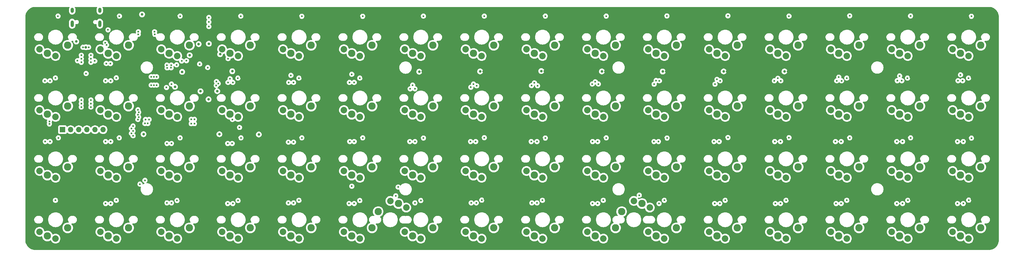
<source format=gbr>
%TF.GenerationSoftware,KiCad,Pcbnew,7.0.9*%
%TF.CreationDate,2024-03-08T04:18:56-05:00*%
%TF.ProjectId,HardLight,48617264-4c69-4676-9874-2e6b69636164,Mark 2 Rev F*%
%TF.SameCoordinates,Original*%
%TF.FileFunction,Copper,L2,Inr*%
%TF.FilePolarity,Positive*%
%FSLAX46Y46*%
G04 Gerber Fmt 4.6, Leading zero omitted, Abs format (unit mm)*
G04 Created by KiCad (PCBNEW 7.0.9) date 2024-03-08 04:18:56*
%MOMM*%
%LPD*%
G01*
G04 APERTURE LIST*
%TA.AperFunction,ComponentPad*%
%ADD10C,2.286000*%
%TD*%
%TA.AperFunction,ComponentPad*%
%ADD11C,2.032000*%
%TD*%
%TA.AperFunction,ComponentPad*%
%ADD12O,1.000000X1.600000*%
%TD*%
%TA.AperFunction,ComponentPad*%
%ADD13O,1.000000X2.100000*%
%TD*%
%TA.AperFunction,ComponentPad*%
%ADD14R,1.700000X1.700000*%
%TD*%
%TA.AperFunction,ComponentPad*%
%ADD15O,1.700000X1.700000*%
%TD*%
%TA.AperFunction,ViaPad*%
%ADD16C,0.600000*%
%TD*%
%TA.AperFunction,ViaPad*%
%ADD17C,0.800000*%
%TD*%
G04 APERTURE END LIST*
D10*
%TO.N,14*%
%TO.C,K2*%
X55403750Y-86042500D03*
D11*
X52943750Y-84762500D03*
D10*
%TO.N,Net-(D2-A)*%
X61753750Y-83502500D03*
D11*
X57943750Y-86862500D03*
%TD*%
D10*
%TO.N,13*%
%TO.C,K3*%
X74453750Y-86029800D03*
D11*
X71993750Y-84749800D03*
D10*
%TO.N,Net-(D3-A)*%
X80803750Y-83489800D03*
D11*
X76993750Y-86849800D03*
%TD*%
D10*
%TO.N,10*%
%TO.C,K6*%
X131603750Y-86042500D03*
D11*
X129143750Y-84762500D03*
D10*
%TO.N,Net-(D6-A)*%
X137953750Y-83502500D03*
D11*
X134143750Y-86862500D03*
%TD*%
D10*
%TO.N,9*%
%TO.C,K7*%
X150653750Y-86042500D03*
D11*
X148193750Y-84762500D03*
D10*
%TO.N,Net-(D7-A)*%
X157003750Y-83502500D03*
D11*
X153193750Y-86862500D03*
%TD*%
D10*
%TO.N,8*%
%TO.C,K8*%
X169703750Y-86042500D03*
D11*
X167243750Y-84762500D03*
D10*
%TO.N,Net-(D8-A)*%
X176053750Y-83502500D03*
D11*
X172243750Y-86862500D03*
%TD*%
D10*
%TO.N,7*%
%TO.C,K9*%
X188753750Y-86042500D03*
D11*
X186293750Y-84762500D03*
D10*
%TO.N,Net-(D9-A)*%
X195103750Y-83502500D03*
D11*
X191293750Y-86862500D03*
%TD*%
D10*
%TO.N,6*%
%TO.C,K10*%
X207803750Y-86042500D03*
D11*
X205343750Y-84762500D03*
D10*
%TO.N,Net-(D10-A)*%
X214153750Y-83502500D03*
D11*
X210343750Y-86862500D03*
%TD*%
D10*
%TO.N,5*%
%TO.C,K11*%
X226853750Y-86042500D03*
D11*
X224393750Y-84762500D03*
D10*
%TO.N,Net-(D11-A)*%
X233203750Y-83502500D03*
D11*
X229393750Y-86862500D03*
%TD*%
D10*
%TO.N,4*%
%TO.C,K12*%
X245903750Y-86042500D03*
D11*
X243443750Y-84762500D03*
D10*
%TO.N,Net-(D12-A)*%
X252253750Y-83502500D03*
D11*
X248443750Y-86862500D03*
%TD*%
D10*
%TO.N,3*%
%TO.C,K13*%
X264953750Y-86042500D03*
D11*
X262493750Y-84762500D03*
D10*
%TO.N,Net-(D13-A)*%
X271303750Y-83502500D03*
D11*
X267493750Y-86862500D03*
%TD*%
D10*
%TO.N,2*%
%TO.C,K14*%
X284003750Y-86042500D03*
D11*
X281543750Y-84762500D03*
D10*
%TO.N,Net-(D14-A)*%
X290353750Y-83502500D03*
D11*
X286543750Y-86862500D03*
%TD*%
D10*
%TO.N,1*%
%TO.C,K15*%
X303053750Y-86042500D03*
D11*
X300593750Y-84762500D03*
D10*
%TO.N,Net-(D15-A)*%
X309403750Y-83502500D03*
D11*
X305593750Y-86862500D03*
%TD*%
D10*
%TO.N,0*%
%TO.C,K16*%
X322103750Y-86042500D03*
D11*
X319643750Y-84762500D03*
D10*
%TO.N,Net-(D16-A)*%
X328453750Y-83502500D03*
D11*
X324643750Y-86862500D03*
%TD*%
D10*
%TO.N,15*%
%TO.C,K17*%
X36353750Y-105092500D03*
D11*
X33893750Y-103812500D03*
D10*
%TO.N,Net-(D17-A)*%
X42703750Y-102552500D03*
D11*
X38893750Y-105912500D03*
%TD*%
D10*
%TO.N,14*%
%TO.C,K18*%
X55403750Y-105092500D03*
D11*
X52943750Y-103812500D03*
D10*
%TO.N,Net-(D18-A)*%
X61753750Y-102552500D03*
D11*
X57943750Y-105912500D03*
%TD*%
D10*
%TO.N,13*%
%TO.C,K19*%
X74453750Y-105092500D03*
D11*
X71993750Y-103812500D03*
D10*
%TO.N,Net-(D19-A)*%
X80803750Y-102552500D03*
D11*
X76993750Y-105912500D03*
%TD*%
D10*
%TO.N,10*%
%TO.C,K22*%
X131603750Y-105092500D03*
D11*
X129143750Y-103812500D03*
D10*
%TO.N,Net-(D22-A)*%
X137953750Y-102552500D03*
D11*
X134143750Y-105912500D03*
%TD*%
D10*
%TO.N,9*%
%TO.C,K23*%
X150653750Y-105092500D03*
D11*
X148193750Y-103812500D03*
D10*
%TO.N,Net-(D23-A)*%
X157003750Y-102552500D03*
D11*
X153193750Y-105912500D03*
%TD*%
D10*
%TO.N,8*%
%TO.C,K24*%
X169703750Y-105092500D03*
D11*
X167243750Y-103812500D03*
D10*
%TO.N,Net-(D24-A)*%
X176053750Y-102552500D03*
D11*
X172243750Y-105912500D03*
%TD*%
D10*
%TO.N,7*%
%TO.C,K25*%
X188753750Y-105092500D03*
D11*
X186293750Y-103812500D03*
D10*
%TO.N,Net-(D25-A)*%
X195103750Y-102552500D03*
D11*
X191293750Y-105912500D03*
%TD*%
D10*
%TO.N,6*%
%TO.C,K26*%
X207803750Y-105092500D03*
D11*
X205343750Y-103812500D03*
D10*
%TO.N,Net-(D26-A)*%
X214153750Y-102552500D03*
D11*
X210343750Y-105912500D03*
%TD*%
D10*
%TO.N,5*%
%TO.C,K27*%
X226853750Y-105092500D03*
D11*
X224393750Y-103812500D03*
D10*
%TO.N,Net-(D27-A)*%
X233203750Y-102552500D03*
D11*
X229393750Y-105912500D03*
%TD*%
D10*
%TO.N,4*%
%TO.C,K28*%
X245903750Y-105092500D03*
D11*
X243443750Y-103812500D03*
D10*
%TO.N,Net-(D28-A)*%
X252253750Y-102552500D03*
D11*
X248443750Y-105912500D03*
%TD*%
D10*
%TO.N,3*%
%TO.C,K29*%
X264953750Y-105092500D03*
D11*
X262493750Y-103812500D03*
D10*
%TO.N,Net-(D29-A)*%
X271303750Y-102552500D03*
D11*
X267493750Y-105912500D03*
%TD*%
D10*
%TO.N,2*%
%TO.C,K30*%
X284003750Y-105092500D03*
D11*
X281543750Y-103812500D03*
D10*
%TO.N,Net-(D30-A)*%
X290353750Y-102552500D03*
D11*
X286543750Y-105912500D03*
%TD*%
D10*
%TO.N,1*%
%TO.C,K31*%
X303053750Y-105092500D03*
D11*
X300593750Y-103812500D03*
D10*
%TO.N,Net-(D31-A)*%
X309403750Y-102552500D03*
D11*
X305593750Y-105912500D03*
%TD*%
D10*
%TO.N,0*%
%TO.C,K32*%
X322103750Y-105092500D03*
D11*
X319643750Y-103812500D03*
D10*
%TO.N,Net-(D32-A)*%
X328453750Y-102552500D03*
D11*
X324643750Y-105912500D03*
%TD*%
D10*
%TO.N,15*%
%TO.C,K33*%
X36353750Y-124142500D03*
D11*
X33893750Y-122862500D03*
D10*
%TO.N,Net-(D33-A)*%
X42703750Y-121602500D03*
D11*
X38893750Y-124962500D03*
%TD*%
D10*
%TO.N,14*%
%TO.C,K34*%
X55403750Y-124142500D03*
D11*
X52943750Y-122862500D03*
D10*
%TO.N,Net-(D34-A)*%
X61753750Y-121602500D03*
D11*
X57943750Y-124962500D03*
%TD*%
D10*
%TO.N,13*%
%TO.C,K35*%
X74453750Y-124142500D03*
D11*
X71993750Y-122862500D03*
D10*
%TO.N,Net-(D35-A)*%
X80803750Y-121602500D03*
D11*
X76993750Y-124962500D03*
%TD*%
D10*
%TO.N,12*%
%TO.C,K36*%
X93503750Y-124142500D03*
D11*
X91043750Y-122862500D03*
D10*
%TO.N,Net-(D36-A)*%
X99853750Y-121602500D03*
D11*
X96043750Y-124962500D03*
%TD*%
D10*
%TO.N,11*%
%TO.C,K37*%
X112553750Y-124142500D03*
D11*
X110093750Y-122862500D03*
D10*
%TO.N,Net-(D37-A)*%
X118903750Y-121602500D03*
D11*
X115093750Y-124962500D03*
%TD*%
D10*
%TO.N,10*%
%TO.C,K38*%
X131603750Y-124142500D03*
D11*
X129143750Y-122862500D03*
D10*
%TO.N,Net-(D38-A)*%
X137953750Y-121602500D03*
D11*
X134143750Y-124962500D03*
%TD*%
D10*
%TO.N,9*%
%TO.C,K39*%
X150653750Y-124142500D03*
D11*
X148193750Y-122862500D03*
D10*
%TO.N,Net-(D39-A)*%
X157003750Y-121602500D03*
D11*
X153193750Y-124962500D03*
%TD*%
D10*
%TO.N,8*%
%TO.C,K40*%
X169703750Y-124142500D03*
D11*
X167243750Y-122862500D03*
D10*
%TO.N,Net-(D40-A)*%
X176053750Y-121602500D03*
D11*
X172243750Y-124962500D03*
%TD*%
D10*
%TO.N,7*%
%TO.C,K41*%
X188753750Y-124142500D03*
D11*
X186293750Y-122862500D03*
D10*
%TO.N,Net-(D41-A)*%
X195103750Y-121602500D03*
D11*
X191293750Y-124962500D03*
%TD*%
D10*
%TO.N,6*%
%TO.C,K42*%
X207803750Y-124142500D03*
D11*
X205343750Y-122862500D03*
D10*
%TO.N,Net-(D42-A)*%
X214153750Y-121602500D03*
D11*
X210343750Y-124962500D03*
%TD*%
D10*
%TO.N,5*%
%TO.C,K43*%
X226853750Y-124142500D03*
D11*
X224393750Y-122862500D03*
D10*
%TO.N,Net-(D43-A)*%
X233203750Y-121602500D03*
D11*
X229393750Y-124962500D03*
%TD*%
D10*
%TO.N,4*%
%TO.C,K44*%
X245903750Y-124142500D03*
D11*
X243443750Y-122862500D03*
D10*
%TO.N,Net-(D44-A)*%
X252253750Y-121602500D03*
D11*
X248443750Y-124962500D03*
%TD*%
D10*
%TO.N,3*%
%TO.C,K45*%
X264953750Y-124142500D03*
D11*
X262493750Y-122862500D03*
D10*
%TO.N,Net-(D45-A)*%
X271303750Y-121602500D03*
D11*
X267493750Y-124962500D03*
%TD*%
D10*
%TO.N,2*%
%TO.C,K46*%
X284003750Y-124142500D03*
D11*
X281543750Y-122862500D03*
D10*
%TO.N,Net-(D46-A)*%
X290353750Y-121602500D03*
D11*
X286543750Y-124962500D03*
%TD*%
D10*
%TO.N,1*%
%TO.C,K47*%
X303053750Y-124142500D03*
D11*
X300593750Y-122862500D03*
D10*
%TO.N,Net-(D47-A)*%
X309403750Y-121602500D03*
D11*
X305593750Y-124962500D03*
%TD*%
D10*
%TO.N,0*%
%TO.C,K48*%
X322103750Y-124142500D03*
D11*
X319643750Y-122862500D03*
D10*
%TO.N,Net-(D48-A)*%
X328453750Y-121602500D03*
D11*
X324643750Y-124962500D03*
%TD*%
D10*
%TO.N,15*%
%TO.C,K49*%
X36353750Y-143192500D03*
D11*
X33893750Y-141912500D03*
D10*
%TO.N,Net-(D49-A)*%
X42703750Y-140652500D03*
D11*
X38893750Y-144012500D03*
%TD*%
D10*
%TO.N,14*%
%TO.C,K50*%
X55403750Y-143192500D03*
D11*
X52943750Y-141912500D03*
D10*
%TO.N,Net-(D50-A)*%
X61753750Y-140652500D03*
D11*
X57943750Y-144012500D03*
%TD*%
D10*
%TO.N,13*%
%TO.C,K51*%
X74453750Y-143192500D03*
D11*
X71993750Y-141912500D03*
D10*
%TO.N,Net-(D51-A)*%
X80803750Y-140652500D03*
D11*
X76993750Y-144012500D03*
%TD*%
D10*
%TO.N,12*%
%TO.C,K52*%
X93503750Y-143192500D03*
D11*
X91043750Y-141912500D03*
D10*
%TO.N,Net-(D52-A)*%
X99853750Y-140652500D03*
D11*
X96043750Y-144012500D03*
%TD*%
D10*
%TO.N,11*%
%TO.C,K53*%
X112553750Y-143192500D03*
D11*
X110093750Y-141912500D03*
D10*
%TO.N,Net-(D53-A)*%
X118903750Y-140652500D03*
D11*
X115093750Y-144012500D03*
%TD*%
D10*
%TO.N,10*%
%TO.C,K54*%
X131603750Y-143192500D03*
D11*
X129143750Y-141912500D03*
D10*
%TO.N,Net-(D54-A)*%
X137953750Y-140652500D03*
D11*
X134143750Y-144012500D03*
%TD*%
D10*
%TO.N,9*%
%TO.C,K55*%
X150653750Y-143192500D03*
D11*
X148193750Y-141912500D03*
D10*
%TO.N,Net-(D55-A)*%
X157003750Y-140652500D03*
D11*
X153193750Y-144012500D03*
%TD*%
D10*
%TO.N,8*%
%TO.C,K56*%
X169703750Y-143192500D03*
D11*
X167243750Y-141912500D03*
D10*
%TO.N,Net-(D56-A)*%
X176053750Y-140652500D03*
D11*
X172243750Y-144012500D03*
%TD*%
D10*
%TO.N,7*%
%TO.C,K57*%
X188753750Y-143192500D03*
D11*
X186293750Y-141912500D03*
D10*
%TO.N,Net-(D57-A)*%
X195103750Y-140652500D03*
D11*
X191293750Y-144012500D03*
%TD*%
D10*
%TO.N,6*%
%TO.C,K58*%
X207803750Y-143192500D03*
D11*
X205343750Y-141912500D03*
D10*
%TO.N,Net-(D58-A)*%
X214153750Y-140652500D03*
D11*
X210343750Y-144012500D03*
%TD*%
D10*
%TO.N,5*%
%TO.C,K59*%
X226853750Y-143192500D03*
D11*
X224393750Y-141912500D03*
D10*
%TO.N,Net-(D59-A)*%
X233203750Y-140652500D03*
D11*
X229393750Y-144012500D03*
%TD*%
D10*
%TO.N,4*%
%TO.C,K60*%
X245903750Y-143192500D03*
D11*
X243443750Y-141912500D03*
D10*
%TO.N,Net-(D60-A)*%
X252253750Y-140652500D03*
D11*
X248443750Y-144012500D03*
%TD*%
D10*
%TO.N,3*%
%TO.C,K61*%
X264953750Y-143192500D03*
D11*
X262493750Y-141912500D03*
D10*
%TO.N,Net-(D61-A)*%
X271303750Y-140652500D03*
D11*
X267493750Y-144012500D03*
%TD*%
D10*
%TO.N,2*%
%TO.C,K62*%
X284003750Y-143192500D03*
D11*
X281543750Y-141912500D03*
D10*
%TO.N,Net-(D62-A)*%
X290353750Y-140652500D03*
D11*
X286543750Y-144012500D03*
%TD*%
D10*
%TO.N,1*%
%TO.C,K63*%
X303053750Y-143192500D03*
D11*
X300593750Y-141912500D03*
D10*
%TO.N,Net-(D63-A)*%
X309403750Y-140652500D03*
D11*
X305593750Y-144012500D03*
%TD*%
D10*
%TO.N,0*%
%TO.C,K64*%
X322103750Y-143192500D03*
D11*
X319643750Y-141912500D03*
D10*
%TO.N,Net-(D64-A)*%
X328453750Y-140652500D03*
D11*
X324643750Y-144012500D03*
%TD*%
D10*
%TO.N,15*%
%TO.C,K1*%
X36353750Y-86042500D03*
D11*
X33893750Y-84762500D03*
D10*
%TO.N,Net-(D1-A)*%
X42703750Y-83502500D03*
D11*
X38893750Y-86862500D03*
%TD*%
D10*
%TO.N,12*%
%TO.C,K4*%
X93503750Y-86042500D03*
D11*
X91043750Y-84762500D03*
D10*
%TO.N,Net-(D4-A)*%
X99853750Y-83502500D03*
D11*
X96043750Y-86862500D03*
%TD*%
D10*
%TO.N,11*%
%TO.C,K5*%
X112553750Y-86042500D03*
D11*
X110093750Y-84762500D03*
D10*
%TO.N,Net-(D5-A)*%
X118903750Y-83502500D03*
D11*
X115093750Y-86862500D03*
%TD*%
D10*
%TO.N,11*%
%TO.C,K21*%
X112553750Y-105092500D03*
D11*
X110093750Y-103812500D03*
D10*
%TO.N,Net-(D21-A)*%
X118903750Y-102552500D03*
D11*
X115093750Y-105912500D03*
%TD*%
D10*
%TO.N,12*%
%TO.C,K20*%
X93503750Y-105092500D03*
D11*
X91043750Y-103812500D03*
D10*
%TO.N,Net-(D20-A)*%
X99853750Y-102552500D03*
D11*
X96043750Y-105912500D03*
%TD*%
D10*
%TO.N,10*%
%TO.C,K54.1*%
X146208750Y-133032500D03*
D11*
X148668750Y-134312500D03*
D10*
%TO.N,Net-(D54-A)*%
X139858750Y-135572500D03*
D11*
X143668750Y-132212500D03*
%TD*%
D10*
%TO.N,6*%
%TO.C,K58.1*%
X222408750Y-133032500D03*
D11*
X224868750Y-134312500D03*
D10*
%TO.N,Net-(D58-A)*%
X216058750Y-135572500D03*
D11*
X219868750Y-132212500D03*
%TD*%
D12*
%TO.N,GND*%
%TO.C,J0*%
X44098750Y-72587500D03*
D13*
X44098750Y-76767500D03*
D12*
X52738750Y-72587500D03*
D13*
X52738750Y-76767500D03*
%TD*%
D14*
%TO.N,GND*%
%TO.C,J2*%
X41078750Y-109923500D03*
D15*
%TO.N,22*%
X43618750Y-109923500D03*
%TO.N,21*%
X46158750Y-109923500D03*
%TO.N,20*%
X48698750Y-109923500D03*
%TO.N,19*%
X51238750Y-109923500D03*
%TO.N,18*%
X53778750Y-109923500D03*
%TD*%
D16*
%TO.N,GND*%
X49968750Y-86637500D03*
X39668750Y-74387500D03*
X49968750Y-100637500D03*
X39768750Y-112487500D03*
X192168750Y-74387500D03*
X154018750Y-112537500D03*
X287418750Y-112487500D03*
X49968750Y-87737500D03*
X46968750Y-101737500D03*
D17*
X190918750Y-91587500D03*
D16*
X86868750Y-74837500D03*
D17*
X84268750Y-97912500D03*
D16*
X135018750Y-112487500D03*
X96868750Y-74387500D03*
X267518750Y-132037500D03*
X306468750Y-112487500D03*
D17*
X89498750Y-97887500D03*
D16*
X96918750Y-112487500D03*
X287418750Y-74287500D03*
X324668750Y-131987500D03*
X86518750Y-90487500D03*
X230268750Y-112537500D03*
X249318750Y-112387500D03*
X211218750Y-112487500D03*
X46968750Y-86637500D03*
D17*
X90168750Y-111337500D03*
D16*
X286518750Y-93787500D03*
D17*
X86768750Y-100437500D03*
D16*
X154018750Y-74387500D03*
X57918750Y-93687500D03*
D17*
X45368750Y-82337500D03*
X48368750Y-84137500D03*
X65968750Y-73862500D03*
D16*
X49968750Y-88837500D03*
X49968750Y-101737500D03*
D17*
X86868750Y-83037500D03*
D16*
X192168750Y-112537500D03*
D17*
X267018750Y-91687500D03*
D16*
X57918750Y-132037500D03*
X173068750Y-112437500D03*
X135018750Y-74437500D03*
X58818750Y-112487500D03*
X153218750Y-132087500D03*
D17*
X94203250Y-91637500D03*
X66428750Y-111337500D03*
D16*
X49968750Y-102837500D03*
X305518750Y-93787500D03*
X115068750Y-93787500D03*
X134118750Y-132087500D03*
X305618750Y-132037500D03*
X249318750Y-74287500D03*
X191268750Y-132037500D03*
X134118750Y-93787500D03*
D17*
X171768750Y-91687500D03*
X152718750Y-91787500D03*
D16*
X230218750Y-74337500D03*
X210318750Y-132037500D03*
X306468750Y-74337500D03*
D17*
X78518750Y-91837000D03*
D16*
X115068750Y-132037500D03*
D17*
X102518750Y-111437500D03*
D16*
X46968750Y-102837500D03*
X115968750Y-74437500D03*
X38868750Y-93737500D03*
D17*
X209868750Y-91687500D03*
D16*
X58868750Y-74387500D03*
X48468750Y-92337500D03*
X77868750Y-112487500D03*
X115968750Y-112487500D03*
X38868750Y-132037500D03*
D17*
X83693000Y-83137500D03*
X76268750Y-96487500D03*
D16*
X86868750Y-76237500D03*
X76918750Y-132087500D03*
X229418750Y-132037500D03*
X173068750Y-74387500D03*
X286518750Y-132037500D03*
X86868750Y-77637500D03*
X248468750Y-132037500D03*
X96018750Y-132087500D03*
X46968750Y-87737500D03*
X46968750Y-88837500D03*
X325518750Y-74437500D03*
D17*
X247989250Y-91687500D03*
D16*
X325518750Y-112587500D03*
X268418750Y-74387500D03*
D17*
X80868750Y-86637500D03*
D16*
X268418750Y-112437500D03*
X77868750Y-74387500D03*
X172268750Y-131987500D03*
D17*
X90394290Y-86298816D03*
D16*
X46968750Y-100637500D03*
X211218750Y-74387500D03*
D17*
X228918750Y-91737500D03*
D16*
X324618750Y-93787500D03*
X95968750Y-93787500D03*
%TO.N,~{RESET}*%
X94268750Y-106747500D03*
X96458750Y-109227500D03*
%TO.N,DB+*%
X69868750Y-79287500D03*
X49268750Y-84137500D03*
X64818750Y-79287500D03*
X54468750Y-82737500D03*
%TO.N,DB-*%
X69968750Y-80087500D03*
X47468750Y-84137500D03*
X64768750Y-80087500D03*
X54868750Y-83437500D03*
%TO.N,0*%
X322093750Y-92762500D03*
%TO.N,1*%
X303053750Y-93112500D03*
%TO.N,2*%
X284003750Y-93487500D03*
%TO.N,3*%
X264953750Y-93837500D03*
%TO.N,4*%
X245903750Y-94187500D03*
%TO.N,5*%
X226853750Y-94537500D03*
%TO.N,6*%
X207803750Y-94937500D03*
%TO.N,7*%
X188753750Y-95287500D03*
%TO.N,8*%
X169703750Y-95637500D03*
%TO.N,9*%
X150653750Y-95987500D03*
%TO.N,10*%
X146118750Y-127887500D03*
X131618750Y-127637500D03*
X131603750Y-92587500D03*
%TO.N,11*%
X112553750Y-92937500D03*
%TO.N,12*%
X93503750Y-93987500D03*
%TO.N,13*%
X89248750Y-94857500D03*
%TO.N,14*%
X75118750Y-89737997D03*
X89818750Y-95487500D03*
X73768750Y-89710389D03*
%TO.N,15*%
X56068750Y-89237500D03*
X89199718Y-96072857D03*
X54768750Y-89227500D03*
X73818750Y-90587500D03*
X75061000Y-90545250D03*
%TO.N,18*%
X64674750Y-106743500D03*
X63150750Y-108775500D03*
X36968750Y-107337500D03*
%TO.N,19*%
X36968750Y-108137500D03*
X62642750Y-109537500D03*
X64928750Y-105981500D03*
%TO.N,20*%
X63150750Y-110299500D03*
X64674750Y-105219500D03*
%TO.N,23*%
X70525000Y-93356250D03*
X70525000Y-95981250D03*
X67768750Y-107987500D03*
X65318750Y-126987500D03*
X68173775Y-106737500D03*
X66868750Y-125787500D03*
%TO.N,24*%
X67068750Y-106737500D03*
X66868750Y-107987500D03*
X69681250Y-93356250D03*
X69681250Y-95981250D03*
%TO.N,26{slash}A0*%
X51168750Y-88437500D03*
X45768750Y-88337500D03*
X78368750Y-88437500D03*
X79868750Y-88337500D03*
X83993750Y-89387500D03*
X92880971Y-87699721D03*
X76768750Y-89637500D03*
%TO.N,27{slash}A1*%
X55318750Y-78687500D03*
%TO.N,+3V3*%
X229918750Y-91737500D03*
X84058750Y-87887500D03*
X47968750Y-102737500D03*
X306418750Y-93587500D03*
X115068750Y-74787500D03*
X248418750Y-112737500D03*
X39768750Y-93387500D03*
X287418750Y-131687500D03*
X76968750Y-74737500D03*
X286518750Y-74637500D03*
X153118750Y-112887500D03*
X135018750Y-93437500D03*
X47968750Y-100637500D03*
X154118750Y-131737500D03*
X96918750Y-131737500D03*
X77818750Y-131737500D03*
X210868750Y-91687500D03*
X38768750Y-74737500D03*
X248268750Y-74637500D03*
X248959250Y-91687500D03*
X48968750Y-102737500D03*
X268418750Y-131687500D03*
X58818750Y-131687500D03*
X134118750Y-112837500D03*
X85728750Y-87967500D03*
X83668750Y-73837500D03*
X48968750Y-99437500D03*
X306518750Y-131687500D03*
X66968750Y-74437500D03*
X96868750Y-93437500D03*
X172168750Y-112787500D03*
X153118750Y-74737500D03*
X325568750Y-131637500D03*
X76968750Y-112837500D03*
X38868750Y-112837500D03*
X48968750Y-101637500D03*
X115968750Y-131687500D03*
X325518750Y-93437500D03*
X57968750Y-74737500D03*
X192168750Y-131687500D03*
X39768750Y-131687500D03*
X95968750Y-74737500D03*
X324618750Y-112937500D03*
X135018750Y-131737500D03*
X58818750Y-93337500D03*
X229368750Y-112887500D03*
X172168750Y-74737500D03*
X96558750Y-110227500D03*
X287418750Y-93587500D03*
X57918750Y-112837500D03*
X229318750Y-74687500D03*
X324618750Y-74787500D03*
X89138750Y-91487500D03*
X48968750Y-100637500D03*
X305568750Y-112837500D03*
X249368750Y-131687500D03*
X230318750Y-131687500D03*
X96018750Y-112837500D03*
X134118750Y-74787500D03*
X286518750Y-112837500D03*
X88668750Y-87987500D03*
X267468750Y-74687500D03*
X47968750Y-101637500D03*
X210318750Y-74737500D03*
X115068750Y-112837500D03*
X210318750Y-112837500D03*
X211218750Y-131687500D03*
X173168750Y-131637500D03*
X305418750Y-74687500D03*
X267518750Y-112787500D03*
X78668750Y-94537500D03*
X172768750Y-91737500D03*
X191868750Y-91637500D03*
X153718750Y-91787500D03*
X84068750Y-91637500D03*
X191268750Y-112887500D03*
X86718750Y-92637500D03*
X115968750Y-93437500D03*
X268018750Y-91687500D03*
X47968750Y-99437500D03*
X191268750Y-74737500D03*
%TO.N,25*%
X68837500Y-95981250D03*
X68837500Y-93356250D03*
%TO.N,17*%
X81368750Y-108037500D03*
X81368750Y-106687500D03*
%TO.N,16*%
X82358750Y-108027500D03*
X82368750Y-106687500D03*
%TO.N,21*%
X62642750Y-111061500D03*
X64928750Y-104457500D03*
%TO.N,22*%
X63155274Y-111823500D03*
X64674750Y-103695500D03*
%TO.N,Net-(LD17-DOUT)*%
X37168750Y-94637500D03*
X35568750Y-94637500D03*
X37168750Y-113637500D03*
X35668750Y-113637500D03*
%TO.N,Net-(LD17-DIN)*%
X54568750Y-94637500D03*
X56168750Y-94637500D03*
%TO.N,Net-(LD18-DIN)*%
X75168750Y-95637500D03*
X73618750Y-96731250D03*
%TO.N,Net-(LD19-DIN)*%
X92868750Y-95137500D03*
X94368750Y-95137500D03*
%TO.N,Net-(LD20-DIN)*%
X111868750Y-95137500D03*
X113368750Y-95137500D03*
%TO.N,Net-(LD21-DIN)*%
X130868750Y-95137500D03*
X132368750Y-95137500D03*
%TO.N,Net-(LD22-DIN)*%
X151368750Y-97137500D03*
X149868750Y-97137500D03*
%TO.N,Net-(LD23-DIN)*%
X168868750Y-96637500D03*
X170694881Y-96195456D03*
%TO.N,Net-(LD24-DIN)*%
X187868750Y-96137500D03*
X189738467Y-96174724D03*
%TO.N,Net-(LD25-DIN)*%
X208769248Y-95637500D03*
X206868750Y-95637500D03*
%TO.N,Net-(LD26-DIN)*%
X226229250Y-95687500D03*
X227868750Y-94637500D03*
%TO.N,Net-(LD27-DIN)*%
X246868750Y-94637500D03*
X245279250Y-95687500D03*
%TO.N,Net-(LD28-DIN)*%
X265868750Y-94637500D03*
X263868750Y-94637500D03*
%TO.N,Net-(LD29-DIN)*%
X284868750Y-94637500D03*
X283368750Y-94637500D03*
%TO.N,Net-(LD30-DIN)*%
X302318750Y-94587500D03*
X303718750Y-94587500D03*
%TO.N,Net-(LD31-DIN)*%
X321318750Y-94587500D03*
X322768750Y-94587500D03*
%TO.N,Net-(LD33-DOUT)*%
X56168750Y-113637500D03*
X54568750Y-113637500D03*
%TO.N,Net-(LD34-DOUT)*%
X73768750Y-114237500D03*
X75168750Y-114237500D03*
%TO.N,Net-(LD35-DOUT)*%
X92768750Y-114237500D03*
X94168750Y-114237500D03*
%TO.N,Net-(LD36-DOUT)*%
X111768750Y-113837500D03*
X113368750Y-113837500D03*
%TO.N,Net-(LD37-DOUT)*%
X130968750Y-113637500D03*
X132368750Y-113637500D03*
%TO.N,Net-(LD38-DOUT)*%
X151368750Y-113637500D03*
X149768750Y-113637500D03*
%TO.N,Net-(LD39-DOUT)*%
X168768750Y-113637500D03*
X170368750Y-113637500D03*
%TO.N,Net-(LD40-DOUT)*%
X189568750Y-113637500D03*
X187768750Y-113637500D03*
%TO.N,Net-(LD41-DOUT)*%
X208568750Y-113637500D03*
X206968750Y-113637500D03*
%TO.N,Net-(LD42-DOUT)*%
X227568750Y-113637500D03*
X226168750Y-113637500D03*
%TO.N,Net-(LD43-DOUT)*%
X246568750Y-113637500D03*
X244968750Y-113637500D03*
%TO.N,Net-(LD44-DOUT)*%
X263968750Y-113637500D03*
X265768750Y-113637500D03*
%TO.N,Net-(LD45-DOUT)*%
X284768750Y-113637500D03*
X282968750Y-113637500D03*
%TO.N,Net-(LD46-DOUT)*%
X302168750Y-113637500D03*
X303968750Y-113637500D03*
%TO.N,Net-(LD47-DOUT)*%
X321168750Y-113637500D03*
X322968750Y-113637500D03*
%TO.N,Net-(LD49-DIN)*%
X56168750Y-133037500D03*
X54568750Y-133037500D03*
%TO.N,Net-(LD50-DIN)*%
X73768750Y-132837500D03*
X75168750Y-132837500D03*
%TO.N,Net-(LD51-DIN)*%
X94368750Y-133037500D03*
X92768750Y-133037500D03*
%TO.N,Net-(LD52-DIN)*%
X111768750Y-132837500D03*
X113368750Y-132837500D03*
%TO.N,Net-(LD53-DIN)*%
X132368750Y-133037500D03*
X130768750Y-133037500D03*
%TO.N,Net-(LD54-DIN)*%
X151368750Y-132837500D03*
X145368750Y-130637500D03*
%TO.N,Net-(LD55-DIN)*%
X168968750Y-132837500D03*
X170568750Y-132837500D03*
%TO.N,Net-(LD56-DIN)*%
X189568750Y-132837500D03*
X187968750Y-132837500D03*
%TO.N,Net-(LD57-DIN)*%
X208568750Y-133037500D03*
X206968750Y-133037500D03*
%TO.N,Net-(LD58-DIN)*%
X227768750Y-133037500D03*
X221568750Y-130437500D03*
%TO.N,Net-(LD59-DIN)*%
X245168750Y-133037500D03*
X246768750Y-133037500D03*
%TO.N,Net-(LD60-DIN)*%
X264168750Y-133037500D03*
X265768750Y-133037500D03*
%TO.N,Net-(LD61-DIN)*%
X284768750Y-133037500D03*
X283168750Y-133037500D03*
%TO.N,Net-(LD62-DIN)*%
X302168750Y-133037500D03*
X303968750Y-133037500D03*
%TO.N,Net-(LD63-DIN)*%
X321168750Y-133037500D03*
X322968750Y-133037500D03*
%TD*%
%TA.AperFunction,Conductor*%
%TO.N,+3V3*%
G36*
X43231442Y-71533002D02*
G01*
X43277935Y-71586658D01*
X43288039Y-71656932D01*
X43260718Y-71718936D01*
X43256155Y-71724494D01*
X43162509Y-71899695D01*
X43104840Y-72089805D01*
X43090250Y-72237946D01*
X43090250Y-72937053D01*
X43104840Y-73085194D01*
X43104841Y-73085200D01*
X43104842Y-73085201D01*
X43162509Y-73275304D01*
X43256155Y-73450504D01*
X43382182Y-73604068D01*
X43535746Y-73730095D01*
X43710946Y-73823741D01*
X43901049Y-73881408D01*
X43901053Y-73881408D01*
X43901055Y-73881409D01*
X44098747Y-73900880D01*
X44098750Y-73900880D01*
X44098753Y-73900880D01*
X44296444Y-73881409D01*
X44296445Y-73881408D01*
X44296451Y-73881408D01*
X44486554Y-73823741D01*
X44661754Y-73730095D01*
X44815318Y-73604068D01*
X44941345Y-73450504D01*
X45034991Y-73275304D01*
X45092658Y-73085201D01*
X45095143Y-73059976D01*
X45098955Y-73021261D01*
X45107250Y-72937047D01*
X45107250Y-72237953D01*
X45094357Y-72107047D01*
X45092659Y-72089805D01*
X45092658Y-72089803D01*
X45092658Y-72089799D01*
X45034991Y-71899696D01*
X44941345Y-71724496D01*
X44941344Y-71724494D01*
X44936782Y-71718936D01*
X44909027Y-71653589D01*
X44921006Y-71583611D01*
X44968918Y-71531218D01*
X45034179Y-71513000D01*
X51803321Y-71513000D01*
X51871442Y-71533002D01*
X51917935Y-71586658D01*
X51928039Y-71656932D01*
X51900718Y-71718936D01*
X51896155Y-71724494D01*
X51802509Y-71899695D01*
X51744840Y-72089805D01*
X51730250Y-72237946D01*
X51730250Y-72937053D01*
X51744840Y-73085194D01*
X51744841Y-73085200D01*
X51744842Y-73085201D01*
X51802509Y-73275304D01*
X51896155Y-73450504D01*
X52022182Y-73604068D01*
X52175746Y-73730095D01*
X52350946Y-73823741D01*
X52541049Y-73881408D01*
X52541053Y-73881408D01*
X52541055Y-73881409D01*
X52738747Y-73900880D01*
X52738750Y-73900880D01*
X52738753Y-73900880D01*
X52936444Y-73881409D01*
X52936445Y-73881408D01*
X52936451Y-73881408D01*
X53126554Y-73823741D01*
X53301754Y-73730095D01*
X53455318Y-73604068D01*
X53581345Y-73450504D01*
X53674991Y-73275304D01*
X53732658Y-73085201D01*
X53735143Y-73059976D01*
X53738955Y-73021261D01*
X53747250Y-72937047D01*
X53747250Y-72237953D01*
X53734357Y-72107047D01*
X53732659Y-72089805D01*
X53732658Y-72089803D01*
X53732658Y-72089799D01*
X53674991Y-71899696D01*
X53581345Y-71724496D01*
X53581344Y-71724494D01*
X53576782Y-71718936D01*
X53549027Y-71653589D01*
X53561006Y-71583611D01*
X53608918Y-71531218D01*
X53674179Y-71513000D01*
X330992103Y-71513000D01*
X330995378Y-71513085D01*
X331314456Y-71529812D01*
X331320972Y-71530497D01*
X331634906Y-71580224D01*
X331641347Y-71581592D01*
X331948343Y-71663856D01*
X331954613Y-71665894D01*
X332251334Y-71779798D01*
X332257352Y-71782477D01*
X332540547Y-71926777D01*
X332546225Y-71930055D01*
X332781640Y-72082938D01*
X332812791Y-72103168D01*
X332818129Y-72107047D01*
X333065122Y-72307061D01*
X333070026Y-72311476D01*
X333294755Y-72536209D01*
X333299171Y-72541113D01*
X333499180Y-72788107D01*
X333503059Y-72793446D01*
X333607323Y-72954000D01*
X333676143Y-73059976D01*
X333676156Y-73059995D01*
X333679455Y-73065710D01*
X333823739Y-73348889D01*
X333826423Y-73354917D01*
X333872090Y-73473884D01*
X333940227Y-73651388D01*
X333940317Y-73651621D01*
X333942356Y-73657897D01*
X334024614Y-73964892D01*
X334025986Y-73971347D01*
X334075704Y-74285259D01*
X334076394Y-74291822D01*
X334078788Y-74337500D01*
X334093164Y-74611828D01*
X334093250Y-74615094D01*
X334093250Y-144460856D01*
X334093164Y-144464128D01*
X334082452Y-144668546D01*
X334076444Y-144783182D01*
X334075754Y-144789745D01*
X334026035Y-145103662D01*
X334024663Y-145110117D01*
X333942403Y-145417117D01*
X333940364Y-145423392D01*
X333826469Y-145720104D01*
X333823785Y-145726132D01*
X333679498Y-146009314D01*
X333676199Y-146015029D01*
X333503099Y-146281582D01*
X333499220Y-146286921D01*
X333299208Y-146533920D01*
X333294792Y-146538824D01*
X333070059Y-146763560D01*
X333065155Y-146767975D01*
X332818162Y-146967989D01*
X332812824Y-146971868D01*
X332546269Y-147144976D01*
X332540554Y-147148275D01*
X332257382Y-147292562D01*
X332251354Y-147295246D01*
X331954630Y-147409152D01*
X331948354Y-147411191D01*
X331641363Y-147493454D01*
X331634908Y-147494826D01*
X331321001Y-147544549D01*
X331314438Y-147545238D01*
X331126816Y-147555074D01*
X330996331Y-147561914D01*
X330993057Y-147562000D01*
X32545394Y-147562000D01*
X32542121Y-147561914D01*
X32296584Y-147549046D01*
X32223069Y-147545194D01*
X32216506Y-147544504D01*
X31902590Y-147494784D01*
X31896136Y-147493412D01*
X31589141Y-147411154D01*
X31582865Y-147409115D01*
X31286155Y-147295218D01*
X31280127Y-147292534D01*
X30996941Y-147148244D01*
X30991226Y-147144944D01*
X30755836Y-146992080D01*
X30724675Y-146971844D01*
X30719350Y-146967975D01*
X30472333Y-146767945D01*
X30467443Y-146763540D01*
X30242709Y-146538806D01*
X30238305Y-146533917D01*
X30038272Y-146286896D01*
X30034404Y-146281572D01*
X29861305Y-146015023D01*
X29858005Y-146009308D01*
X29713715Y-145726122D01*
X29711031Y-145720094D01*
X29597130Y-145423373D01*
X29595095Y-145417108D01*
X29512837Y-145110113D01*
X29511465Y-145103659D01*
X29461745Y-144789743D01*
X29461056Y-144783194D01*
X29444335Y-144464128D01*
X29444250Y-144460856D01*
X29444250Y-141912500D01*
X32364536Y-141912500D01*
X32383363Y-142151721D01*
X32439380Y-142385051D01*
X32487869Y-142502113D01*
X32531210Y-142606749D01*
X32656590Y-142811349D01*
X32812432Y-142993818D01*
X32994901Y-143149660D01*
X33199501Y-143275040D01*
X33421197Y-143366869D01*
X33654528Y-143422887D01*
X33893750Y-143441714D01*
X34132972Y-143422887D01*
X34366303Y-143366869D01*
X34539768Y-143295017D01*
X34610355Y-143287429D01*
X34673842Y-143319208D01*
X34710069Y-143380266D01*
X34713594Y-143401539D01*
X34717538Y-143451643D01*
X34717539Y-143451650D01*
X34738737Y-143539947D01*
X34778222Y-143704418D01*
X34877701Y-143944582D01*
X35013528Y-144166230D01*
X35013529Y-144166232D01*
X35182351Y-144363898D01*
X35373232Y-144526925D01*
X35380021Y-144532723D01*
X35601666Y-144668548D01*
X35841830Y-144768027D01*
X36094600Y-144828711D01*
X36353750Y-144849107D01*
X36612900Y-144828711D01*
X36865670Y-144768027D01*
X37105834Y-144668548D01*
X37306688Y-144545463D01*
X37375220Y-144526925D01*
X37442897Y-144548381D01*
X37488230Y-144603020D01*
X37488931Y-144604678D01*
X37531210Y-144706749D01*
X37656590Y-144911349D01*
X37812432Y-145093818D01*
X37994901Y-145249660D01*
X38199501Y-145375040D01*
X38421197Y-145466869D01*
X38654528Y-145522887D01*
X38893750Y-145541714D01*
X39132972Y-145522887D01*
X39366303Y-145466869D01*
X39587999Y-145375040D01*
X39792599Y-145249660D01*
X39975068Y-145093818D01*
X40130910Y-144911349D01*
X40256290Y-144706749D01*
X40348119Y-144485053D01*
X40404137Y-144251722D01*
X40422964Y-144012500D01*
X40404137Y-143773278D01*
X40348119Y-143539947D01*
X40256290Y-143318251D01*
X40130910Y-143113651D01*
X39975068Y-142931182D01*
X39792599Y-142775340D01*
X39587999Y-142649960D01*
X39366303Y-142558131D01*
X39366301Y-142558130D01*
X39206686Y-142519810D01*
X39132972Y-142502113D01*
X38893750Y-142483286D01*
X38654528Y-142502113D01*
X38421198Y-142558130D01*
X38199502Y-142649959D01*
X38149534Y-142680580D01*
X38104416Y-142708229D01*
X38099654Y-142711147D01*
X38031120Y-142729685D01*
X37963444Y-142708229D01*
X37918111Y-142653589D01*
X37917440Y-142652003D01*
X37829798Y-142440416D01*
X37693973Y-142218771D01*
X37636708Y-142151722D01*
X37525148Y-142021101D01*
X37327482Y-141852279D01*
X37327480Y-141852278D01*
X37327479Y-141852277D01*
X37105834Y-141716452D01*
X36989496Y-141668263D01*
X36865668Y-141616972D01*
X36692754Y-141575460D01*
X36612900Y-141556289D01*
X36353750Y-141535893D01*
X36094600Y-141556289D01*
X35841831Y-141616972D01*
X35601662Y-141716453D01*
X35586371Y-141725824D01*
X35517838Y-141744361D01*
X35450161Y-141722903D01*
X35404829Y-141668263D01*
X35398024Y-141647817D01*
X35348119Y-141439947D01*
X35256290Y-141218251D01*
X35130910Y-141013651D01*
X34975068Y-140831182D01*
X34792599Y-140675340D01*
X34755328Y-140652500D01*
X41047143Y-140652500D01*
X41067539Y-140911649D01*
X41128222Y-141164418D01*
X41128223Y-141164420D01*
X41227702Y-141404584D01*
X41357854Y-141616972D01*
X41363528Y-141626230D01*
X41363529Y-141626232D01*
X41532351Y-141823898D01*
X41730017Y-141992720D01*
X41730021Y-141992723D01*
X41951666Y-142128548D01*
X42191830Y-142228027D01*
X42444600Y-142288711D01*
X42703750Y-142309107D01*
X42962900Y-142288711D01*
X43215670Y-142228027D01*
X43455834Y-142128548D01*
X43677479Y-141992723D01*
X43771408Y-141912500D01*
X51414536Y-141912500D01*
X51433363Y-142151721D01*
X51489380Y-142385051D01*
X51537869Y-142502113D01*
X51581210Y-142606749D01*
X51706590Y-142811349D01*
X51862432Y-142993818D01*
X52044901Y-143149660D01*
X52249501Y-143275040D01*
X52471197Y-143366869D01*
X52704528Y-143422887D01*
X52943750Y-143441714D01*
X53182972Y-143422887D01*
X53416303Y-143366869D01*
X53589768Y-143295017D01*
X53660355Y-143287429D01*
X53723842Y-143319208D01*
X53760069Y-143380266D01*
X53763594Y-143401539D01*
X53767538Y-143451643D01*
X53767539Y-143451650D01*
X53788737Y-143539947D01*
X53828222Y-143704418D01*
X53927701Y-143944582D01*
X54063528Y-144166230D01*
X54063529Y-144166232D01*
X54232351Y-144363898D01*
X54423232Y-144526925D01*
X54430021Y-144532723D01*
X54651666Y-144668548D01*
X54891830Y-144768027D01*
X55144600Y-144828711D01*
X55403750Y-144849107D01*
X55662900Y-144828711D01*
X55915670Y-144768027D01*
X56155834Y-144668548D01*
X56356688Y-144545463D01*
X56425220Y-144526925D01*
X56492897Y-144548381D01*
X56538230Y-144603020D01*
X56538931Y-144604678D01*
X56581210Y-144706749D01*
X56706590Y-144911349D01*
X56862432Y-145093818D01*
X57044901Y-145249660D01*
X57249501Y-145375040D01*
X57471197Y-145466869D01*
X57704528Y-145522887D01*
X57943750Y-145541714D01*
X58182972Y-145522887D01*
X58416303Y-145466869D01*
X58637999Y-145375040D01*
X58842599Y-145249660D01*
X59025068Y-145093818D01*
X59180910Y-144911349D01*
X59306290Y-144706749D01*
X59398119Y-144485053D01*
X59454137Y-144251722D01*
X59472964Y-144012500D01*
X59454137Y-143773278D01*
X59398119Y-143539947D01*
X59306290Y-143318251D01*
X59180910Y-143113651D01*
X59025068Y-142931182D01*
X58842599Y-142775340D01*
X58637999Y-142649960D01*
X58416303Y-142558131D01*
X58416301Y-142558130D01*
X58256686Y-142519810D01*
X58182972Y-142502113D01*
X57943750Y-142483286D01*
X57704528Y-142502113D01*
X57471198Y-142558130D01*
X57249502Y-142649959D01*
X57199534Y-142680580D01*
X57154416Y-142708229D01*
X57149654Y-142711147D01*
X57081120Y-142729685D01*
X57013444Y-142708229D01*
X56968111Y-142653589D01*
X56967440Y-142652003D01*
X56879798Y-142440416D01*
X56743973Y-142218771D01*
X56686708Y-142151722D01*
X56575148Y-142021101D01*
X56377482Y-141852279D01*
X56377480Y-141852278D01*
X56377479Y-141852277D01*
X56155834Y-141716452D01*
X56039496Y-141668263D01*
X55915668Y-141616972D01*
X55742754Y-141575460D01*
X55662900Y-141556289D01*
X55403750Y-141535893D01*
X55144600Y-141556289D01*
X54891831Y-141616972D01*
X54651662Y-141716453D01*
X54636371Y-141725824D01*
X54567838Y-141744361D01*
X54500161Y-141722903D01*
X54454829Y-141668263D01*
X54448024Y-141647817D01*
X54398119Y-141439947D01*
X54306290Y-141218251D01*
X54180910Y-141013651D01*
X54025068Y-140831182D01*
X53842599Y-140675340D01*
X53805328Y-140652500D01*
X60097143Y-140652500D01*
X60117539Y-140911649D01*
X60178222Y-141164418D01*
X60178223Y-141164420D01*
X60277702Y-141404584D01*
X60407854Y-141616972D01*
X60413528Y-141626230D01*
X60413529Y-141626232D01*
X60582351Y-141823898D01*
X60780017Y-141992720D01*
X60780021Y-141992723D01*
X61001666Y-142128548D01*
X61241830Y-142228027D01*
X61494600Y-142288711D01*
X61753750Y-142309107D01*
X62012900Y-142288711D01*
X62265670Y-142228027D01*
X62505834Y-142128548D01*
X62727479Y-141992723D01*
X62821408Y-141912500D01*
X70464536Y-141912500D01*
X70483363Y-142151721D01*
X70539380Y-142385051D01*
X70587869Y-142502113D01*
X70631210Y-142606749D01*
X70756590Y-142811349D01*
X70912432Y-142993818D01*
X71094901Y-143149660D01*
X71299501Y-143275040D01*
X71521197Y-143366869D01*
X71754528Y-143422887D01*
X71993750Y-143441714D01*
X72232972Y-143422887D01*
X72466303Y-143366869D01*
X72639768Y-143295017D01*
X72710355Y-143287429D01*
X72773842Y-143319208D01*
X72810069Y-143380266D01*
X72813594Y-143401539D01*
X72817538Y-143451643D01*
X72817539Y-143451650D01*
X72838737Y-143539947D01*
X72878222Y-143704418D01*
X72977701Y-143944582D01*
X73113528Y-144166230D01*
X73113529Y-144166232D01*
X73282351Y-144363898D01*
X73473232Y-144526925D01*
X73480021Y-144532723D01*
X73701666Y-144668548D01*
X73941830Y-144768027D01*
X74194600Y-144828711D01*
X74453750Y-144849107D01*
X74712900Y-144828711D01*
X74965670Y-144768027D01*
X75205834Y-144668548D01*
X75406688Y-144545463D01*
X75475220Y-144526925D01*
X75542897Y-144548381D01*
X75588230Y-144603020D01*
X75588931Y-144604678D01*
X75631210Y-144706749D01*
X75756590Y-144911349D01*
X75912432Y-145093818D01*
X76094901Y-145249660D01*
X76299501Y-145375040D01*
X76521197Y-145466869D01*
X76754528Y-145522887D01*
X76993750Y-145541714D01*
X77232972Y-145522887D01*
X77466303Y-145466869D01*
X77687999Y-145375040D01*
X77892599Y-145249660D01*
X78075068Y-145093818D01*
X78230910Y-144911349D01*
X78356290Y-144706749D01*
X78448119Y-144485053D01*
X78504137Y-144251722D01*
X78522964Y-144012500D01*
X78504137Y-143773278D01*
X78448119Y-143539947D01*
X78356290Y-143318251D01*
X78230910Y-143113651D01*
X78075068Y-142931182D01*
X77892599Y-142775340D01*
X77687999Y-142649960D01*
X77466303Y-142558131D01*
X77466301Y-142558130D01*
X77306686Y-142519810D01*
X77232972Y-142502113D01*
X76993750Y-142483286D01*
X76754528Y-142502113D01*
X76521198Y-142558130D01*
X76299502Y-142649959D01*
X76249534Y-142680580D01*
X76204416Y-142708229D01*
X76199654Y-142711147D01*
X76131120Y-142729685D01*
X76063444Y-142708229D01*
X76018111Y-142653589D01*
X76017440Y-142652003D01*
X75929798Y-142440416D01*
X75793973Y-142218771D01*
X75736708Y-142151722D01*
X75625148Y-142021101D01*
X75427482Y-141852279D01*
X75427480Y-141852278D01*
X75427479Y-141852277D01*
X75205834Y-141716452D01*
X75089496Y-141668263D01*
X74965668Y-141616972D01*
X74792754Y-141575460D01*
X74712900Y-141556289D01*
X74453750Y-141535893D01*
X74194600Y-141556289D01*
X73941831Y-141616972D01*
X73701662Y-141716453D01*
X73686371Y-141725824D01*
X73617838Y-141744361D01*
X73550161Y-141722903D01*
X73504829Y-141668263D01*
X73498024Y-141647817D01*
X73448119Y-141439947D01*
X73356290Y-141218251D01*
X73230910Y-141013651D01*
X73075068Y-140831182D01*
X72892599Y-140675340D01*
X72855328Y-140652500D01*
X79147143Y-140652500D01*
X79167539Y-140911649D01*
X79228222Y-141164418D01*
X79228223Y-141164420D01*
X79327702Y-141404584D01*
X79457854Y-141616972D01*
X79463528Y-141626230D01*
X79463529Y-141626232D01*
X79632351Y-141823898D01*
X79830017Y-141992720D01*
X79830021Y-141992723D01*
X80051666Y-142128548D01*
X80291830Y-142228027D01*
X80544600Y-142288711D01*
X80803750Y-142309107D01*
X81062900Y-142288711D01*
X81315670Y-142228027D01*
X81555834Y-142128548D01*
X81777479Y-141992723D01*
X81871408Y-141912500D01*
X89514536Y-141912500D01*
X89533363Y-142151721D01*
X89589380Y-142385051D01*
X89637869Y-142502113D01*
X89681210Y-142606749D01*
X89806590Y-142811349D01*
X89962432Y-142993818D01*
X90144901Y-143149660D01*
X90349501Y-143275040D01*
X90571197Y-143366869D01*
X90804528Y-143422887D01*
X91043750Y-143441714D01*
X91282972Y-143422887D01*
X91516303Y-143366869D01*
X91689768Y-143295017D01*
X91760355Y-143287429D01*
X91823842Y-143319208D01*
X91860069Y-143380266D01*
X91863594Y-143401539D01*
X91867538Y-143451643D01*
X91867539Y-143451650D01*
X91888737Y-143539947D01*
X91928222Y-143704418D01*
X92027701Y-143944582D01*
X92163528Y-144166230D01*
X92163529Y-144166232D01*
X92332351Y-144363898D01*
X92523232Y-144526925D01*
X92530021Y-144532723D01*
X92751666Y-144668548D01*
X92991830Y-144768027D01*
X93244600Y-144828711D01*
X93503750Y-144849107D01*
X93762900Y-144828711D01*
X94015670Y-144768027D01*
X94255834Y-144668548D01*
X94456688Y-144545463D01*
X94525220Y-144526925D01*
X94592897Y-144548381D01*
X94638230Y-144603020D01*
X94638931Y-144604678D01*
X94681210Y-144706749D01*
X94806590Y-144911349D01*
X94962432Y-145093818D01*
X95144901Y-145249660D01*
X95349501Y-145375040D01*
X95571197Y-145466869D01*
X95804528Y-145522887D01*
X96043750Y-145541714D01*
X96282972Y-145522887D01*
X96516303Y-145466869D01*
X96737999Y-145375040D01*
X96942599Y-145249660D01*
X97125068Y-145093818D01*
X97280910Y-144911349D01*
X97406290Y-144706749D01*
X97498119Y-144485053D01*
X97554137Y-144251722D01*
X97572964Y-144012500D01*
X97554137Y-143773278D01*
X97498119Y-143539947D01*
X97406290Y-143318251D01*
X97280910Y-143113651D01*
X97125068Y-142931182D01*
X96942599Y-142775340D01*
X96737999Y-142649960D01*
X96516303Y-142558131D01*
X96516301Y-142558130D01*
X96356686Y-142519810D01*
X96282972Y-142502113D01*
X96043750Y-142483286D01*
X95804528Y-142502113D01*
X95571198Y-142558130D01*
X95349502Y-142649959D01*
X95299534Y-142680580D01*
X95254416Y-142708229D01*
X95249654Y-142711147D01*
X95181120Y-142729685D01*
X95113444Y-142708229D01*
X95068111Y-142653589D01*
X95067440Y-142652003D01*
X94979798Y-142440416D01*
X94843973Y-142218771D01*
X94786708Y-142151722D01*
X94675148Y-142021101D01*
X94477482Y-141852279D01*
X94477480Y-141852278D01*
X94477479Y-141852277D01*
X94255834Y-141716452D01*
X94139496Y-141668263D01*
X94015668Y-141616972D01*
X93842754Y-141575460D01*
X93762900Y-141556289D01*
X93503750Y-141535893D01*
X93244600Y-141556289D01*
X92991831Y-141616972D01*
X92751662Y-141716453D01*
X92736371Y-141725824D01*
X92667838Y-141744361D01*
X92600161Y-141722903D01*
X92554829Y-141668263D01*
X92548024Y-141647817D01*
X92498119Y-141439947D01*
X92406290Y-141218251D01*
X92280910Y-141013651D01*
X92125068Y-140831182D01*
X91942599Y-140675340D01*
X91905328Y-140652500D01*
X98197143Y-140652500D01*
X98217539Y-140911649D01*
X98278222Y-141164418D01*
X98278223Y-141164420D01*
X98377702Y-141404584D01*
X98507854Y-141616972D01*
X98513528Y-141626230D01*
X98513529Y-141626232D01*
X98682351Y-141823898D01*
X98880017Y-141992720D01*
X98880021Y-141992723D01*
X99101666Y-142128548D01*
X99341830Y-142228027D01*
X99594600Y-142288711D01*
X99853750Y-142309107D01*
X100112900Y-142288711D01*
X100365670Y-142228027D01*
X100605834Y-142128548D01*
X100827479Y-141992723D01*
X100921408Y-141912500D01*
X108564536Y-141912500D01*
X108583363Y-142151721D01*
X108639380Y-142385051D01*
X108687869Y-142502113D01*
X108731210Y-142606749D01*
X108856590Y-142811349D01*
X109012432Y-142993818D01*
X109194901Y-143149660D01*
X109399501Y-143275040D01*
X109621197Y-143366869D01*
X109854528Y-143422887D01*
X110093750Y-143441714D01*
X110332972Y-143422887D01*
X110566303Y-143366869D01*
X110739768Y-143295017D01*
X110810355Y-143287429D01*
X110873842Y-143319208D01*
X110910069Y-143380266D01*
X110913594Y-143401539D01*
X110917538Y-143451643D01*
X110917539Y-143451650D01*
X110938737Y-143539947D01*
X110978222Y-143704418D01*
X111077701Y-143944582D01*
X111213528Y-144166230D01*
X111213529Y-144166232D01*
X111382351Y-144363898D01*
X111573232Y-144526925D01*
X111580021Y-144532723D01*
X111801666Y-144668548D01*
X112041830Y-144768027D01*
X112294600Y-144828711D01*
X112553750Y-144849107D01*
X112812900Y-144828711D01*
X113065670Y-144768027D01*
X113305834Y-144668548D01*
X113506688Y-144545463D01*
X113575220Y-144526925D01*
X113642897Y-144548381D01*
X113688230Y-144603020D01*
X113688931Y-144604678D01*
X113731210Y-144706749D01*
X113856590Y-144911349D01*
X114012432Y-145093818D01*
X114194901Y-145249660D01*
X114399501Y-145375040D01*
X114621197Y-145466869D01*
X114854528Y-145522887D01*
X115093750Y-145541714D01*
X115332972Y-145522887D01*
X115566303Y-145466869D01*
X115787999Y-145375040D01*
X115992599Y-145249660D01*
X116175068Y-145093818D01*
X116330910Y-144911349D01*
X116456290Y-144706749D01*
X116548119Y-144485053D01*
X116604137Y-144251722D01*
X116622964Y-144012500D01*
X116604137Y-143773278D01*
X116548119Y-143539947D01*
X116456290Y-143318251D01*
X116330910Y-143113651D01*
X116175068Y-142931182D01*
X115992599Y-142775340D01*
X115787999Y-142649960D01*
X115566303Y-142558131D01*
X115566301Y-142558130D01*
X115406686Y-142519810D01*
X115332972Y-142502113D01*
X115093750Y-142483286D01*
X114854528Y-142502113D01*
X114621198Y-142558130D01*
X114399502Y-142649959D01*
X114349534Y-142680580D01*
X114304416Y-142708229D01*
X114299654Y-142711147D01*
X114231120Y-142729685D01*
X114163444Y-142708229D01*
X114118111Y-142653589D01*
X114117440Y-142652003D01*
X114029798Y-142440416D01*
X113893973Y-142218771D01*
X113836708Y-142151722D01*
X113725148Y-142021101D01*
X113527482Y-141852279D01*
X113527480Y-141852278D01*
X113527479Y-141852277D01*
X113305834Y-141716452D01*
X113189496Y-141668263D01*
X113065668Y-141616972D01*
X112892754Y-141575460D01*
X112812900Y-141556289D01*
X112553750Y-141535893D01*
X112294600Y-141556289D01*
X112041831Y-141616972D01*
X111801662Y-141716453D01*
X111786371Y-141725824D01*
X111717838Y-141744361D01*
X111650161Y-141722903D01*
X111604829Y-141668263D01*
X111598024Y-141647817D01*
X111548119Y-141439947D01*
X111456290Y-141218251D01*
X111330910Y-141013651D01*
X111175068Y-140831182D01*
X110992599Y-140675340D01*
X110955328Y-140652500D01*
X117247143Y-140652500D01*
X117267539Y-140911649D01*
X117328222Y-141164418D01*
X117328223Y-141164420D01*
X117427702Y-141404584D01*
X117557854Y-141616972D01*
X117563528Y-141626230D01*
X117563529Y-141626232D01*
X117732351Y-141823898D01*
X117930017Y-141992720D01*
X117930021Y-141992723D01*
X118151666Y-142128548D01*
X118391830Y-142228027D01*
X118644600Y-142288711D01*
X118903750Y-142309107D01*
X119162900Y-142288711D01*
X119415670Y-142228027D01*
X119655834Y-142128548D01*
X119877479Y-141992723D01*
X119971408Y-141912500D01*
X127614536Y-141912500D01*
X127633363Y-142151721D01*
X127689380Y-142385051D01*
X127737869Y-142502113D01*
X127781210Y-142606749D01*
X127906590Y-142811349D01*
X128062432Y-142993818D01*
X128244901Y-143149660D01*
X128449501Y-143275040D01*
X128671197Y-143366869D01*
X128904528Y-143422887D01*
X129143750Y-143441714D01*
X129382972Y-143422887D01*
X129616303Y-143366869D01*
X129789768Y-143295017D01*
X129860355Y-143287429D01*
X129923842Y-143319208D01*
X129960069Y-143380266D01*
X129963594Y-143401539D01*
X129967538Y-143451643D01*
X129967539Y-143451650D01*
X129988737Y-143539947D01*
X130028222Y-143704418D01*
X130127701Y-143944582D01*
X130263528Y-144166230D01*
X130263529Y-144166232D01*
X130432351Y-144363898D01*
X130623232Y-144526925D01*
X130630021Y-144532723D01*
X130851666Y-144668548D01*
X131091830Y-144768027D01*
X131344600Y-144828711D01*
X131603750Y-144849107D01*
X131862900Y-144828711D01*
X132115670Y-144768027D01*
X132355834Y-144668548D01*
X132556688Y-144545463D01*
X132625220Y-144526925D01*
X132692897Y-144548381D01*
X132738230Y-144603020D01*
X132738931Y-144604678D01*
X132781210Y-144706749D01*
X132906590Y-144911349D01*
X133062432Y-145093818D01*
X133244901Y-145249660D01*
X133449501Y-145375040D01*
X133671197Y-145466869D01*
X133904528Y-145522887D01*
X134143750Y-145541714D01*
X134382972Y-145522887D01*
X134616303Y-145466869D01*
X134837999Y-145375040D01*
X135042599Y-145249660D01*
X135225068Y-145093818D01*
X135380910Y-144911349D01*
X135506290Y-144706749D01*
X135598119Y-144485053D01*
X135654137Y-144251722D01*
X135672964Y-144012500D01*
X135654137Y-143773278D01*
X135598119Y-143539947D01*
X135506290Y-143318251D01*
X135380910Y-143113651D01*
X135225068Y-142931182D01*
X135042599Y-142775340D01*
X134837999Y-142649960D01*
X134616303Y-142558131D01*
X134616301Y-142558130D01*
X134456686Y-142519810D01*
X134382972Y-142502113D01*
X134143750Y-142483286D01*
X133904528Y-142502113D01*
X133671198Y-142558130D01*
X133449502Y-142649959D01*
X133399534Y-142680580D01*
X133354416Y-142708229D01*
X133349654Y-142711147D01*
X133281120Y-142729685D01*
X133213444Y-142708229D01*
X133168111Y-142653589D01*
X133167440Y-142652003D01*
X133079798Y-142440416D01*
X132943973Y-142218771D01*
X132886708Y-142151722D01*
X132775148Y-142021101D01*
X132577482Y-141852279D01*
X132577480Y-141852278D01*
X132577479Y-141852277D01*
X132355834Y-141716452D01*
X132239496Y-141668263D01*
X132115668Y-141616972D01*
X131942754Y-141575460D01*
X131862900Y-141556289D01*
X131603750Y-141535893D01*
X131344600Y-141556289D01*
X131091831Y-141616972D01*
X130851662Y-141716453D01*
X130836371Y-141725824D01*
X130767838Y-141744361D01*
X130700161Y-141722903D01*
X130654829Y-141668263D01*
X130648024Y-141647817D01*
X130598119Y-141439947D01*
X130506290Y-141218251D01*
X130380910Y-141013651D01*
X130225068Y-140831182D01*
X130042599Y-140675340D01*
X130005328Y-140652500D01*
X136297143Y-140652500D01*
X136317539Y-140911649D01*
X136378222Y-141164418D01*
X136378223Y-141164420D01*
X136477702Y-141404584D01*
X136607854Y-141616972D01*
X136613528Y-141626230D01*
X136613529Y-141626232D01*
X136782351Y-141823898D01*
X136980017Y-141992720D01*
X136980021Y-141992723D01*
X137201666Y-142128548D01*
X137441830Y-142228027D01*
X137694600Y-142288711D01*
X137953750Y-142309107D01*
X138212900Y-142288711D01*
X138465670Y-142228027D01*
X138705834Y-142128548D01*
X138927479Y-141992723D01*
X139021408Y-141912500D01*
X146664536Y-141912500D01*
X146683363Y-142151721D01*
X146739380Y-142385051D01*
X146787869Y-142502113D01*
X146831210Y-142606749D01*
X146956590Y-142811349D01*
X147112432Y-142993818D01*
X147294901Y-143149660D01*
X147499501Y-143275040D01*
X147721197Y-143366869D01*
X147954528Y-143422887D01*
X148193750Y-143441714D01*
X148432972Y-143422887D01*
X148666303Y-143366869D01*
X148839768Y-143295017D01*
X148910355Y-143287429D01*
X148973842Y-143319208D01*
X149010069Y-143380266D01*
X149013594Y-143401539D01*
X149017538Y-143451643D01*
X149017539Y-143451650D01*
X149038737Y-143539947D01*
X149078222Y-143704418D01*
X149177701Y-143944582D01*
X149313528Y-144166230D01*
X149313529Y-144166232D01*
X149482351Y-144363898D01*
X149673232Y-144526925D01*
X149680021Y-144532723D01*
X149901666Y-144668548D01*
X150141830Y-144768027D01*
X150394600Y-144828711D01*
X150653750Y-144849107D01*
X150912900Y-144828711D01*
X151165670Y-144768027D01*
X151405834Y-144668548D01*
X151606688Y-144545463D01*
X151675220Y-144526925D01*
X151742897Y-144548381D01*
X151788230Y-144603020D01*
X151788931Y-144604678D01*
X151831210Y-144706749D01*
X151956590Y-144911349D01*
X152112432Y-145093818D01*
X152294901Y-145249660D01*
X152499501Y-145375040D01*
X152721197Y-145466869D01*
X152954528Y-145522887D01*
X153193750Y-145541714D01*
X153432972Y-145522887D01*
X153666303Y-145466869D01*
X153887999Y-145375040D01*
X154092599Y-145249660D01*
X154275068Y-145093818D01*
X154430910Y-144911349D01*
X154556290Y-144706749D01*
X154648119Y-144485053D01*
X154704137Y-144251722D01*
X154722964Y-144012500D01*
X154704137Y-143773278D01*
X154648119Y-143539947D01*
X154556290Y-143318251D01*
X154430910Y-143113651D01*
X154275068Y-142931182D01*
X154092599Y-142775340D01*
X153887999Y-142649960D01*
X153666303Y-142558131D01*
X153666301Y-142558130D01*
X153506686Y-142519810D01*
X153432972Y-142502113D01*
X153193750Y-142483286D01*
X152954528Y-142502113D01*
X152721198Y-142558130D01*
X152499502Y-142649959D01*
X152449534Y-142680580D01*
X152404416Y-142708229D01*
X152399654Y-142711147D01*
X152331120Y-142729685D01*
X152263444Y-142708229D01*
X152218111Y-142653589D01*
X152217440Y-142652003D01*
X152129798Y-142440416D01*
X151993973Y-142218771D01*
X151936708Y-142151722D01*
X151825148Y-142021101D01*
X151627482Y-141852279D01*
X151627480Y-141852278D01*
X151627479Y-141852277D01*
X151405834Y-141716452D01*
X151289496Y-141668263D01*
X151165668Y-141616972D01*
X150992754Y-141575460D01*
X150912900Y-141556289D01*
X150653750Y-141535893D01*
X150394600Y-141556289D01*
X150141831Y-141616972D01*
X149901662Y-141716453D01*
X149886371Y-141725824D01*
X149817838Y-141744361D01*
X149750161Y-141722903D01*
X149704829Y-141668263D01*
X149698024Y-141647817D01*
X149648119Y-141439947D01*
X149556290Y-141218251D01*
X149430910Y-141013651D01*
X149275068Y-140831182D01*
X149092599Y-140675340D01*
X149055328Y-140652500D01*
X155347143Y-140652500D01*
X155367539Y-140911649D01*
X155428222Y-141164418D01*
X155428223Y-141164420D01*
X155527702Y-141404584D01*
X155657854Y-141616972D01*
X155663528Y-141626230D01*
X155663529Y-141626232D01*
X155832351Y-141823898D01*
X156030017Y-141992720D01*
X156030021Y-141992723D01*
X156251666Y-142128548D01*
X156491830Y-142228027D01*
X156744600Y-142288711D01*
X157003750Y-142309107D01*
X157262900Y-142288711D01*
X157515670Y-142228027D01*
X157755834Y-142128548D01*
X157977479Y-141992723D01*
X158071408Y-141912500D01*
X165714536Y-141912500D01*
X165733363Y-142151721D01*
X165789380Y-142385051D01*
X165837869Y-142502113D01*
X165881210Y-142606749D01*
X166006590Y-142811349D01*
X166162432Y-142993818D01*
X166344901Y-143149660D01*
X166549501Y-143275040D01*
X166771197Y-143366869D01*
X167004528Y-143422887D01*
X167243750Y-143441714D01*
X167482972Y-143422887D01*
X167716303Y-143366869D01*
X167889768Y-143295017D01*
X167960355Y-143287429D01*
X168023842Y-143319208D01*
X168060069Y-143380266D01*
X168063594Y-143401539D01*
X168067538Y-143451643D01*
X168067539Y-143451650D01*
X168088737Y-143539947D01*
X168128222Y-143704418D01*
X168227701Y-143944582D01*
X168363528Y-144166230D01*
X168363529Y-144166232D01*
X168532351Y-144363898D01*
X168723232Y-144526925D01*
X168730021Y-144532723D01*
X168951666Y-144668548D01*
X169191830Y-144768027D01*
X169444600Y-144828711D01*
X169703750Y-144849107D01*
X169962900Y-144828711D01*
X170215670Y-144768027D01*
X170455834Y-144668548D01*
X170656688Y-144545463D01*
X170725220Y-144526925D01*
X170792897Y-144548381D01*
X170838230Y-144603020D01*
X170838931Y-144604678D01*
X170881210Y-144706749D01*
X171006590Y-144911349D01*
X171162432Y-145093818D01*
X171344901Y-145249660D01*
X171549501Y-145375040D01*
X171771197Y-145466869D01*
X172004528Y-145522887D01*
X172243750Y-145541714D01*
X172482972Y-145522887D01*
X172716303Y-145466869D01*
X172937999Y-145375040D01*
X173142599Y-145249660D01*
X173325068Y-145093818D01*
X173480910Y-144911349D01*
X173606290Y-144706749D01*
X173698119Y-144485053D01*
X173754137Y-144251722D01*
X173772964Y-144012500D01*
X173754137Y-143773278D01*
X173698119Y-143539947D01*
X173606290Y-143318251D01*
X173480910Y-143113651D01*
X173325068Y-142931182D01*
X173142599Y-142775340D01*
X172937999Y-142649960D01*
X172716303Y-142558131D01*
X172716301Y-142558130D01*
X172556686Y-142519810D01*
X172482972Y-142502113D01*
X172243750Y-142483286D01*
X172004528Y-142502113D01*
X171771198Y-142558130D01*
X171549502Y-142649959D01*
X171499534Y-142680580D01*
X171454416Y-142708229D01*
X171449654Y-142711147D01*
X171381120Y-142729685D01*
X171313444Y-142708229D01*
X171268111Y-142653589D01*
X171267440Y-142652003D01*
X171179798Y-142440416D01*
X171043973Y-142218771D01*
X170986708Y-142151722D01*
X170875148Y-142021101D01*
X170677482Y-141852279D01*
X170677480Y-141852278D01*
X170677479Y-141852277D01*
X170455834Y-141716452D01*
X170339496Y-141668263D01*
X170215668Y-141616972D01*
X170042754Y-141575460D01*
X169962900Y-141556289D01*
X169703750Y-141535893D01*
X169444600Y-141556289D01*
X169191831Y-141616972D01*
X168951662Y-141716453D01*
X168936371Y-141725824D01*
X168867838Y-141744361D01*
X168800161Y-141722903D01*
X168754829Y-141668263D01*
X168748024Y-141647817D01*
X168698119Y-141439947D01*
X168606290Y-141218251D01*
X168480910Y-141013651D01*
X168325068Y-140831182D01*
X168142599Y-140675340D01*
X168105328Y-140652500D01*
X174397143Y-140652500D01*
X174417539Y-140911649D01*
X174478222Y-141164418D01*
X174478223Y-141164420D01*
X174577702Y-141404584D01*
X174707854Y-141616972D01*
X174713528Y-141626230D01*
X174713529Y-141626232D01*
X174882351Y-141823898D01*
X175080017Y-141992720D01*
X175080021Y-141992723D01*
X175301666Y-142128548D01*
X175541830Y-142228027D01*
X175794600Y-142288711D01*
X176053750Y-142309107D01*
X176312900Y-142288711D01*
X176565670Y-142228027D01*
X176805834Y-142128548D01*
X177027479Y-141992723D01*
X177121408Y-141912500D01*
X184764536Y-141912500D01*
X184783363Y-142151721D01*
X184839380Y-142385051D01*
X184887869Y-142502113D01*
X184931210Y-142606749D01*
X185056590Y-142811349D01*
X185212432Y-142993818D01*
X185394901Y-143149660D01*
X185599501Y-143275040D01*
X185821197Y-143366869D01*
X186054528Y-143422887D01*
X186293750Y-143441714D01*
X186532972Y-143422887D01*
X186766303Y-143366869D01*
X186939768Y-143295017D01*
X187010355Y-143287429D01*
X187073842Y-143319208D01*
X187110069Y-143380266D01*
X187113594Y-143401539D01*
X187117538Y-143451643D01*
X187117539Y-143451650D01*
X187138737Y-143539947D01*
X187178222Y-143704418D01*
X187277701Y-143944582D01*
X187413528Y-144166230D01*
X187413529Y-144166232D01*
X187582351Y-144363898D01*
X187773232Y-144526925D01*
X187780021Y-144532723D01*
X188001666Y-144668548D01*
X188241830Y-144768027D01*
X188494600Y-144828711D01*
X188753750Y-144849107D01*
X189012900Y-144828711D01*
X189265670Y-144768027D01*
X189505834Y-144668548D01*
X189706688Y-144545463D01*
X189775220Y-144526925D01*
X189842897Y-144548381D01*
X189888230Y-144603020D01*
X189888931Y-144604678D01*
X189931210Y-144706749D01*
X190056590Y-144911349D01*
X190212432Y-145093818D01*
X190394901Y-145249660D01*
X190599501Y-145375040D01*
X190821197Y-145466869D01*
X191054528Y-145522887D01*
X191293750Y-145541714D01*
X191532972Y-145522887D01*
X191766303Y-145466869D01*
X191987999Y-145375040D01*
X192192599Y-145249660D01*
X192375068Y-145093818D01*
X192530910Y-144911349D01*
X192656290Y-144706749D01*
X192748119Y-144485053D01*
X192804137Y-144251722D01*
X192822964Y-144012500D01*
X192804137Y-143773278D01*
X192748119Y-143539947D01*
X192656290Y-143318251D01*
X192530910Y-143113651D01*
X192375068Y-142931182D01*
X192192599Y-142775340D01*
X191987999Y-142649960D01*
X191766303Y-142558131D01*
X191766301Y-142558130D01*
X191606686Y-142519810D01*
X191532972Y-142502113D01*
X191293750Y-142483286D01*
X191054528Y-142502113D01*
X190821198Y-142558130D01*
X190599502Y-142649959D01*
X190549534Y-142680580D01*
X190504416Y-142708229D01*
X190499654Y-142711147D01*
X190431120Y-142729685D01*
X190363444Y-142708229D01*
X190318111Y-142653589D01*
X190317440Y-142652003D01*
X190229798Y-142440416D01*
X190093973Y-142218771D01*
X190036708Y-142151722D01*
X189925148Y-142021101D01*
X189727482Y-141852279D01*
X189727480Y-141852278D01*
X189727479Y-141852277D01*
X189505834Y-141716452D01*
X189389496Y-141668263D01*
X189265668Y-141616972D01*
X189092754Y-141575460D01*
X189012900Y-141556289D01*
X188753750Y-141535893D01*
X188494600Y-141556289D01*
X188241831Y-141616972D01*
X188001662Y-141716453D01*
X187986371Y-141725824D01*
X187917838Y-141744361D01*
X187850161Y-141722903D01*
X187804829Y-141668263D01*
X187798024Y-141647817D01*
X187748119Y-141439947D01*
X187656290Y-141218251D01*
X187530910Y-141013651D01*
X187375068Y-140831182D01*
X187192599Y-140675340D01*
X187155328Y-140652500D01*
X193447143Y-140652500D01*
X193467539Y-140911649D01*
X193528222Y-141164418D01*
X193528223Y-141164420D01*
X193627702Y-141404584D01*
X193757854Y-141616972D01*
X193763528Y-141626230D01*
X193763529Y-141626232D01*
X193932351Y-141823898D01*
X194130017Y-141992720D01*
X194130021Y-141992723D01*
X194351666Y-142128548D01*
X194591830Y-142228027D01*
X194844600Y-142288711D01*
X195103750Y-142309107D01*
X195362900Y-142288711D01*
X195615670Y-142228027D01*
X195855834Y-142128548D01*
X196077479Y-141992723D01*
X196171408Y-141912500D01*
X203814536Y-141912500D01*
X203833363Y-142151721D01*
X203889380Y-142385051D01*
X203937869Y-142502113D01*
X203981210Y-142606749D01*
X204106590Y-142811349D01*
X204262432Y-142993818D01*
X204444901Y-143149660D01*
X204649501Y-143275040D01*
X204871197Y-143366869D01*
X205104528Y-143422887D01*
X205343750Y-143441714D01*
X205582972Y-143422887D01*
X205816303Y-143366869D01*
X205989768Y-143295017D01*
X206060355Y-143287429D01*
X206123842Y-143319208D01*
X206160069Y-143380266D01*
X206163594Y-143401539D01*
X206167538Y-143451643D01*
X206167539Y-143451650D01*
X206188737Y-143539947D01*
X206228222Y-143704418D01*
X206327701Y-143944582D01*
X206463528Y-144166230D01*
X206463529Y-144166232D01*
X206632351Y-144363898D01*
X206823232Y-144526925D01*
X206830021Y-144532723D01*
X207051666Y-144668548D01*
X207291830Y-144768027D01*
X207544600Y-144828711D01*
X207803750Y-144849107D01*
X208062900Y-144828711D01*
X208315670Y-144768027D01*
X208555834Y-144668548D01*
X208756688Y-144545463D01*
X208825220Y-144526925D01*
X208892897Y-144548381D01*
X208938230Y-144603020D01*
X208938931Y-144604678D01*
X208981210Y-144706749D01*
X209106590Y-144911349D01*
X209262432Y-145093818D01*
X209444901Y-145249660D01*
X209649501Y-145375040D01*
X209871197Y-145466869D01*
X210104528Y-145522887D01*
X210343750Y-145541714D01*
X210582972Y-145522887D01*
X210816303Y-145466869D01*
X211037999Y-145375040D01*
X211242599Y-145249660D01*
X211425068Y-145093818D01*
X211580910Y-144911349D01*
X211706290Y-144706749D01*
X211798119Y-144485053D01*
X211854137Y-144251722D01*
X211872964Y-144012500D01*
X211854137Y-143773278D01*
X211798119Y-143539947D01*
X211706290Y-143318251D01*
X211580910Y-143113651D01*
X211425068Y-142931182D01*
X211242599Y-142775340D01*
X211037999Y-142649960D01*
X210816303Y-142558131D01*
X210816301Y-142558130D01*
X210656686Y-142519810D01*
X210582972Y-142502113D01*
X210343750Y-142483286D01*
X210104528Y-142502113D01*
X209871198Y-142558130D01*
X209649502Y-142649959D01*
X209599534Y-142680580D01*
X209554416Y-142708229D01*
X209549654Y-142711147D01*
X209481120Y-142729685D01*
X209413444Y-142708229D01*
X209368111Y-142653589D01*
X209367440Y-142652003D01*
X209279798Y-142440416D01*
X209143973Y-142218771D01*
X209086708Y-142151722D01*
X208975148Y-142021101D01*
X208777482Y-141852279D01*
X208777480Y-141852278D01*
X208777479Y-141852277D01*
X208555834Y-141716452D01*
X208439496Y-141668263D01*
X208315668Y-141616972D01*
X208142754Y-141575460D01*
X208062900Y-141556289D01*
X207803750Y-141535893D01*
X207544600Y-141556289D01*
X207291831Y-141616972D01*
X207051662Y-141716453D01*
X207036371Y-141725824D01*
X206967838Y-141744361D01*
X206900161Y-141722903D01*
X206854829Y-141668263D01*
X206848024Y-141647817D01*
X206798119Y-141439947D01*
X206706290Y-141218251D01*
X206580910Y-141013651D01*
X206425068Y-140831182D01*
X206242599Y-140675340D01*
X206205328Y-140652500D01*
X212497143Y-140652500D01*
X212517539Y-140911649D01*
X212578222Y-141164418D01*
X212578223Y-141164420D01*
X212677702Y-141404584D01*
X212807854Y-141616972D01*
X212813528Y-141626230D01*
X212813529Y-141626232D01*
X212982351Y-141823898D01*
X213180017Y-141992720D01*
X213180021Y-141992723D01*
X213401666Y-142128548D01*
X213641830Y-142228027D01*
X213894600Y-142288711D01*
X214153750Y-142309107D01*
X214412900Y-142288711D01*
X214665670Y-142228027D01*
X214905834Y-142128548D01*
X215127479Y-141992723D01*
X215221408Y-141912500D01*
X222864536Y-141912500D01*
X222883363Y-142151721D01*
X222939380Y-142385051D01*
X222987869Y-142502113D01*
X223031210Y-142606749D01*
X223156590Y-142811349D01*
X223312432Y-142993818D01*
X223494901Y-143149660D01*
X223699501Y-143275040D01*
X223921197Y-143366869D01*
X224154528Y-143422887D01*
X224393750Y-143441714D01*
X224632972Y-143422887D01*
X224866303Y-143366869D01*
X225039768Y-143295017D01*
X225110355Y-143287429D01*
X225173842Y-143319208D01*
X225210069Y-143380266D01*
X225213594Y-143401539D01*
X225217538Y-143451643D01*
X225217539Y-143451650D01*
X225238737Y-143539947D01*
X225278222Y-143704418D01*
X225377701Y-143944582D01*
X225513528Y-144166230D01*
X225513529Y-144166232D01*
X225682351Y-144363898D01*
X225873232Y-144526925D01*
X225880021Y-144532723D01*
X226101666Y-144668548D01*
X226341830Y-144768027D01*
X226594600Y-144828711D01*
X226853750Y-144849107D01*
X227112900Y-144828711D01*
X227365670Y-144768027D01*
X227605834Y-144668548D01*
X227806688Y-144545463D01*
X227875220Y-144526925D01*
X227942897Y-144548381D01*
X227988230Y-144603020D01*
X227988931Y-144604678D01*
X228031210Y-144706749D01*
X228156590Y-144911349D01*
X228312432Y-145093818D01*
X228494901Y-145249660D01*
X228699501Y-145375040D01*
X228921197Y-145466869D01*
X229154528Y-145522887D01*
X229393750Y-145541714D01*
X229632972Y-145522887D01*
X229866303Y-145466869D01*
X230087999Y-145375040D01*
X230292599Y-145249660D01*
X230475068Y-145093818D01*
X230630910Y-144911349D01*
X230756290Y-144706749D01*
X230848119Y-144485053D01*
X230904137Y-144251722D01*
X230922964Y-144012500D01*
X230904137Y-143773278D01*
X230848119Y-143539947D01*
X230756290Y-143318251D01*
X230630910Y-143113651D01*
X230475068Y-142931182D01*
X230292599Y-142775340D01*
X230087999Y-142649960D01*
X229866303Y-142558131D01*
X229866301Y-142558130D01*
X229706686Y-142519810D01*
X229632972Y-142502113D01*
X229393750Y-142483286D01*
X229154528Y-142502113D01*
X228921198Y-142558130D01*
X228699502Y-142649959D01*
X228649534Y-142680580D01*
X228604416Y-142708229D01*
X228599654Y-142711147D01*
X228531120Y-142729685D01*
X228463444Y-142708229D01*
X228418111Y-142653589D01*
X228417440Y-142652003D01*
X228329798Y-142440416D01*
X228193973Y-142218771D01*
X228136708Y-142151722D01*
X228025148Y-142021101D01*
X227827482Y-141852279D01*
X227827480Y-141852278D01*
X227827479Y-141852277D01*
X227605834Y-141716452D01*
X227489496Y-141668263D01*
X227365668Y-141616972D01*
X227192754Y-141575460D01*
X227112900Y-141556289D01*
X226853750Y-141535893D01*
X226594600Y-141556289D01*
X226341831Y-141616972D01*
X226101662Y-141716453D01*
X226086371Y-141725824D01*
X226017838Y-141744361D01*
X225950161Y-141722903D01*
X225904829Y-141668263D01*
X225898024Y-141647817D01*
X225848119Y-141439947D01*
X225756290Y-141218251D01*
X225630910Y-141013651D01*
X225475068Y-140831182D01*
X225292599Y-140675340D01*
X225255328Y-140652500D01*
X231547143Y-140652500D01*
X231567539Y-140911649D01*
X231628222Y-141164418D01*
X231628223Y-141164420D01*
X231727702Y-141404584D01*
X231857854Y-141616972D01*
X231863528Y-141626230D01*
X231863529Y-141626232D01*
X232032351Y-141823898D01*
X232230017Y-141992720D01*
X232230021Y-141992723D01*
X232451666Y-142128548D01*
X232691830Y-142228027D01*
X232944600Y-142288711D01*
X233203750Y-142309107D01*
X233462900Y-142288711D01*
X233715670Y-142228027D01*
X233955834Y-142128548D01*
X234177479Y-141992723D01*
X234271408Y-141912500D01*
X241914536Y-141912500D01*
X241933363Y-142151721D01*
X241989380Y-142385051D01*
X242037869Y-142502113D01*
X242081210Y-142606749D01*
X242206590Y-142811349D01*
X242362432Y-142993818D01*
X242544901Y-143149660D01*
X242749501Y-143275040D01*
X242971197Y-143366869D01*
X243204528Y-143422887D01*
X243443750Y-143441714D01*
X243682972Y-143422887D01*
X243916303Y-143366869D01*
X244089768Y-143295017D01*
X244160355Y-143287429D01*
X244223842Y-143319208D01*
X244260069Y-143380266D01*
X244263594Y-143401539D01*
X244267538Y-143451643D01*
X244267539Y-143451650D01*
X244288737Y-143539947D01*
X244328222Y-143704418D01*
X244427701Y-143944582D01*
X244563528Y-144166230D01*
X244563529Y-144166232D01*
X244732351Y-144363898D01*
X244923232Y-144526925D01*
X244930021Y-144532723D01*
X245151666Y-144668548D01*
X245391830Y-144768027D01*
X245644600Y-144828711D01*
X245903750Y-144849107D01*
X246162900Y-144828711D01*
X246415670Y-144768027D01*
X246655834Y-144668548D01*
X246856688Y-144545463D01*
X246925220Y-144526925D01*
X246992897Y-144548381D01*
X247038230Y-144603020D01*
X247038931Y-144604678D01*
X247081210Y-144706749D01*
X247206590Y-144911349D01*
X247362432Y-145093818D01*
X247544901Y-145249660D01*
X247749501Y-145375040D01*
X247971197Y-145466869D01*
X248204528Y-145522887D01*
X248443750Y-145541714D01*
X248682972Y-145522887D01*
X248916303Y-145466869D01*
X249137999Y-145375040D01*
X249342599Y-145249660D01*
X249525068Y-145093818D01*
X249680910Y-144911349D01*
X249806290Y-144706749D01*
X249898119Y-144485053D01*
X249954137Y-144251722D01*
X249972964Y-144012500D01*
X249954137Y-143773278D01*
X249898119Y-143539947D01*
X249806290Y-143318251D01*
X249680910Y-143113651D01*
X249525068Y-142931182D01*
X249342599Y-142775340D01*
X249137999Y-142649960D01*
X248916303Y-142558131D01*
X248916301Y-142558130D01*
X248756686Y-142519810D01*
X248682972Y-142502113D01*
X248443750Y-142483286D01*
X248204528Y-142502113D01*
X247971198Y-142558130D01*
X247749502Y-142649959D01*
X247699534Y-142680580D01*
X247654416Y-142708229D01*
X247649654Y-142711147D01*
X247581120Y-142729685D01*
X247513444Y-142708229D01*
X247468111Y-142653589D01*
X247467440Y-142652003D01*
X247379798Y-142440416D01*
X247243973Y-142218771D01*
X247186708Y-142151722D01*
X247075148Y-142021101D01*
X246877482Y-141852279D01*
X246877480Y-141852278D01*
X246877479Y-141852277D01*
X246655834Y-141716452D01*
X246539496Y-141668263D01*
X246415668Y-141616972D01*
X246242754Y-141575460D01*
X246162900Y-141556289D01*
X245903750Y-141535893D01*
X245644600Y-141556289D01*
X245391831Y-141616972D01*
X245151662Y-141716453D01*
X245136371Y-141725824D01*
X245067838Y-141744361D01*
X245000161Y-141722903D01*
X244954829Y-141668263D01*
X244948024Y-141647817D01*
X244898119Y-141439947D01*
X244806290Y-141218251D01*
X244680910Y-141013651D01*
X244525068Y-140831182D01*
X244342599Y-140675340D01*
X244305328Y-140652500D01*
X250597143Y-140652500D01*
X250617539Y-140911649D01*
X250678222Y-141164418D01*
X250678223Y-141164420D01*
X250777702Y-141404584D01*
X250907854Y-141616972D01*
X250913528Y-141626230D01*
X250913529Y-141626232D01*
X251082351Y-141823898D01*
X251280017Y-141992720D01*
X251280021Y-141992723D01*
X251501666Y-142128548D01*
X251741830Y-142228027D01*
X251994600Y-142288711D01*
X252253750Y-142309107D01*
X252512900Y-142288711D01*
X252765670Y-142228027D01*
X253005834Y-142128548D01*
X253227479Y-141992723D01*
X253321408Y-141912500D01*
X260964536Y-141912500D01*
X260983363Y-142151721D01*
X261039380Y-142385051D01*
X261087869Y-142502113D01*
X261131210Y-142606749D01*
X261256590Y-142811349D01*
X261412432Y-142993818D01*
X261594901Y-143149660D01*
X261799501Y-143275040D01*
X262021197Y-143366869D01*
X262254528Y-143422887D01*
X262493750Y-143441714D01*
X262732972Y-143422887D01*
X262966303Y-143366869D01*
X263139768Y-143295017D01*
X263210355Y-143287429D01*
X263273842Y-143319208D01*
X263310069Y-143380266D01*
X263313594Y-143401539D01*
X263317538Y-143451643D01*
X263317539Y-143451650D01*
X263338737Y-143539947D01*
X263378222Y-143704418D01*
X263477701Y-143944582D01*
X263613528Y-144166230D01*
X263613529Y-144166232D01*
X263782351Y-144363898D01*
X263973232Y-144526925D01*
X263980021Y-144532723D01*
X264201666Y-144668548D01*
X264441830Y-144768027D01*
X264694600Y-144828711D01*
X264953750Y-144849107D01*
X265212900Y-144828711D01*
X265465670Y-144768027D01*
X265705834Y-144668548D01*
X265906688Y-144545463D01*
X265975220Y-144526925D01*
X266042897Y-144548381D01*
X266088230Y-144603020D01*
X266088931Y-144604678D01*
X266131210Y-144706749D01*
X266256590Y-144911349D01*
X266412432Y-145093818D01*
X266594901Y-145249660D01*
X266799501Y-145375040D01*
X267021197Y-145466869D01*
X267254528Y-145522887D01*
X267493750Y-145541714D01*
X267732972Y-145522887D01*
X267966303Y-145466869D01*
X268187999Y-145375040D01*
X268392599Y-145249660D01*
X268575068Y-145093818D01*
X268730910Y-144911349D01*
X268856290Y-144706749D01*
X268948119Y-144485053D01*
X269004137Y-144251722D01*
X269022964Y-144012500D01*
X269004137Y-143773278D01*
X268948119Y-143539947D01*
X268856290Y-143318251D01*
X268730910Y-143113651D01*
X268575068Y-142931182D01*
X268392599Y-142775340D01*
X268187999Y-142649960D01*
X267966303Y-142558131D01*
X267966301Y-142558130D01*
X267806686Y-142519810D01*
X267732972Y-142502113D01*
X267493750Y-142483286D01*
X267254528Y-142502113D01*
X267021198Y-142558130D01*
X266799502Y-142649959D01*
X266749534Y-142680580D01*
X266704416Y-142708229D01*
X266699654Y-142711147D01*
X266631120Y-142729685D01*
X266563444Y-142708229D01*
X266518111Y-142653589D01*
X266517440Y-142652003D01*
X266429798Y-142440416D01*
X266293973Y-142218771D01*
X266236708Y-142151722D01*
X266125148Y-142021101D01*
X265927482Y-141852279D01*
X265927480Y-141852278D01*
X265927479Y-141852277D01*
X265705834Y-141716452D01*
X265589496Y-141668263D01*
X265465668Y-141616972D01*
X265292754Y-141575460D01*
X265212900Y-141556289D01*
X264953750Y-141535893D01*
X264694600Y-141556289D01*
X264441831Y-141616972D01*
X264201662Y-141716453D01*
X264186371Y-141725824D01*
X264117838Y-141744361D01*
X264050161Y-141722903D01*
X264004829Y-141668263D01*
X263998024Y-141647817D01*
X263948119Y-141439947D01*
X263856290Y-141218251D01*
X263730910Y-141013651D01*
X263575068Y-140831182D01*
X263392599Y-140675340D01*
X263355328Y-140652500D01*
X269647143Y-140652500D01*
X269667539Y-140911649D01*
X269728222Y-141164418D01*
X269728223Y-141164420D01*
X269827702Y-141404584D01*
X269957854Y-141616972D01*
X269963528Y-141626230D01*
X269963529Y-141626232D01*
X270132351Y-141823898D01*
X270330017Y-141992720D01*
X270330021Y-141992723D01*
X270551666Y-142128548D01*
X270791830Y-142228027D01*
X271044600Y-142288711D01*
X271303750Y-142309107D01*
X271562900Y-142288711D01*
X271815670Y-142228027D01*
X272055834Y-142128548D01*
X272277479Y-141992723D01*
X272371408Y-141912500D01*
X280014536Y-141912500D01*
X280033363Y-142151721D01*
X280089380Y-142385051D01*
X280137869Y-142502113D01*
X280181210Y-142606749D01*
X280306590Y-142811349D01*
X280462432Y-142993818D01*
X280644901Y-143149660D01*
X280849501Y-143275040D01*
X281071197Y-143366869D01*
X281304528Y-143422887D01*
X281543750Y-143441714D01*
X281782972Y-143422887D01*
X282016303Y-143366869D01*
X282189768Y-143295017D01*
X282260355Y-143287429D01*
X282323842Y-143319208D01*
X282360069Y-143380266D01*
X282363594Y-143401539D01*
X282367538Y-143451643D01*
X282367539Y-143451650D01*
X282388737Y-143539947D01*
X282428222Y-143704418D01*
X282527701Y-143944582D01*
X282663528Y-144166230D01*
X282663529Y-144166232D01*
X282832351Y-144363898D01*
X283023232Y-144526925D01*
X283030021Y-144532723D01*
X283251666Y-144668548D01*
X283491830Y-144768027D01*
X283744600Y-144828711D01*
X284003750Y-144849107D01*
X284262900Y-144828711D01*
X284515670Y-144768027D01*
X284755834Y-144668548D01*
X284956688Y-144545463D01*
X285025220Y-144526925D01*
X285092897Y-144548381D01*
X285138230Y-144603020D01*
X285138931Y-144604678D01*
X285181210Y-144706749D01*
X285306590Y-144911349D01*
X285462432Y-145093818D01*
X285644901Y-145249660D01*
X285849501Y-145375040D01*
X286071197Y-145466869D01*
X286304528Y-145522887D01*
X286543750Y-145541714D01*
X286782972Y-145522887D01*
X287016303Y-145466869D01*
X287237999Y-145375040D01*
X287442599Y-145249660D01*
X287625068Y-145093818D01*
X287780910Y-144911349D01*
X287906290Y-144706749D01*
X287998119Y-144485053D01*
X288054137Y-144251722D01*
X288072964Y-144012500D01*
X288054137Y-143773278D01*
X287998119Y-143539947D01*
X287906290Y-143318251D01*
X287780910Y-143113651D01*
X287625068Y-142931182D01*
X287442599Y-142775340D01*
X287237999Y-142649960D01*
X287016303Y-142558131D01*
X287016301Y-142558130D01*
X286856686Y-142519810D01*
X286782972Y-142502113D01*
X286543750Y-142483286D01*
X286304528Y-142502113D01*
X286071198Y-142558130D01*
X285849502Y-142649959D01*
X285799534Y-142680580D01*
X285754416Y-142708229D01*
X285749654Y-142711147D01*
X285681120Y-142729685D01*
X285613444Y-142708229D01*
X285568111Y-142653589D01*
X285567440Y-142652003D01*
X285479798Y-142440416D01*
X285343973Y-142218771D01*
X285286708Y-142151722D01*
X285175148Y-142021101D01*
X284977482Y-141852279D01*
X284977480Y-141852278D01*
X284977479Y-141852277D01*
X284755834Y-141716452D01*
X284639496Y-141668263D01*
X284515668Y-141616972D01*
X284342754Y-141575460D01*
X284262900Y-141556289D01*
X284003750Y-141535893D01*
X283744600Y-141556289D01*
X283491831Y-141616972D01*
X283251662Y-141716453D01*
X283236371Y-141725824D01*
X283167838Y-141744361D01*
X283100161Y-141722903D01*
X283054829Y-141668263D01*
X283048024Y-141647817D01*
X282998119Y-141439947D01*
X282906290Y-141218251D01*
X282780910Y-141013651D01*
X282625068Y-140831182D01*
X282442599Y-140675340D01*
X282405328Y-140652500D01*
X288697143Y-140652500D01*
X288717539Y-140911649D01*
X288778222Y-141164418D01*
X288778223Y-141164420D01*
X288877702Y-141404584D01*
X289007854Y-141616972D01*
X289013528Y-141626230D01*
X289013529Y-141626232D01*
X289182351Y-141823898D01*
X289380017Y-141992720D01*
X289380021Y-141992723D01*
X289601666Y-142128548D01*
X289841830Y-142228027D01*
X290094600Y-142288711D01*
X290353750Y-142309107D01*
X290612900Y-142288711D01*
X290865670Y-142228027D01*
X291105834Y-142128548D01*
X291327479Y-141992723D01*
X291421408Y-141912500D01*
X299064536Y-141912500D01*
X299083363Y-142151721D01*
X299139380Y-142385051D01*
X299187869Y-142502113D01*
X299231210Y-142606749D01*
X299356590Y-142811349D01*
X299512432Y-142993818D01*
X299694901Y-143149660D01*
X299899501Y-143275040D01*
X300121197Y-143366869D01*
X300354528Y-143422887D01*
X300593750Y-143441714D01*
X300832972Y-143422887D01*
X301066303Y-143366869D01*
X301239768Y-143295017D01*
X301310355Y-143287429D01*
X301373842Y-143319208D01*
X301410069Y-143380266D01*
X301413594Y-143401539D01*
X301417538Y-143451643D01*
X301417539Y-143451650D01*
X301438737Y-143539947D01*
X301478222Y-143704418D01*
X301577701Y-143944582D01*
X301713528Y-144166230D01*
X301713529Y-144166232D01*
X301882351Y-144363898D01*
X302073232Y-144526925D01*
X302080021Y-144532723D01*
X302301666Y-144668548D01*
X302541830Y-144768027D01*
X302794600Y-144828711D01*
X303053750Y-144849107D01*
X303312900Y-144828711D01*
X303565670Y-144768027D01*
X303805834Y-144668548D01*
X304006688Y-144545463D01*
X304075220Y-144526925D01*
X304142897Y-144548381D01*
X304188230Y-144603020D01*
X304188931Y-144604678D01*
X304231210Y-144706749D01*
X304356590Y-144911349D01*
X304512432Y-145093818D01*
X304694901Y-145249660D01*
X304899501Y-145375040D01*
X305121197Y-145466869D01*
X305354528Y-145522887D01*
X305593750Y-145541714D01*
X305832972Y-145522887D01*
X306066303Y-145466869D01*
X306287999Y-145375040D01*
X306492599Y-145249660D01*
X306675068Y-145093818D01*
X306830910Y-144911349D01*
X306956290Y-144706749D01*
X307048119Y-144485053D01*
X307104137Y-144251722D01*
X307122964Y-144012500D01*
X307104137Y-143773278D01*
X307048119Y-143539947D01*
X306956290Y-143318251D01*
X306830910Y-143113651D01*
X306675068Y-142931182D01*
X306492599Y-142775340D01*
X306287999Y-142649960D01*
X306066303Y-142558131D01*
X306066301Y-142558130D01*
X305906686Y-142519810D01*
X305832972Y-142502113D01*
X305593750Y-142483286D01*
X305354528Y-142502113D01*
X305121198Y-142558130D01*
X304899502Y-142649959D01*
X304849534Y-142680580D01*
X304804416Y-142708229D01*
X304799654Y-142711147D01*
X304731120Y-142729685D01*
X304663444Y-142708229D01*
X304618111Y-142653589D01*
X304617440Y-142652003D01*
X304529798Y-142440416D01*
X304393973Y-142218771D01*
X304336708Y-142151722D01*
X304225148Y-142021101D01*
X304027482Y-141852279D01*
X304027480Y-141852278D01*
X304027479Y-141852277D01*
X303805834Y-141716452D01*
X303689496Y-141668263D01*
X303565668Y-141616972D01*
X303392754Y-141575460D01*
X303312900Y-141556289D01*
X303053750Y-141535893D01*
X302794600Y-141556289D01*
X302541831Y-141616972D01*
X302301662Y-141716453D01*
X302286371Y-141725824D01*
X302217838Y-141744361D01*
X302150161Y-141722903D01*
X302104829Y-141668263D01*
X302098024Y-141647817D01*
X302048119Y-141439947D01*
X301956290Y-141218251D01*
X301830910Y-141013651D01*
X301675068Y-140831182D01*
X301492599Y-140675340D01*
X301455328Y-140652500D01*
X307747143Y-140652500D01*
X307767539Y-140911649D01*
X307828222Y-141164418D01*
X307828223Y-141164420D01*
X307927702Y-141404584D01*
X308057854Y-141616972D01*
X308063528Y-141626230D01*
X308063529Y-141626232D01*
X308232351Y-141823898D01*
X308430017Y-141992720D01*
X308430021Y-141992723D01*
X308651666Y-142128548D01*
X308891830Y-142228027D01*
X309144600Y-142288711D01*
X309403750Y-142309107D01*
X309662900Y-142288711D01*
X309915670Y-142228027D01*
X310155834Y-142128548D01*
X310377479Y-141992723D01*
X310471408Y-141912500D01*
X318114536Y-141912500D01*
X318133363Y-142151721D01*
X318189380Y-142385051D01*
X318237869Y-142502113D01*
X318281210Y-142606749D01*
X318406590Y-142811349D01*
X318562432Y-142993818D01*
X318744901Y-143149660D01*
X318949501Y-143275040D01*
X319171197Y-143366869D01*
X319404528Y-143422887D01*
X319643750Y-143441714D01*
X319882972Y-143422887D01*
X320116303Y-143366869D01*
X320289768Y-143295017D01*
X320360355Y-143287429D01*
X320423842Y-143319208D01*
X320460069Y-143380266D01*
X320463594Y-143401539D01*
X320467538Y-143451643D01*
X320467539Y-143451650D01*
X320488737Y-143539947D01*
X320528222Y-143704418D01*
X320627701Y-143944582D01*
X320763528Y-144166230D01*
X320763529Y-144166232D01*
X320932351Y-144363898D01*
X321123232Y-144526925D01*
X321130021Y-144532723D01*
X321351666Y-144668548D01*
X321591830Y-144768027D01*
X321844600Y-144828711D01*
X322103750Y-144849107D01*
X322362900Y-144828711D01*
X322615670Y-144768027D01*
X322855834Y-144668548D01*
X323056688Y-144545463D01*
X323125220Y-144526925D01*
X323192897Y-144548381D01*
X323238230Y-144603020D01*
X323238931Y-144604678D01*
X323281210Y-144706749D01*
X323406590Y-144911349D01*
X323562432Y-145093818D01*
X323744901Y-145249660D01*
X323949501Y-145375040D01*
X324171197Y-145466869D01*
X324404528Y-145522887D01*
X324643750Y-145541714D01*
X324882972Y-145522887D01*
X325116303Y-145466869D01*
X325337999Y-145375040D01*
X325542599Y-145249660D01*
X325725068Y-145093818D01*
X325880910Y-144911349D01*
X326006290Y-144706749D01*
X326098119Y-144485053D01*
X326154137Y-144251722D01*
X326172964Y-144012500D01*
X326154137Y-143773278D01*
X326098119Y-143539947D01*
X326006290Y-143318251D01*
X325880910Y-143113651D01*
X325725068Y-142931182D01*
X325542599Y-142775340D01*
X325337999Y-142649960D01*
X325116303Y-142558131D01*
X325116301Y-142558130D01*
X324956686Y-142519810D01*
X324882972Y-142502113D01*
X324643750Y-142483286D01*
X324404528Y-142502113D01*
X324171198Y-142558130D01*
X323949502Y-142649959D01*
X323899534Y-142680580D01*
X323854416Y-142708229D01*
X323849654Y-142711147D01*
X323781120Y-142729685D01*
X323713444Y-142708229D01*
X323668111Y-142653589D01*
X323667440Y-142652003D01*
X323579798Y-142440416D01*
X323443973Y-142218771D01*
X323386708Y-142151722D01*
X323275148Y-142021101D01*
X323077482Y-141852279D01*
X323077480Y-141852278D01*
X323077479Y-141852277D01*
X322855834Y-141716452D01*
X322739496Y-141668263D01*
X322615668Y-141616972D01*
X322442754Y-141575460D01*
X322362900Y-141556289D01*
X322103750Y-141535893D01*
X321844600Y-141556289D01*
X321591831Y-141616972D01*
X321351662Y-141716453D01*
X321336371Y-141725824D01*
X321267838Y-141744361D01*
X321200161Y-141722903D01*
X321154829Y-141668263D01*
X321148024Y-141647817D01*
X321098119Y-141439947D01*
X321006290Y-141218251D01*
X320880910Y-141013651D01*
X320725068Y-140831182D01*
X320542599Y-140675340D01*
X320505328Y-140652500D01*
X326797143Y-140652500D01*
X326817539Y-140911649D01*
X326878222Y-141164418D01*
X326878223Y-141164420D01*
X326977702Y-141404584D01*
X327107854Y-141616972D01*
X327113528Y-141626230D01*
X327113529Y-141626232D01*
X327282351Y-141823898D01*
X327480017Y-141992720D01*
X327480021Y-141992723D01*
X327701666Y-142128548D01*
X327941830Y-142228027D01*
X328194600Y-142288711D01*
X328453750Y-142309107D01*
X328712900Y-142288711D01*
X328965670Y-142228027D01*
X329205834Y-142128548D01*
X329427479Y-141992723D01*
X329625148Y-141823898D01*
X329793973Y-141626229D01*
X329929798Y-141404584D01*
X330029277Y-141164420D01*
X330089961Y-140911650D01*
X330110357Y-140652500D01*
X330089961Y-140393350D01*
X330029277Y-140140580D01*
X329929798Y-139900416D01*
X329793973Y-139678771D01*
X329793970Y-139678767D01*
X329642767Y-139501730D01*
X329613736Y-139436940D01*
X329624341Y-139366740D01*
X329671216Y-139313418D01*
X329738578Y-139293900D01*
X330198459Y-139293900D01*
X330198466Y-139293900D01*
X330361862Y-139278759D01*
X330572449Y-139218842D01*
X330723926Y-139143415D01*
X330768436Y-139121252D01*
X330768437Y-139121250D01*
X330768441Y-139121249D01*
X330907431Y-139016289D01*
X330943162Y-138989307D01*
X330943162Y-138989306D01*
X330943164Y-138989305D01*
X331090666Y-138827502D01*
X331205926Y-138641351D01*
X331285019Y-138437190D01*
X331325250Y-138221973D01*
X331325250Y-138003027D01*
X331285019Y-137787810D01*
X331205926Y-137583649D01*
X331090666Y-137397498D01*
X330943164Y-137235695D01*
X330943162Y-137235692D01*
X330768441Y-137103751D01*
X330768436Y-137103747D01*
X330572454Y-137006160D01*
X330572447Y-137006157D01*
X330361865Y-136946241D01*
X330312843Y-136941698D01*
X330198466Y-136931100D01*
X329669034Y-136931100D01*
X329565054Y-136940735D01*
X329505634Y-136946241D01*
X329295052Y-137006157D01*
X329295045Y-137006160D01*
X329099063Y-137103747D01*
X329099058Y-137103751D01*
X328924337Y-137235692D01*
X328924335Y-137235695D01*
X328776838Y-137397492D01*
X328776831Y-137397501D01*
X328661576Y-137583645D01*
X328661571Y-137583654D01*
X328582482Y-137787804D01*
X328582481Y-137787810D01*
X328542250Y-138003027D01*
X328542250Y-138221973D01*
X328578621Y-138416541D01*
X328582482Y-138437195D01*
X328661571Y-138641345D01*
X328661578Y-138641360D01*
X328772060Y-138819794D01*
X328790915Y-138888241D01*
X328769772Y-138956016D01*
X328715342Y-139001601D01*
X328655047Y-139011735D01*
X328453750Y-138995893D01*
X328194600Y-139016289D01*
X327941831Y-139076972D01*
X327701667Y-139176451D01*
X327480019Y-139312278D01*
X327480017Y-139312279D01*
X327282351Y-139481101D01*
X327113529Y-139678767D01*
X327113528Y-139678769D01*
X326977701Y-139900417D01*
X326878222Y-140140581D01*
X326817539Y-140393350D01*
X326797143Y-140652500D01*
X320505328Y-140652500D01*
X320337999Y-140549960D01*
X320116303Y-140458131D01*
X320116301Y-140458130D01*
X319956686Y-140419810D01*
X319882972Y-140402113D01*
X319643750Y-140383286D01*
X319404528Y-140402113D01*
X319171198Y-140458130D01*
X318949502Y-140549959D01*
X318744902Y-140675339D01*
X318562432Y-140831182D01*
X318406589Y-141013652D01*
X318281209Y-141218252D01*
X318189380Y-141439948D01*
X318133363Y-141673278D01*
X318114536Y-141912500D01*
X310471408Y-141912500D01*
X310575148Y-141823898D01*
X310743973Y-141626229D01*
X310879798Y-141404584D01*
X310979277Y-141164420D01*
X311039961Y-140911650D01*
X311060357Y-140652500D01*
X311039961Y-140393350D01*
X310979277Y-140140580D01*
X310879798Y-139900416D01*
X310743973Y-139678771D01*
X310743970Y-139678767D01*
X310592767Y-139501730D01*
X310563736Y-139436940D01*
X310574341Y-139366740D01*
X310621216Y-139313418D01*
X310688578Y-139293900D01*
X311148459Y-139293900D01*
X311148466Y-139293900D01*
X311311862Y-139278759D01*
X311522449Y-139218842D01*
X311673926Y-139143415D01*
X311718436Y-139121252D01*
X311718437Y-139121250D01*
X311718441Y-139121249D01*
X311857431Y-139016289D01*
X311893162Y-138989307D01*
X311893162Y-138989306D01*
X311893164Y-138989305D01*
X312040666Y-138827502D01*
X312155926Y-138641351D01*
X312235019Y-138437190D01*
X312275250Y-138221973D01*
X317962250Y-138221973D01*
X317998621Y-138416541D01*
X318002482Y-138437195D01*
X318081571Y-138641345D01*
X318081576Y-138641354D01*
X318196831Y-138827498D01*
X318196838Y-138827507D01*
X318344335Y-138989304D01*
X318344337Y-138989307D01*
X318519058Y-139121248D01*
X318519063Y-139121252D01*
X318712675Y-139217659D01*
X318715051Y-139218842D01*
X318856824Y-139259179D01*
X318920137Y-139277194D01*
X318925638Y-139278759D01*
X319089034Y-139293900D01*
X319089041Y-139293900D01*
X319618459Y-139293900D01*
X319618466Y-139293900D01*
X319781862Y-139278759D01*
X319992449Y-139218842D01*
X320143926Y-139143415D01*
X320188436Y-139121252D01*
X320188437Y-139121250D01*
X320188441Y-139121249D01*
X320327431Y-139016289D01*
X320363162Y-138989307D01*
X320363162Y-138989306D01*
X320363164Y-138989305D01*
X320510666Y-138827502D01*
X320625926Y-138641351D01*
X320705019Y-138437190D01*
X320745250Y-138221973D01*
X320745250Y-138112503D01*
X322314363Y-138112503D01*
X322334290Y-138416541D01*
X322334292Y-138416556D01*
X322376684Y-138629672D01*
X322379009Y-138641360D01*
X322393735Y-138715388D01*
X322393737Y-138715398D01*
X322491674Y-139003910D01*
X322491680Y-139003924D01*
X322626440Y-139277190D01*
X322795717Y-139530533D01*
X322795718Y-139530534D01*
X322795723Y-139530541D01*
X322996625Y-139759625D01*
X323225709Y-139960527D01*
X323479057Y-140129808D01*
X323752332Y-140264573D01*
X324040860Y-140362515D01*
X324299177Y-140413897D01*
X324339693Y-140421957D01*
X324339696Y-140421957D01*
X324339704Y-140421959D01*
X324567662Y-140436900D01*
X324567664Y-140436900D01*
X324719836Y-140436900D01*
X324719838Y-140436900D01*
X324947796Y-140421959D01*
X325246640Y-140362515D01*
X325535168Y-140264573D01*
X325808443Y-140129808D01*
X326061791Y-139960527D01*
X326290875Y-139759625D01*
X326491777Y-139530541D01*
X326491783Y-139530533D01*
X326601225Y-139366740D01*
X326661058Y-139277194D01*
X326795823Y-139003918D01*
X326893765Y-138715390D01*
X326953209Y-138416546D01*
X326973137Y-138112500D01*
X326953209Y-137808454D01*
X326949101Y-137787804D01*
X326945147Y-137767927D01*
X326893765Y-137509610D01*
X326795823Y-137221082D01*
X326661058Y-136947807D01*
X326491777Y-136694459D01*
X326290875Y-136465375D01*
X326061791Y-136264473D01*
X326061786Y-136264469D01*
X326061783Y-136264467D01*
X325808440Y-136095190D01*
X325535174Y-135960430D01*
X325535168Y-135960427D01*
X325535163Y-135960425D01*
X325535160Y-135960424D01*
X325246648Y-135862487D01*
X325246642Y-135862485D01*
X325246640Y-135862485D01*
X325142213Y-135841713D01*
X324947806Y-135803042D01*
X324947792Y-135803040D01*
X324754225Y-135790353D01*
X324719838Y-135788100D01*
X324567662Y-135788100D01*
X324535686Y-135790195D01*
X324339707Y-135803040D01*
X324339693Y-135803042D01*
X324083718Y-135853959D01*
X324040860Y-135862485D01*
X324040858Y-135862485D01*
X324040851Y-135862487D01*
X323752339Y-135960424D01*
X323752325Y-135960430D01*
X323479059Y-136095190D01*
X323225716Y-136264467D01*
X322996625Y-136465375D01*
X322795717Y-136694465D01*
X322626440Y-136947808D01*
X322491680Y-137221075D01*
X322491674Y-137221089D01*
X322393737Y-137509601D01*
X322393735Y-137509611D01*
X322334292Y-137808443D01*
X322334290Y-137808458D01*
X322314363Y-138112496D01*
X322314363Y-138112503D01*
X320745250Y-138112503D01*
X320745250Y-138003027D01*
X320705019Y-137787810D01*
X320625926Y-137583649D01*
X320510666Y-137397498D01*
X320363164Y-137235695D01*
X320363162Y-137235692D01*
X320188441Y-137103751D01*
X320188436Y-137103747D01*
X319992454Y-137006160D01*
X319992447Y-137006157D01*
X319781865Y-136946241D01*
X319732843Y-136941698D01*
X319618466Y-136931100D01*
X319089034Y-136931100D01*
X318985054Y-136940735D01*
X318925634Y-136946241D01*
X318715052Y-137006157D01*
X318715045Y-137006160D01*
X318519063Y-137103747D01*
X318519058Y-137103751D01*
X318344337Y-137235692D01*
X318344335Y-137235695D01*
X318196838Y-137397492D01*
X318196831Y-137397501D01*
X318081576Y-137583645D01*
X318081571Y-137583654D01*
X318002482Y-137787804D01*
X318002481Y-137787810D01*
X317962250Y-138003027D01*
X317962250Y-138221973D01*
X312275250Y-138221973D01*
X312275250Y-138003027D01*
X312235019Y-137787810D01*
X312155926Y-137583649D01*
X312040666Y-137397498D01*
X311893164Y-137235695D01*
X311893162Y-137235692D01*
X311718441Y-137103751D01*
X311718436Y-137103747D01*
X311522454Y-137006160D01*
X311522447Y-137006157D01*
X311311865Y-136946241D01*
X311262843Y-136941698D01*
X311148466Y-136931100D01*
X310619034Y-136931100D01*
X310515054Y-136940735D01*
X310455634Y-136946241D01*
X310245052Y-137006157D01*
X310245045Y-137006160D01*
X310049063Y-137103747D01*
X310049058Y-137103751D01*
X309874337Y-137235692D01*
X309874335Y-137235695D01*
X309726838Y-137397492D01*
X309726831Y-137397501D01*
X309611576Y-137583645D01*
X309611571Y-137583654D01*
X309532482Y-137787804D01*
X309532481Y-137787810D01*
X309492250Y-138003027D01*
X309492250Y-138221973D01*
X309528621Y-138416541D01*
X309532482Y-138437195D01*
X309611571Y-138641345D01*
X309611578Y-138641360D01*
X309722060Y-138819794D01*
X309740915Y-138888241D01*
X309719772Y-138956016D01*
X309665342Y-139001601D01*
X309605047Y-139011735D01*
X309403750Y-138995893D01*
X309144600Y-139016289D01*
X308891831Y-139076972D01*
X308651667Y-139176451D01*
X308430019Y-139312278D01*
X308430017Y-139312279D01*
X308232351Y-139481101D01*
X308063529Y-139678767D01*
X308063528Y-139678769D01*
X307927701Y-139900417D01*
X307828222Y-140140581D01*
X307767539Y-140393350D01*
X307747143Y-140652500D01*
X301455328Y-140652500D01*
X301287999Y-140549960D01*
X301066303Y-140458131D01*
X301066301Y-140458130D01*
X300906686Y-140419810D01*
X300832972Y-140402113D01*
X300593750Y-140383286D01*
X300354528Y-140402113D01*
X300121198Y-140458130D01*
X299899502Y-140549959D01*
X299694902Y-140675339D01*
X299512432Y-140831182D01*
X299356589Y-141013652D01*
X299231209Y-141218252D01*
X299139380Y-141439948D01*
X299083363Y-141673278D01*
X299064536Y-141912500D01*
X291421408Y-141912500D01*
X291525148Y-141823898D01*
X291693973Y-141626229D01*
X291829798Y-141404584D01*
X291929277Y-141164420D01*
X291989961Y-140911650D01*
X292010357Y-140652500D01*
X291989961Y-140393350D01*
X291929277Y-140140580D01*
X291829798Y-139900416D01*
X291693973Y-139678771D01*
X291693970Y-139678767D01*
X291542767Y-139501730D01*
X291513736Y-139436940D01*
X291524341Y-139366740D01*
X291571216Y-139313418D01*
X291638578Y-139293900D01*
X292098459Y-139293900D01*
X292098466Y-139293900D01*
X292261862Y-139278759D01*
X292472449Y-139218842D01*
X292623926Y-139143415D01*
X292668436Y-139121252D01*
X292668437Y-139121250D01*
X292668441Y-139121249D01*
X292807431Y-139016289D01*
X292843162Y-138989307D01*
X292843162Y-138989306D01*
X292843164Y-138989305D01*
X292990666Y-138827502D01*
X293105926Y-138641351D01*
X293185019Y-138437190D01*
X293225250Y-138221973D01*
X298912250Y-138221973D01*
X298948621Y-138416541D01*
X298952482Y-138437195D01*
X299031571Y-138641345D01*
X299031576Y-138641354D01*
X299146831Y-138827498D01*
X299146838Y-138827507D01*
X299294335Y-138989304D01*
X299294337Y-138989307D01*
X299469058Y-139121248D01*
X299469063Y-139121252D01*
X299662675Y-139217659D01*
X299665051Y-139218842D01*
X299806824Y-139259179D01*
X299870137Y-139277194D01*
X299875638Y-139278759D01*
X300039034Y-139293900D01*
X300039041Y-139293900D01*
X300568459Y-139293900D01*
X300568466Y-139293900D01*
X300731862Y-139278759D01*
X300942449Y-139218842D01*
X301093926Y-139143415D01*
X301138436Y-139121252D01*
X301138437Y-139121250D01*
X301138441Y-139121249D01*
X301277431Y-139016289D01*
X301313162Y-138989307D01*
X301313162Y-138989306D01*
X301313164Y-138989305D01*
X301460666Y-138827502D01*
X301575926Y-138641351D01*
X301655019Y-138437190D01*
X301695250Y-138221973D01*
X301695250Y-138112503D01*
X303264363Y-138112503D01*
X303284290Y-138416541D01*
X303284292Y-138416556D01*
X303326684Y-138629672D01*
X303329009Y-138641360D01*
X303343735Y-138715388D01*
X303343737Y-138715398D01*
X303441674Y-139003910D01*
X303441680Y-139003924D01*
X303576440Y-139277190D01*
X303745717Y-139530533D01*
X303745718Y-139530534D01*
X303745723Y-139530541D01*
X303946625Y-139759625D01*
X304175709Y-139960527D01*
X304429057Y-140129808D01*
X304702332Y-140264573D01*
X304990860Y-140362515D01*
X305249177Y-140413897D01*
X305289693Y-140421957D01*
X305289696Y-140421957D01*
X305289704Y-140421959D01*
X305517662Y-140436900D01*
X305517664Y-140436900D01*
X305669836Y-140436900D01*
X305669838Y-140436900D01*
X305897796Y-140421959D01*
X306196640Y-140362515D01*
X306485168Y-140264573D01*
X306758443Y-140129808D01*
X307011791Y-139960527D01*
X307240875Y-139759625D01*
X307441777Y-139530541D01*
X307441783Y-139530533D01*
X307551225Y-139366740D01*
X307611058Y-139277194D01*
X307745823Y-139003918D01*
X307843765Y-138715390D01*
X307903209Y-138416546D01*
X307923137Y-138112500D01*
X307903209Y-137808454D01*
X307899101Y-137787804D01*
X307895147Y-137767927D01*
X307843765Y-137509610D01*
X307745823Y-137221082D01*
X307611058Y-136947807D01*
X307441777Y-136694459D01*
X307240875Y-136465375D01*
X307011791Y-136264473D01*
X307011786Y-136264469D01*
X307011783Y-136264467D01*
X306758440Y-136095190D01*
X306485174Y-135960430D01*
X306485168Y-135960427D01*
X306485163Y-135960425D01*
X306485160Y-135960424D01*
X306196648Y-135862487D01*
X306196642Y-135862485D01*
X306196640Y-135862485D01*
X306092213Y-135841713D01*
X305897806Y-135803042D01*
X305897792Y-135803040D01*
X305704225Y-135790353D01*
X305669838Y-135788100D01*
X305517662Y-135788100D01*
X305485686Y-135790195D01*
X305289707Y-135803040D01*
X305289693Y-135803042D01*
X305033718Y-135853959D01*
X304990860Y-135862485D01*
X304990858Y-135862485D01*
X304990851Y-135862487D01*
X304702339Y-135960424D01*
X304702325Y-135960430D01*
X304429059Y-136095190D01*
X304175716Y-136264467D01*
X303946625Y-136465375D01*
X303745717Y-136694465D01*
X303576440Y-136947808D01*
X303441680Y-137221075D01*
X303441674Y-137221089D01*
X303343737Y-137509601D01*
X303343735Y-137509611D01*
X303284292Y-137808443D01*
X303284290Y-137808458D01*
X303264363Y-138112496D01*
X303264363Y-138112503D01*
X301695250Y-138112503D01*
X301695250Y-138003027D01*
X301655019Y-137787810D01*
X301575926Y-137583649D01*
X301460666Y-137397498D01*
X301313164Y-137235695D01*
X301313162Y-137235692D01*
X301138441Y-137103751D01*
X301138436Y-137103747D01*
X300942454Y-137006160D01*
X300942447Y-137006157D01*
X300731865Y-136946241D01*
X300682843Y-136941698D01*
X300568466Y-136931100D01*
X300039034Y-136931100D01*
X299935054Y-136940735D01*
X299875634Y-136946241D01*
X299665052Y-137006157D01*
X299665045Y-137006160D01*
X299469063Y-137103747D01*
X299469058Y-137103751D01*
X299294337Y-137235692D01*
X299294335Y-137235695D01*
X299146838Y-137397492D01*
X299146831Y-137397501D01*
X299031576Y-137583645D01*
X299031571Y-137583654D01*
X298952482Y-137787804D01*
X298952481Y-137787810D01*
X298912250Y-138003027D01*
X298912250Y-138221973D01*
X293225250Y-138221973D01*
X293225250Y-138003027D01*
X293185019Y-137787810D01*
X293105926Y-137583649D01*
X292990666Y-137397498D01*
X292843164Y-137235695D01*
X292843162Y-137235692D01*
X292668441Y-137103751D01*
X292668436Y-137103747D01*
X292472454Y-137006160D01*
X292472447Y-137006157D01*
X292261865Y-136946241D01*
X292212843Y-136941698D01*
X292098466Y-136931100D01*
X291569034Y-136931100D01*
X291465054Y-136940735D01*
X291405634Y-136946241D01*
X291195052Y-137006157D01*
X291195045Y-137006160D01*
X290999063Y-137103747D01*
X290999058Y-137103751D01*
X290824337Y-137235692D01*
X290824335Y-137235695D01*
X290676838Y-137397492D01*
X290676831Y-137397501D01*
X290561576Y-137583645D01*
X290561571Y-137583654D01*
X290482482Y-137787804D01*
X290482481Y-137787810D01*
X290442250Y-138003027D01*
X290442250Y-138221973D01*
X290478621Y-138416541D01*
X290482482Y-138437195D01*
X290561571Y-138641345D01*
X290561578Y-138641360D01*
X290672060Y-138819794D01*
X290690915Y-138888241D01*
X290669772Y-138956016D01*
X290615342Y-139001601D01*
X290555047Y-139011735D01*
X290353750Y-138995893D01*
X290094600Y-139016289D01*
X289841831Y-139076972D01*
X289601667Y-139176451D01*
X289380019Y-139312278D01*
X289380017Y-139312279D01*
X289182351Y-139481101D01*
X289013529Y-139678767D01*
X289013528Y-139678769D01*
X288877701Y-139900417D01*
X288778222Y-140140581D01*
X288717539Y-140393350D01*
X288697143Y-140652500D01*
X282405328Y-140652500D01*
X282237999Y-140549960D01*
X282016303Y-140458131D01*
X282016301Y-140458130D01*
X281856686Y-140419810D01*
X281782972Y-140402113D01*
X281543750Y-140383286D01*
X281304528Y-140402113D01*
X281071198Y-140458130D01*
X280849502Y-140549959D01*
X280644902Y-140675339D01*
X280462432Y-140831182D01*
X280306589Y-141013652D01*
X280181209Y-141218252D01*
X280089380Y-141439948D01*
X280033363Y-141673278D01*
X280014536Y-141912500D01*
X272371408Y-141912500D01*
X272475148Y-141823898D01*
X272643973Y-141626229D01*
X272779798Y-141404584D01*
X272879277Y-141164420D01*
X272939961Y-140911650D01*
X272960357Y-140652500D01*
X272939961Y-140393350D01*
X272879277Y-140140580D01*
X272779798Y-139900416D01*
X272643973Y-139678771D01*
X272643970Y-139678767D01*
X272492767Y-139501730D01*
X272463736Y-139436940D01*
X272474341Y-139366740D01*
X272521216Y-139313418D01*
X272588578Y-139293900D01*
X273048459Y-139293900D01*
X273048466Y-139293900D01*
X273211862Y-139278759D01*
X273422449Y-139218842D01*
X273573926Y-139143415D01*
X273618436Y-139121252D01*
X273618437Y-139121250D01*
X273618441Y-139121249D01*
X273757431Y-139016289D01*
X273793162Y-138989307D01*
X273793162Y-138989306D01*
X273793164Y-138989305D01*
X273940666Y-138827502D01*
X274055926Y-138641351D01*
X274135019Y-138437190D01*
X274175250Y-138221973D01*
X279862250Y-138221973D01*
X279898621Y-138416541D01*
X279902482Y-138437195D01*
X279981571Y-138641345D01*
X279981576Y-138641354D01*
X280096831Y-138827498D01*
X280096838Y-138827507D01*
X280244335Y-138989304D01*
X280244337Y-138989307D01*
X280419058Y-139121248D01*
X280419063Y-139121252D01*
X280612675Y-139217659D01*
X280615051Y-139218842D01*
X280756824Y-139259179D01*
X280820137Y-139277194D01*
X280825638Y-139278759D01*
X280989034Y-139293900D01*
X280989041Y-139293900D01*
X281518459Y-139293900D01*
X281518466Y-139293900D01*
X281681862Y-139278759D01*
X281892449Y-139218842D01*
X282043926Y-139143415D01*
X282088436Y-139121252D01*
X282088437Y-139121250D01*
X282088441Y-139121249D01*
X282227431Y-139016289D01*
X282263162Y-138989307D01*
X282263162Y-138989306D01*
X282263164Y-138989305D01*
X282410666Y-138827502D01*
X282525926Y-138641351D01*
X282605019Y-138437190D01*
X282645250Y-138221973D01*
X282645250Y-138112503D01*
X284214363Y-138112503D01*
X284234290Y-138416541D01*
X284234292Y-138416556D01*
X284276684Y-138629672D01*
X284279009Y-138641360D01*
X284293735Y-138715388D01*
X284293737Y-138715398D01*
X284391674Y-139003910D01*
X284391680Y-139003924D01*
X284526440Y-139277190D01*
X284695717Y-139530533D01*
X284695718Y-139530534D01*
X284695723Y-139530541D01*
X284896625Y-139759625D01*
X285125709Y-139960527D01*
X285379057Y-140129808D01*
X285652332Y-140264573D01*
X285940860Y-140362515D01*
X286199177Y-140413897D01*
X286239693Y-140421957D01*
X286239696Y-140421957D01*
X286239704Y-140421959D01*
X286467662Y-140436900D01*
X286467664Y-140436900D01*
X286619836Y-140436900D01*
X286619838Y-140436900D01*
X286847796Y-140421959D01*
X287146640Y-140362515D01*
X287435168Y-140264573D01*
X287708443Y-140129808D01*
X287961791Y-139960527D01*
X288190875Y-139759625D01*
X288391777Y-139530541D01*
X288391783Y-139530533D01*
X288501225Y-139366740D01*
X288561058Y-139277194D01*
X288695823Y-139003918D01*
X288793765Y-138715390D01*
X288853209Y-138416546D01*
X288873137Y-138112500D01*
X288853209Y-137808454D01*
X288849101Y-137787804D01*
X288845147Y-137767927D01*
X288793765Y-137509610D01*
X288695823Y-137221082D01*
X288561058Y-136947807D01*
X288391777Y-136694459D01*
X288190875Y-136465375D01*
X287961791Y-136264473D01*
X287961786Y-136264469D01*
X287961783Y-136264467D01*
X287708440Y-136095190D01*
X287435174Y-135960430D01*
X287435168Y-135960427D01*
X287435163Y-135960425D01*
X287435160Y-135960424D01*
X287146648Y-135862487D01*
X287146642Y-135862485D01*
X287146640Y-135862485D01*
X287042213Y-135841713D01*
X286847806Y-135803042D01*
X286847792Y-135803040D01*
X286654225Y-135790353D01*
X286619838Y-135788100D01*
X286467662Y-135788100D01*
X286435686Y-135790195D01*
X286239707Y-135803040D01*
X286239693Y-135803042D01*
X285983718Y-135853959D01*
X285940860Y-135862485D01*
X285940858Y-135862485D01*
X285940851Y-135862487D01*
X285652339Y-135960424D01*
X285652325Y-135960430D01*
X285379059Y-136095190D01*
X285125716Y-136264467D01*
X284896625Y-136465375D01*
X284695717Y-136694465D01*
X284526440Y-136947808D01*
X284391680Y-137221075D01*
X284391674Y-137221089D01*
X284293737Y-137509601D01*
X284293735Y-137509611D01*
X284234292Y-137808443D01*
X284234290Y-137808458D01*
X284214363Y-138112496D01*
X284214363Y-138112503D01*
X282645250Y-138112503D01*
X282645250Y-138003027D01*
X282605019Y-137787810D01*
X282525926Y-137583649D01*
X282410666Y-137397498D01*
X282263164Y-137235695D01*
X282263162Y-137235692D01*
X282088441Y-137103751D01*
X282088436Y-137103747D01*
X281892454Y-137006160D01*
X281892447Y-137006157D01*
X281681865Y-136946241D01*
X281632843Y-136941698D01*
X281518466Y-136931100D01*
X280989034Y-136931100D01*
X280885054Y-136940735D01*
X280825634Y-136946241D01*
X280615052Y-137006157D01*
X280615045Y-137006160D01*
X280419063Y-137103747D01*
X280419058Y-137103751D01*
X280244337Y-137235692D01*
X280244335Y-137235695D01*
X280096838Y-137397492D01*
X280096831Y-137397501D01*
X279981576Y-137583645D01*
X279981571Y-137583654D01*
X279902482Y-137787804D01*
X279902481Y-137787810D01*
X279862250Y-138003027D01*
X279862250Y-138221973D01*
X274175250Y-138221973D01*
X274175250Y-138003027D01*
X274135019Y-137787810D01*
X274055926Y-137583649D01*
X273940666Y-137397498D01*
X273793164Y-137235695D01*
X273793162Y-137235692D01*
X273618441Y-137103751D01*
X273618436Y-137103747D01*
X273422454Y-137006160D01*
X273422447Y-137006157D01*
X273211865Y-136946241D01*
X273162843Y-136941698D01*
X273048466Y-136931100D01*
X272519034Y-136931100D01*
X272415054Y-136940735D01*
X272355634Y-136946241D01*
X272145052Y-137006157D01*
X272145045Y-137006160D01*
X271949063Y-137103747D01*
X271949058Y-137103751D01*
X271774337Y-137235692D01*
X271774335Y-137235695D01*
X271626838Y-137397492D01*
X271626831Y-137397501D01*
X271511576Y-137583645D01*
X271511571Y-137583654D01*
X271432482Y-137787804D01*
X271432481Y-137787810D01*
X271392250Y-138003027D01*
X271392250Y-138221973D01*
X271428621Y-138416541D01*
X271432482Y-138437195D01*
X271511571Y-138641345D01*
X271511578Y-138641360D01*
X271622060Y-138819794D01*
X271640915Y-138888241D01*
X271619772Y-138956016D01*
X271565342Y-139001601D01*
X271505047Y-139011735D01*
X271303750Y-138995893D01*
X271044600Y-139016289D01*
X270791831Y-139076972D01*
X270551667Y-139176451D01*
X270330019Y-139312278D01*
X270330017Y-139312279D01*
X270132351Y-139481101D01*
X269963529Y-139678767D01*
X269963528Y-139678769D01*
X269827701Y-139900417D01*
X269728222Y-140140581D01*
X269667539Y-140393350D01*
X269647143Y-140652500D01*
X263355328Y-140652500D01*
X263187999Y-140549960D01*
X262966303Y-140458131D01*
X262966301Y-140458130D01*
X262806686Y-140419810D01*
X262732972Y-140402113D01*
X262493750Y-140383286D01*
X262254528Y-140402113D01*
X262021198Y-140458130D01*
X261799502Y-140549959D01*
X261594902Y-140675339D01*
X261412432Y-140831182D01*
X261256589Y-141013652D01*
X261131209Y-141218252D01*
X261039380Y-141439948D01*
X260983363Y-141673278D01*
X260964536Y-141912500D01*
X253321408Y-141912500D01*
X253425148Y-141823898D01*
X253593973Y-141626229D01*
X253729798Y-141404584D01*
X253829277Y-141164420D01*
X253889961Y-140911650D01*
X253910357Y-140652500D01*
X253889961Y-140393350D01*
X253829277Y-140140580D01*
X253729798Y-139900416D01*
X253593973Y-139678771D01*
X253593970Y-139678767D01*
X253442767Y-139501730D01*
X253413736Y-139436940D01*
X253424341Y-139366740D01*
X253471216Y-139313418D01*
X253538578Y-139293900D01*
X253998459Y-139293900D01*
X253998466Y-139293900D01*
X254161862Y-139278759D01*
X254372449Y-139218842D01*
X254523926Y-139143415D01*
X254568436Y-139121252D01*
X254568437Y-139121250D01*
X254568441Y-139121249D01*
X254707431Y-139016289D01*
X254743162Y-138989307D01*
X254743162Y-138989306D01*
X254743164Y-138989305D01*
X254890666Y-138827502D01*
X255005926Y-138641351D01*
X255085019Y-138437190D01*
X255125250Y-138221973D01*
X260812250Y-138221973D01*
X260848621Y-138416541D01*
X260852482Y-138437195D01*
X260931571Y-138641345D01*
X260931576Y-138641354D01*
X261046831Y-138827498D01*
X261046838Y-138827507D01*
X261194335Y-138989304D01*
X261194337Y-138989307D01*
X261369058Y-139121248D01*
X261369063Y-139121252D01*
X261562675Y-139217659D01*
X261565051Y-139218842D01*
X261706824Y-139259179D01*
X261770137Y-139277194D01*
X261775638Y-139278759D01*
X261939034Y-139293900D01*
X261939041Y-139293900D01*
X262468459Y-139293900D01*
X262468466Y-139293900D01*
X262631862Y-139278759D01*
X262842449Y-139218842D01*
X262993926Y-139143415D01*
X263038436Y-139121252D01*
X263038437Y-139121250D01*
X263038441Y-139121249D01*
X263177431Y-139016289D01*
X263213162Y-138989307D01*
X263213162Y-138989306D01*
X263213164Y-138989305D01*
X263360666Y-138827502D01*
X263475926Y-138641351D01*
X263555019Y-138437190D01*
X263595250Y-138221973D01*
X263595250Y-138112503D01*
X265164363Y-138112503D01*
X265184290Y-138416541D01*
X265184292Y-138416556D01*
X265226684Y-138629672D01*
X265229009Y-138641360D01*
X265243735Y-138715388D01*
X265243737Y-138715398D01*
X265341674Y-139003910D01*
X265341680Y-139003924D01*
X265476440Y-139277190D01*
X265645717Y-139530533D01*
X265645718Y-139530534D01*
X265645723Y-139530541D01*
X265846625Y-139759625D01*
X266075709Y-139960527D01*
X266329057Y-140129808D01*
X266602332Y-140264573D01*
X266890860Y-140362515D01*
X267149177Y-140413897D01*
X267189693Y-140421957D01*
X267189696Y-140421957D01*
X267189704Y-140421959D01*
X267417662Y-140436900D01*
X267417664Y-140436900D01*
X267569836Y-140436900D01*
X267569838Y-140436900D01*
X267797796Y-140421959D01*
X268096640Y-140362515D01*
X268385168Y-140264573D01*
X268658443Y-140129808D01*
X268911791Y-139960527D01*
X269140875Y-139759625D01*
X269341777Y-139530541D01*
X269341783Y-139530533D01*
X269451225Y-139366740D01*
X269511058Y-139277194D01*
X269645823Y-139003918D01*
X269743765Y-138715390D01*
X269803209Y-138416546D01*
X269823137Y-138112500D01*
X269803209Y-137808454D01*
X269799101Y-137787804D01*
X269795147Y-137767927D01*
X269743765Y-137509610D01*
X269645823Y-137221082D01*
X269511058Y-136947807D01*
X269341777Y-136694459D01*
X269140875Y-136465375D01*
X268911791Y-136264473D01*
X268911786Y-136264469D01*
X268911783Y-136264467D01*
X268658440Y-136095190D01*
X268385174Y-135960430D01*
X268385168Y-135960427D01*
X268385163Y-135960425D01*
X268385160Y-135960424D01*
X268096648Y-135862487D01*
X268096642Y-135862485D01*
X268096640Y-135862485D01*
X267992213Y-135841713D01*
X267797806Y-135803042D01*
X267797792Y-135803040D01*
X267604225Y-135790353D01*
X267569838Y-135788100D01*
X267417662Y-135788100D01*
X267385686Y-135790195D01*
X267189707Y-135803040D01*
X267189693Y-135803042D01*
X266933718Y-135853959D01*
X266890860Y-135862485D01*
X266890858Y-135862485D01*
X266890851Y-135862487D01*
X266602339Y-135960424D01*
X266602325Y-135960430D01*
X266329059Y-136095190D01*
X266075716Y-136264467D01*
X265846625Y-136465375D01*
X265645717Y-136694465D01*
X265476440Y-136947808D01*
X265341680Y-137221075D01*
X265341674Y-137221089D01*
X265243737Y-137509601D01*
X265243735Y-137509611D01*
X265184292Y-137808443D01*
X265184290Y-137808458D01*
X265164363Y-138112496D01*
X265164363Y-138112503D01*
X263595250Y-138112503D01*
X263595250Y-138003027D01*
X263555019Y-137787810D01*
X263475926Y-137583649D01*
X263360666Y-137397498D01*
X263213164Y-137235695D01*
X263213162Y-137235692D01*
X263038441Y-137103751D01*
X263038436Y-137103747D01*
X262842454Y-137006160D01*
X262842447Y-137006157D01*
X262631865Y-136946241D01*
X262582843Y-136941698D01*
X262468466Y-136931100D01*
X261939034Y-136931100D01*
X261835054Y-136940735D01*
X261775634Y-136946241D01*
X261565052Y-137006157D01*
X261565045Y-137006160D01*
X261369063Y-137103747D01*
X261369058Y-137103751D01*
X261194337Y-137235692D01*
X261194335Y-137235695D01*
X261046838Y-137397492D01*
X261046831Y-137397501D01*
X260931576Y-137583645D01*
X260931571Y-137583654D01*
X260852482Y-137787804D01*
X260852481Y-137787810D01*
X260812250Y-138003027D01*
X260812250Y-138221973D01*
X255125250Y-138221973D01*
X255125250Y-138003027D01*
X255085019Y-137787810D01*
X255005926Y-137583649D01*
X254890666Y-137397498D01*
X254743164Y-137235695D01*
X254743162Y-137235692D01*
X254568441Y-137103751D01*
X254568436Y-137103747D01*
X254372454Y-137006160D01*
X254372447Y-137006157D01*
X254161865Y-136946241D01*
X254112843Y-136941698D01*
X253998466Y-136931100D01*
X253469034Y-136931100D01*
X253365054Y-136940735D01*
X253305634Y-136946241D01*
X253095052Y-137006157D01*
X253095045Y-137006160D01*
X252899063Y-137103747D01*
X252899058Y-137103751D01*
X252724337Y-137235692D01*
X252724335Y-137235695D01*
X252576838Y-137397492D01*
X252576831Y-137397501D01*
X252461576Y-137583645D01*
X252461571Y-137583654D01*
X252382482Y-137787804D01*
X252382481Y-137787810D01*
X252342250Y-138003027D01*
X252342250Y-138221973D01*
X252378621Y-138416541D01*
X252382482Y-138437195D01*
X252461571Y-138641345D01*
X252461578Y-138641360D01*
X252572060Y-138819794D01*
X252590915Y-138888241D01*
X252569772Y-138956016D01*
X252515342Y-139001601D01*
X252455047Y-139011735D01*
X252253750Y-138995893D01*
X251994600Y-139016289D01*
X251741831Y-139076972D01*
X251501667Y-139176451D01*
X251280019Y-139312278D01*
X251280017Y-139312279D01*
X251082351Y-139481101D01*
X250913529Y-139678767D01*
X250913528Y-139678769D01*
X250777701Y-139900417D01*
X250678222Y-140140581D01*
X250617539Y-140393350D01*
X250597143Y-140652500D01*
X244305328Y-140652500D01*
X244137999Y-140549960D01*
X243916303Y-140458131D01*
X243916301Y-140458130D01*
X243756686Y-140419810D01*
X243682972Y-140402113D01*
X243443750Y-140383286D01*
X243204528Y-140402113D01*
X242971198Y-140458130D01*
X242749502Y-140549959D01*
X242544902Y-140675339D01*
X242362432Y-140831182D01*
X242206589Y-141013652D01*
X242081209Y-141218252D01*
X241989380Y-141439948D01*
X241933363Y-141673278D01*
X241914536Y-141912500D01*
X234271408Y-141912500D01*
X234375148Y-141823898D01*
X234543973Y-141626229D01*
X234679798Y-141404584D01*
X234779277Y-141164420D01*
X234839961Y-140911650D01*
X234860357Y-140652500D01*
X234839961Y-140393350D01*
X234779277Y-140140580D01*
X234679798Y-139900416D01*
X234543973Y-139678771D01*
X234543970Y-139678767D01*
X234392767Y-139501730D01*
X234363736Y-139436940D01*
X234374341Y-139366740D01*
X234421216Y-139313418D01*
X234488578Y-139293900D01*
X234948459Y-139293900D01*
X234948466Y-139293900D01*
X235111862Y-139278759D01*
X235322449Y-139218842D01*
X235473926Y-139143415D01*
X235518436Y-139121252D01*
X235518437Y-139121250D01*
X235518441Y-139121249D01*
X235657431Y-139016289D01*
X235693162Y-138989307D01*
X235693162Y-138989306D01*
X235693164Y-138989305D01*
X235840666Y-138827502D01*
X235955926Y-138641351D01*
X236035019Y-138437190D01*
X236075250Y-138221973D01*
X241762250Y-138221973D01*
X241798621Y-138416541D01*
X241802482Y-138437195D01*
X241881571Y-138641345D01*
X241881576Y-138641354D01*
X241996831Y-138827498D01*
X241996838Y-138827507D01*
X242144335Y-138989304D01*
X242144337Y-138989307D01*
X242319058Y-139121248D01*
X242319063Y-139121252D01*
X242512675Y-139217659D01*
X242515051Y-139218842D01*
X242656824Y-139259179D01*
X242720137Y-139277194D01*
X242725638Y-139278759D01*
X242889034Y-139293900D01*
X242889041Y-139293900D01*
X243418459Y-139293900D01*
X243418466Y-139293900D01*
X243581862Y-139278759D01*
X243792449Y-139218842D01*
X243943926Y-139143415D01*
X243988436Y-139121252D01*
X243988437Y-139121250D01*
X243988441Y-139121249D01*
X244127431Y-139016289D01*
X244163162Y-138989307D01*
X244163162Y-138989306D01*
X244163164Y-138989305D01*
X244310666Y-138827502D01*
X244425926Y-138641351D01*
X244505019Y-138437190D01*
X244545250Y-138221973D01*
X244545250Y-138112503D01*
X246114363Y-138112503D01*
X246134290Y-138416541D01*
X246134292Y-138416556D01*
X246176684Y-138629672D01*
X246179009Y-138641360D01*
X246193735Y-138715388D01*
X246193737Y-138715398D01*
X246291674Y-139003910D01*
X246291680Y-139003924D01*
X246426440Y-139277190D01*
X246595717Y-139530533D01*
X246595718Y-139530534D01*
X246595723Y-139530541D01*
X246796625Y-139759625D01*
X247025709Y-139960527D01*
X247279057Y-140129808D01*
X247552332Y-140264573D01*
X247840860Y-140362515D01*
X248099177Y-140413897D01*
X248139693Y-140421957D01*
X248139696Y-140421957D01*
X248139704Y-140421959D01*
X248367662Y-140436900D01*
X248367664Y-140436900D01*
X248519836Y-140436900D01*
X248519838Y-140436900D01*
X248747796Y-140421959D01*
X249046640Y-140362515D01*
X249335168Y-140264573D01*
X249608443Y-140129808D01*
X249861791Y-139960527D01*
X250090875Y-139759625D01*
X250291777Y-139530541D01*
X250291783Y-139530533D01*
X250401225Y-139366740D01*
X250461058Y-139277194D01*
X250595823Y-139003918D01*
X250693765Y-138715390D01*
X250753209Y-138416546D01*
X250773137Y-138112500D01*
X250753209Y-137808454D01*
X250749101Y-137787804D01*
X250745147Y-137767927D01*
X250693765Y-137509610D01*
X250595823Y-137221082D01*
X250461058Y-136947807D01*
X250291777Y-136694459D01*
X250090875Y-136465375D01*
X249861791Y-136264473D01*
X249861786Y-136264469D01*
X249861783Y-136264467D01*
X249608440Y-136095190D01*
X249335174Y-135960430D01*
X249335168Y-135960427D01*
X249335163Y-135960425D01*
X249335160Y-135960424D01*
X249046648Y-135862487D01*
X249046642Y-135862485D01*
X249046640Y-135862485D01*
X248942213Y-135841713D01*
X248747806Y-135803042D01*
X248747792Y-135803040D01*
X248554225Y-135790353D01*
X248519838Y-135788100D01*
X248367662Y-135788100D01*
X248335686Y-135790195D01*
X248139707Y-135803040D01*
X248139693Y-135803042D01*
X247883718Y-135853959D01*
X247840860Y-135862485D01*
X247840858Y-135862485D01*
X247840851Y-135862487D01*
X247552339Y-135960424D01*
X247552325Y-135960430D01*
X247279059Y-136095190D01*
X247025716Y-136264467D01*
X246796625Y-136465375D01*
X246595717Y-136694465D01*
X246426440Y-136947808D01*
X246291680Y-137221075D01*
X246291674Y-137221089D01*
X246193737Y-137509601D01*
X246193735Y-137509611D01*
X246134292Y-137808443D01*
X246134290Y-137808458D01*
X246114363Y-138112496D01*
X246114363Y-138112503D01*
X244545250Y-138112503D01*
X244545250Y-138003027D01*
X244505019Y-137787810D01*
X244425926Y-137583649D01*
X244310666Y-137397498D01*
X244163164Y-137235695D01*
X244163162Y-137235692D01*
X243988441Y-137103751D01*
X243988436Y-137103747D01*
X243792454Y-137006160D01*
X243792447Y-137006157D01*
X243581865Y-136946241D01*
X243532843Y-136941698D01*
X243418466Y-136931100D01*
X242889034Y-136931100D01*
X242785054Y-136940735D01*
X242725634Y-136946241D01*
X242515052Y-137006157D01*
X242515045Y-137006160D01*
X242319063Y-137103747D01*
X242319058Y-137103751D01*
X242144337Y-137235692D01*
X242144335Y-137235695D01*
X241996838Y-137397492D01*
X241996831Y-137397501D01*
X241881576Y-137583645D01*
X241881571Y-137583654D01*
X241802482Y-137787804D01*
X241802481Y-137787810D01*
X241762250Y-138003027D01*
X241762250Y-138221973D01*
X236075250Y-138221973D01*
X236075250Y-138003027D01*
X236035019Y-137787810D01*
X235955926Y-137583649D01*
X235840666Y-137397498D01*
X235693164Y-137235695D01*
X235693162Y-137235692D01*
X235518441Y-137103751D01*
X235518436Y-137103747D01*
X235322454Y-137006160D01*
X235322447Y-137006157D01*
X235111865Y-136946241D01*
X235062843Y-136941698D01*
X234948466Y-136931100D01*
X234419034Y-136931100D01*
X234315054Y-136940735D01*
X234255634Y-136946241D01*
X234045052Y-137006157D01*
X234045045Y-137006160D01*
X233849063Y-137103747D01*
X233849058Y-137103751D01*
X233674337Y-137235692D01*
X233674335Y-137235695D01*
X233526838Y-137397492D01*
X233526831Y-137397501D01*
X233411576Y-137583645D01*
X233411571Y-137583654D01*
X233332482Y-137787804D01*
X233332481Y-137787810D01*
X233292250Y-138003027D01*
X233292250Y-138221973D01*
X233328621Y-138416541D01*
X233332482Y-138437195D01*
X233411571Y-138641345D01*
X233411578Y-138641360D01*
X233522060Y-138819794D01*
X233540915Y-138888241D01*
X233519772Y-138956016D01*
X233465342Y-139001601D01*
X233405047Y-139011735D01*
X233203750Y-138995893D01*
X232944600Y-139016289D01*
X232691831Y-139076972D01*
X232451667Y-139176451D01*
X232230019Y-139312278D01*
X232230017Y-139312279D01*
X232032351Y-139481101D01*
X231863529Y-139678767D01*
X231863528Y-139678769D01*
X231727701Y-139900417D01*
X231628222Y-140140581D01*
X231567539Y-140393350D01*
X231547143Y-140652500D01*
X225255328Y-140652500D01*
X225087999Y-140549960D01*
X224866303Y-140458131D01*
X224866301Y-140458130D01*
X224706686Y-140419810D01*
X224632972Y-140402113D01*
X224393750Y-140383286D01*
X224154528Y-140402113D01*
X223921198Y-140458130D01*
X223699502Y-140549959D01*
X223494902Y-140675339D01*
X223312432Y-140831182D01*
X223156589Y-141013652D01*
X223031209Y-141218252D01*
X222939380Y-141439948D01*
X222883363Y-141673278D01*
X222864536Y-141912500D01*
X215221408Y-141912500D01*
X215325148Y-141823898D01*
X215493973Y-141626229D01*
X215629798Y-141404584D01*
X215729277Y-141164420D01*
X215789961Y-140911650D01*
X215810357Y-140652500D01*
X215789961Y-140393350D01*
X215729277Y-140140580D01*
X215629798Y-139900416D01*
X215493973Y-139678771D01*
X215493970Y-139678767D01*
X215342767Y-139501730D01*
X215313736Y-139436940D01*
X215324341Y-139366740D01*
X215371216Y-139313418D01*
X215438578Y-139293900D01*
X215898459Y-139293900D01*
X215898466Y-139293900D01*
X216061862Y-139278759D01*
X216272449Y-139218842D01*
X216423926Y-139143415D01*
X216468436Y-139121252D01*
X216468437Y-139121250D01*
X216468441Y-139121249D01*
X216607431Y-139016289D01*
X216643162Y-138989307D01*
X216643162Y-138989306D01*
X216643164Y-138989305D01*
X216790666Y-138827502D01*
X216905926Y-138641351D01*
X216985019Y-138437190D01*
X217025250Y-138221973D01*
X217025250Y-138112503D01*
X217539363Y-138112503D01*
X217559290Y-138416541D01*
X217559292Y-138416556D01*
X217601684Y-138629672D01*
X217604009Y-138641360D01*
X217618735Y-138715388D01*
X217618737Y-138715398D01*
X217716674Y-139003910D01*
X217716680Y-139003924D01*
X217851440Y-139277190D01*
X218020717Y-139530533D01*
X218020718Y-139530534D01*
X218020723Y-139530541D01*
X218221625Y-139759625D01*
X218450709Y-139960527D01*
X218704057Y-140129808D01*
X218977332Y-140264573D01*
X219265860Y-140362515D01*
X219524177Y-140413897D01*
X219564693Y-140421957D01*
X219564696Y-140421957D01*
X219564704Y-140421959D01*
X219792662Y-140436900D01*
X219792664Y-140436900D01*
X219944836Y-140436900D01*
X219944838Y-140436900D01*
X220172796Y-140421959D01*
X220471640Y-140362515D01*
X220760168Y-140264573D01*
X221033443Y-140129808D01*
X221286791Y-139960527D01*
X221515875Y-139759625D01*
X221716777Y-139530541D01*
X221716783Y-139530533D01*
X221826225Y-139366740D01*
X221886058Y-139277194D01*
X222020823Y-139003918D01*
X222118765Y-138715390D01*
X222178209Y-138416546D01*
X222190962Y-138221973D01*
X222712250Y-138221973D01*
X222748621Y-138416541D01*
X222752482Y-138437195D01*
X222831571Y-138641345D01*
X222831576Y-138641354D01*
X222946831Y-138827498D01*
X222946838Y-138827507D01*
X223094335Y-138989304D01*
X223094337Y-138989307D01*
X223269058Y-139121248D01*
X223269063Y-139121252D01*
X223462675Y-139217659D01*
X223465051Y-139218842D01*
X223606824Y-139259179D01*
X223670137Y-139277194D01*
X223675638Y-139278759D01*
X223839034Y-139293900D01*
X223839041Y-139293900D01*
X224368459Y-139293900D01*
X224368466Y-139293900D01*
X224531862Y-139278759D01*
X224596769Y-139260291D01*
X224665731Y-139260291D01*
X224730638Y-139278759D01*
X224894034Y-139293900D01*
X224894041Y-139293900D01*
X225423459Y-139293900D01*
X225423466Y-139293900D01*
X225586862Y-139278759D01*
X225797449Y-139218842D01*
X225948926Y-139143415D01*
X225993436Y-139121252D01*
X225993437Y-139121250D01*
X225993441Y-139121249D01*
X226132431Y-139016289D01*
X226168162Y-138989307D01*
X226168162Y-138989306D01*
X226168164Y-138989305D01*
X226315666Y-138827502D01*
X226430926Y-138641351D01*
X226510019Y-138437190D01*
X226550250Y-138221973D01*
X226550250Y-138112503D01*
X227064363Y-138112503D01*
X227084290Y-138416541D01*
X227084292Y-138416556D01*
X227126684Y-138629672D01*
X227129009Y-138641360D01*
X227143735Y-138715388D01*
X227143737Y-138715398D01*
X227241674Y-139003910D01*
X227241680Y-139003924D01*
X227376440Y-139277190D01*
X227545717Y-139530533D01*
X227545718Y-139530534D01*
X227545723Y-139530541D01*
X227746625Y-139759625D01*
X227975709Y-139960527D01*
X228229057Y-140129808D01*
X228502332Y-140264573D01*
X228790860Y-140362515D01*
X229049177Y-140413897D01*
X229089693Y-140421957D01*
X229089696Y-140421957D01*
X229089704Y-140421959D01*
X229317662Y-140436900D01*
X229317664Y-140436900D01*
X229469836Y-140436900D01*
X229469838Y-140436900D01*
X229697796Y-140421959D01*
X229996640Y-140362515D01*
X230285168Y-140264573D01*
X230558443Y-140129808D01*
X230811791Y-139960527D01*
X231040875Y-139759625D01*
X231241777Y-139530541D01*
X231241783Y-139530533D01*
X231351225Y-139366740D01*
X231411058Y-139277194D01*
X231545823Y-139003918D01*
X231643765Y-138715390D01*
X231703209Y-138416546D01*
X231723137Y-138112500D01*
X231703209Y-137808454D01*
X231699101Y-137787804D01*
X231695147Y-137767927D01*
X231643765Y-137509610D01*
X231545823Y-137221082D01*
X231411058Y-136947807D01*
X231241777Y-136694459D01*
X231040875Y-136465375D01*
X230811791Y-136264473D01*
X230811786Y-136264469D01*
X230811783Y-136264467D01*
X230558440Y-136095190D01*
X230285174Y-135960430D01*
X230285168Y-135960427D01*
X230285163Y-135960425D01*
X230285160Y-135960424D01*
X229996648Y-135862487D01*
X229996642Y-135862485D01*
X229996640Y-135862485D01*
X229892213Y-135841713D01*
X229697806Y-135803042D01*
X229697792Y-135803040D01*
X229504225Y-135790353D01*
X229469838Y-135788100D01*
X229317662Y-135788100D01*
X229285686Y-135790195D01*
X229089707Y-135803040D01*
X229089693Y-135803042D01*
X228833718Y-135853959D01*
X228790860Y-135862485D01*
X228790858Y-135862485D01*
X228790851Y-135862487D01*
X228502339Y-135960424D01*
X228502325Y-135960430D01*
X228229059Y-136095190D01*
X227975716Y-136264467D01*
X227746625Y-136465375D01*
X227545717Y-136694465D01*
X227376440Y-136947808D01*
X227241680Y-137221075D01*
X227241674Y-137221089D01*
X227143737Y-137509601D01*
X227143735Y-137509611D01*
X227084292Y-137808443D01*
X227084290Y-137808458D01*
X227064363Y-138112496D01*
X227064363Y-138112503D01*
X226550250Y-138112503D01*
X226550250Y-138003027D01*
X226510019Y-137787810D01*
X226430926Y-137583649D01*
X226315666Y-137397498D01*
X226168164Y-137235695D01*
X226168162Y-137235692D01*
X225993441Y-137103751D01*
X225993436Y-137103747D01*
X225797454Y-137006160D01*
X225797447Y-137006157D01*
X225586865Y-136946241D01*
X225537843Y-136941698D01*
X225423466Y-136931100D01*
X224894034Y-136931100D01*
X224790054Y-136940735D01*
X224730634Y-136946241D01*
X224665730Y-136964708D01*
X224596770Y-136964708D01*
X224531865Y-136946241D01*
X224482843Y-136941698D01*
X224368466Y-136931100D01*
X223839034Y-136931100D01*
X223735054Y-136940735D01*
X223675634Y-136946241D01*
X223465052Y-137006157D01*
X223465045Y-137006160D01*
X223269063Y-137103747D01*
X223269058Y-137103751D01*
X223094337Y-137235692D01*
X223094335Y-137235695D01*
X222946838Y-137397492D01*
X222946831Y-137397501D01*
X222831576Y-137583645D01*
X222831571Y-137583654D01*
X222752482Y-137787804D01*
X222752481Y-137787810D01*
X222712250Y-138003027D01*
X222712250Y-138221973D01*
X222190962Y-138221973D01*
X222198137Y-138112500D01*
X222178209Y-137808454D01*
X222174101Y-137787804D01*
X222170147Y-137767927D01*
X222118765Y-137509610D01*
X222020823Y-137221082D01*
X221886058Y-136947807D01*
X221716777Y-136694459D01*
X221515875Y-136465375D01*
X221286791Y-136264473D01*
X221286786Y-136264469D01*
X221286783Y-136264467D01*
X221033440Y-136095190D01*
X220760174Y-135960430D01*
X220760168Y-135960427D01*
X220760163Y-135960425D01*
X220760160Y-135960424D01*
X220471648Y-135862487D01*
X220471642Y-135862485D01*
X220471640Y-135862485D01*
X220367213Y-135841713D01*
X220172806Y-135803042D01*
X220172792Y-135803040D01*
X219979225Y-135790353D01*
X219944838Y-135788100D01*
X219792662Y-135788100D01*
X219760686Y-135790195D01*
X219564707Y-135803040D01*
X219564693Y-135803042D01*
X219308718Y-135853959D01*
X219265860Y-135862485D01*
X219265858Y-135862485D01*
X219265851Y-135862487D01*
X218977339Y-135960424D01*
X218977325Y-135960430D01*
X218704059Y-136095190D01*
X218450716Y-136264467D01*
X218221625Y-136465375D01*
X218020717Y-136694465D01*
X217851440Y-136947808D01*
X217716680Y-137221075D01*
X217716674Y-137221089D01*
X217618737Y-137509601D01*
X217618735Y-137509611D01*
X217559292Y-137808443D01*
X217559290Y-137808458D01*
X217539363Y-138112496D01*
X217539363Y-138112503D01*
X217025250Y-138112503D01*
X217025250Y-138003027D01*
X216985019Y-137787810D01*
X216905926Y-137583649D01*
X216790666Y-137397498D01*
X216686177Y-137282878D01*
X216655067Y-137219061D01*
X216663397Y-137148554D01*
X216708524Y-137093745D01*
X216731069Y-137081587D01*
X216810834Y-137048548D01*
X217032479Y-136912723D01*
X217230148Y-136743898D01*
X217398973Y-136546229D01*
X217534798Y-136324584D01*
X217634277Y-136084420D01*
X217694961Y-135831650D01*
X217715357Y-135572500D01*
X217694961Y-135313350D01*
X217634277Y-135060580D01*
X217534798Y-134820416D01*
X217398973Y-134598771D01*
X217398970Y-134598767D01*
X217230148Y-134401101D01*
X217032482Y-134232279D01*
X217032480Y-134232278D01*
X217032479Y-134232277D01*
X216810834Y-134096452D01*
X216593024Y-134006232D01*
X216570668Y-133996972D01*
X216397754Y-133955460D01*
X216317900Y-133936289D01*
X216058750Y-133915893D01*
X215799600Y-133936289D01*
X215546831Y-133996972D01*
X215306667Y-134096451D01*
X215085019Y-134232278D01*
X215085017Y-134232279D01*
X214887351Y-134401101D01*
X214718529Y-134598767D01*
X214718528Y-134598769D01*
X214582701Y-134820417D01*
X214483222Y-135060581D01*
X214447027Y-135211347D01*
X214422539Y-135313350D01*
X214402143Y-135572500D01*
X214420287Y-135803042D01*
X214422539Y-135831649D01*
X214483222Y-136084418D01*
X214483223Y-136084420D01*
X214582702Y-136324584D01*
X214668979Y-136465375D01*
X214718528Y-136546230D01*
X214718529Y-136546232D01*
X214869733Y-136723270D01*
X214898764Y-136788060D01*
X214888159Y-136858260D01*
X214841284Y-136911582D01*
X214773922Y-136931100D01*
X214314034Y-136931100D01*
X214210054Y-136940735D01*
X214150634Y-136946241D01*
X213940052Y-137006157D01*
X213940045Y-137006160D01*
X213744063Y-137103747D01*
X213744058Y-137103751D01*
X213569337Y-137235692D01*
X213569335Y-137235695D01*
X213421838Y-137397492D01*
X213421831Y-137397501D01*
X213306576Y-137583645D01*
X213306571Y-137583654D01*
X213227482Y-137787804D01*
X213227481Y-137787810D01*
X213187250Y-138003027D01*
X213187250Y-138221973D01*
X213223621Y-138416541D01*
X213227482Y-138437195D01*
X213306571Y-138641345D01*
X213306576Y-138641354D01*
X213421831Y-138827498D01*
X213421833Y-138827501D01*
X213526322Y-138942121D01*
X213557432Y-139005938D01*
X213549102Y-139076445D01*
X213503975Y-139131254D01*
X213481426Y-139143414D01*
X213401666Y-139176452D01*
X213280864Y-139250480D01*
X213180019Y-139312278D01*
X213180017Y-139312279D01*
X212982351Y-139481101D01*
X212813529Y-139678767D01*
X212813528Y-139678769D01*
X212677701Y-139900417D01*
X212578222Y-140140581D01*
X212517539Y-140393350D01*
X212497143Y-140652500D01*
X206205328Y-140652500D01*
X206037999Y-140549960D01*
X205816303Y-140458131D01*
X205816301Y-140458130D01*
X205656686Y-140419810D01*
X205582972Y-140402113D01*
X205343750Y-140383286D01*
X205104528Y-140402113D01*
X204871198Y-140458130D01*
X204649502Y-140549959D01*
X204444902Y-140675339D01*
X204262432Y-140831182D01*
X204106589Y-141013652D01*
X203981209Y-141218252D01*
X203889380Y-141439948D01*
X203833363Y-141673278D01*
X203814536Y-141912500D01*
X196171408Y-141912500D01*
X196275148Y-141823898D01*
X196443973Y-141626229D01*
X196579798Y-141404584D01*
X196679277Y-141164420D01*
X196739961Y-140911650D01*
X196760357Y-140652500D01*
X196739961Y-140393350D01*
X196679277Y-140140580D01*
X196579798Y-139900416D01*
X196443973Y-139678771D01*
X196443970Y-139678767D01*
X196292767Y-139501730D01*
X196263736Y-139436940D01*
X196274341Y-139366740D01*
X196321216Y-139313418D01*
X196388578Y-139293900D01*
X196848459Y-139293900D01*
X196848466Y-139293900D01*
X197011862Y-139278759D01*
X197222449Y-139218842D01*
X197373926Y-139143415D01*
X197418436Y-139121252D01*
X197418437Y-139121250D01*
X197418441Y-139121249D01*
X197557431Y-139016289D01*
X197593162Y-138989307D01*
X197593162Y-138989306D01*
X197593164Y-138989305D01*
X197740666Y-138827502D01*
X197855926Y-138641351D01*
X197935019Y-138437190D01*
X197975250Y-138221973D01*
X203662250Y-138221973D01*
X203698621Y-138416541D01*
X203702482Y-138437195D01*
X203781571Y-138641345D01*
X203781576Y-138641354D01*
X203896831Y-138827498D01*
X203896838Y-138827507D01*
X204044335Y-138989304D01*
X204044337Y-138989307D01*
X204219058Y-139121248D01*
X204219063Y-139121252D01*
X204412675Y-139217659D01*
X204415051Y-139218842D01*
X204556824Y-139259179D01*
X204620137Y-139277194D01*
X204625638Y-139278759D01*
X204789034Y-139293900D01*
X204789041Y-139293900D01*
X205318459Y-139293900D01*
X205318466Y-139293900D01*
X205481862Y-139278759D01*
X205692449Y-139218842D01*
X205843926Y-139143415D01*
X205888436Y-139121252D01*
X205888437Y-139121250D01*
X205888441Y-139121249D01*
X206027431Y-139016289D01*
X206063162Y-138989307D01*
X206063162Y-138989306D01*
X206063164Y-138989305D01*
X206210666Y-138827502D01*
X206325926Y-138641351D01*
X206405019Y-138437190D01*
X206445250Y-138221973D01*
X206445250Y-138112503D01*
X208014363Y-138112503D01*
X208034290Y-138416541D01*
X208034292Y-138416556D01*
X208076684Y-138629672D01*
X208079009Y-138641360D01*
X208093735Y-138715388D01*
X208093737Y-138715398D01*
X208191674Y-139003910D01*
X208191680Y-139003924D01*
X208326440Y-139277190D01*
X208495717Y-139530533D01*
X208495718Y-139530534D01*
X208495723Y-139530541D01*
X208696625Y-139759625D01*
X208925709Y-139960527D01*
X209179057Y-140129808D01*
X209452332Y-140264573D01*
X209740860Y-140362515D01*
X209999177Y-140413897D01*
X210039693Y-140421957D01*
X210039696Y-140421957D01*
X210039704Y-140421959D01*
X210267662Y-140436900D01*
X210267664Y-140436900D01*
X210419836Y-140436900D01*
X210419838Y-140436900D01*
X210647796Y-140421959D01*
X210946640Y-140362515D01*
X211235168Y-140264573D01*
X211508443Y-140129808D01*
X211761791Y-139960527D01*
X211990875Y-139759625D01*
X212191777Y-139530541D01*
X212191783Y-139530533D01*
X212301225Y-139366740D01*
X212361058Y-139277194D01*
X212495823Y-139003918D01*
X212593765Y-138715390D01*
X212653209Y-138416546D01*
X212673137Y-138112500D01*
X212653209Y-137808454D01*
X212649101Y-137787804D01*
X212645147Y-137767927D01*
X212593765Y-137509610D01*
X212495823Y-137221082D01*
X212361058Y-136947807D01*
X212191777Y-136694459D01*
X211990875Y-136465375D01*
X211761791Y-136264473D01*
X211761786Y-136264469D01*
X211761783Y-136264467D01*
X211508440Y-136095190D01*
X211235174Y-135960430D01*
X211235168Y-135960427D01*
X211235163Y-135960425D01*
X211235160Y-135960424D01*
X210946648Y-135862487D01*
X210946642Y-135862485D01*
X210946640Y-135862485D01*
X210842213Y-135841713D01*
X210647806Y-135803042D01*
X210647792Y-135803040D01*
X210454225Y-135790353D01*
X210419838Y-135788100D01*
X210267662Y-135788100D01*
X210235686Y-135790195D01*
X210039707Y-135803040D01*
X210039693Y-135803042D01*
X209783718Y-135853959D01*
X209740860Y-135862485D01*
X209740858Y-135862485D01*
X209740851Y-135862487D01*
X209452339Y-135960424D01*
X209452325Y-135960430D01*
X209179059Y-136095190D01*
X208925716Y-136264467D01*
X208696625Y-136465375D01*
X208495717Y-136694465D01*
X208326440Y-136947808D01*
X208191680Y-137221075D01*
X208191674Y-137221089D01*
X208093737Y-137509601D01*
X208093735Y-137509611D01*
X208034292Y-137808443D01*
X208034290Y-137808458D01*
X208014363Y-138112496D01*
X208014363Y-138112503D01*
X206445250Y-138112503D01*
X206445250Y-138003027D01*
X206405019Y-137787810D01*
X206325926Y-137583649D01*
X206210666Y-137397498D01*
X206063164Y-137235695D01*
X206063162Y-137235692D01*
X205888441Y-137103751D01*
X205888436Y-137103747D01*
X205692454Y-137006160D01*
X205692447Y-137006157D01*
X205481865Y-136946241D01*
X205432843Y-136941698D01*
X205318466Y-136931100D01*
X204789034Y-136931100D01*
X204685054Y-136940735D01*
X204625634Y-136946241D01*
X204415052Y-137006157D01*
X204415045Y-137006160D01*
X204219063Y-137103747D01*
X204219058Y-137103751D01*
X204044337Y-137235692D01*
X204044335Y-137235695D01*
X203896838Y-137397492D01*
X203896831Y-137397501D01*
X203781576Y-137583645D01*
X203781571Y-137583654D01*
X203702482Y-137787804D01*
X203702481Y-137787810D01*
X203662250Y-138003027D01*
X203662250Y-138221973D01*
X197975250Y-138221973D01*
X197975250Y-138003027D01*
X197935019Y-137787810D01*
X197855926Y-137583649D01*
X197740666Y-137397498D01*
X197593164Y-137235695D01*
X197593162Y-137235692D01*
X197418441Y-137103751D01*
X197418436Y-137103747D01*
X197222454Y-137006160D01*
X197222447Y-137006157D01*
X197011865Y-136946241D01*
X196962843Y-136941698D01*
X196848466Y-136931100D01*
X196319034Y-136931100D01*
X196215054Y-136940735D01*
X196155634Y-136946241D01*
X195945052Y-137006157D01*
X195945045Y-137006160D01*
X195749063Y-137103747D01*
X195749058Y-137103751D01*
X195574337Y-137235692D01*
X195574335Y-137235695D01*
X195426838Y-137397492D01*
X195426831Y-137397501D01*
X195311576Y-137583645D01*
X195311571Y-137583654D01*
X195232482Y-137787804D01*
X195232481Y-137787810D01*
X195192250Y-138003027D01*
X195192250Y-138221973D01*
X195228621Y-138416541D01*
X195232482Y-138437195D01*
X195311571Y-138641345D01*
X195311578Y-138641360D01*
X195422060Y-138819794D01*
X195440915Y-138888241D01*
X195419772Y-138956016D01*
X195365342Y-139001601D01*
X195305047Y-139011735D01*
X195103750Y-138995893D01*
X194844600Y-139016289D01*
X194591831Y-139076972D01*
X194351667Y-139176451D01*
X194130019Y-139312278D01*
X194130017Y-139312279D01*
X193932351Y-139481101D01*
X193763529Y-139678767D01*
X193763528Y-139678769D01*
X193627701Y-139900417D01*
X193528222Y-140140581D01*
X193467539Y-140393350D01*
X193447143Y-140652500D01*
X187155328Y-140652500D01*
X186987999Y-140549960D01*
X186766303Y-140458131D01*
X186766301Y-140458130D01*
X186606686Y-140419810D01*
X186532972Y-140402113D01*
X186293750Y-140383286D01*
X186054528Y-140402113D01*
X185821198Y-140458130D01*
X185599502Y-140549959D01*
X185394902Y-140675339D01*
X185212432Y-140831182D01*
X185056589Y-141013652D01*
X184931209Y-141218252D01*
X184839380Y-141439948D01*
X184783363Y-141673278D01*
X184764536Y-141912500D01*
X177121408Y-141912500D01*
X177225148Y-141823898D01*
X177393973Y-141626229D01*
X177529798Y-141404584D01*
X177629277Y-141164420D01*
X177689961Y-140911650D01*
X177710357Y-140652500D01*
X177689961Y-140393350D01*
X177629277Y-140140580D01*
X177529798Y-139900416D01*
X177393973Y-139678771D01*
X177393970Y-139678767D01*
X177242767Y-139501730D01*
X177213736Y-139436940D01*
X177224341Y-139366740D01*
X177271216Y-139313418D01*
X177338578Y-139293900D01*
X177798459Y-139293900D01*
X177798466Y-139293900D01*
X177961862Y-139278759D01*
X178172449Y-139218842D01*
X178323926Y-139143415D01*
X178368436Y-139121252D01*
X178368437Y-139121250D01*
X178368441Y-139121249D01*
X178507431Y-139016289D01*
X178543162Y-138989307D01*
X178543162Y-138989306D01*
X178543164Y-138989305D01*
X178690666Y-138827502D01*
X178805926Y-138641351D01*
X178885019Y-138437190D01*
X178925250Y-138221973D01*
X184612250Y-138221973D01*
X184648621Y-138416541D01*
X184652482Y-138437195D01*
X184731571Y-138641345D01*
X184731576Y-138641354D01*
X184846831Y-138827498D01*
X184846838Y-138827507D01*
X184994335Y-138989304D01*
X184994337Y-138989307D01*
X185169058Y-139121248D01*
X185169063Y-139121252D01*
X185362675Y-139217659D01*
X185365051Y-139218842D01*
X185506824Y-139259179D01*
X185570137Y-139277194D01*
X185575638Y-139278759D01*
X185739034Y-139293900D01*
X185739041Y-139293900D01*
X186268459Y-139293900D01*
X186268466Y-139293900D01*
X186431862Y-139278759D01*
X186642449Y-139218842D01*
X186793926Y-139143415D01*
X186838436Y-139121252D01*
X186838437Y-139121250D01*
X186838441Y-139121249D01*
X186977431Y-139016289D01*
X187013162Y-138989307D01*
X187013162Y-138989306D01*
X187013164Y-138989305D01*
X187160666Y-138827502D01*
X187275926Y-138641351D01*
X187355019Y-138437190D01*
X187395250Y-138221973D01*
X187395250Y-138112503D01*
X188964363Y-138112503D01*
X188984290Y-138416541D01*
X188984292Y-138416556D01*
X189026684Y-138629672D01*
X189029009Y-138641360D01*
X189043735Y-138715388D01*
X189043737Y-138715398D01*
X189141674Y-139003910D01*
X189141680Y-139003924D01*
X189276440Y-139277190D01*
X189445717Y-139530533D01*
X189445718Y-139530534D01*
X189445723Y-139530541D01*
X189646625Y-139759625D01*
X189875709Y-139960527D01*
X190129057Y-140129808D01*
X190402332Y-140264573D01*
X190690860Y-140362515D01*
X190949177Y-140413897D01*
X190989693Y-140421957D01*
X190989696Y-140421957D01*
X190989704Y-140421959D01*
X191217662Y-140436900D01*
X191217664Y-140436900D01*
X191369836Y-140436900D01*
X191369838Y-140436900D01*
X191597796Y-140421959D01*
X191896640Y-140362515D01*
X192185168Y-140264573D01*
X192458443Y-140129808D01*
X192711791Y-139960527D01*
X192940875Y-139759625D01*
X193141777Y-139530541D01*
X193141783Y-139530533D01*
X193251225Y-139366740D01*
X193311058Y-139277194D01*
X193445823Y-139003918D01*
X193543765Y-138715390D01*
X193603209Y-138416546D01*
X193623137Y-138112500D01*
X193603209Y-137808454D01*
X193599101Y-137787804D01*
X193595147Y-137767927D01*
X193543765Y-137509610D01*
X193445823Y-137221082D01*
X193311058Y-136947807D01*
X193141777Y-136694459D01*
X192940875Y-136465375D01*
X192711791Y-136264473D01*
X192711786Y-136264469D01*
X192711783Y-136264467D01*
X192458440Y-136095190D01*
X192185174Y-135960430D01*
X192185168Y-135960427D01*
X192185163Y-135960425D01*
X192185160Y-135960424D01*
X191896648Y-135862487D01*
X191896642Y-135862485D01*
X191896640Y-135862485D01*
X191792213Y-135841713D01*
X191597806Y-135803042D01*
X191597792Y-135803040D01*
X191404225Y-135790353D01*
X191369838Y-135788100D01*
X191217662Y-135788100D01*
X191185686Y-135790195D01*
X190989707Y-135803040D01*
X190989693Y-135803042D01*
X190733718Y-135853959D01*
X190690860Y-135862485D01*
X190690858Y-135862485D01*
X190690851Y-135862487D01*
X190402339Y-135960424D01*
X190402325Y-135960430D01*
X190129059Y-136095190D01*
X189875716Y-136264467D01*
X189646625Y-136465375D01*
X189445717Y-136694465D01*
X189276440Y-136947808D01*
X189141680Y-137221075D01*
X189141674Y-137221089D01*
X189043737Y-137509601D01*
X189043735Y-137509611D01*
X188984292Y-137808443D01*
X188984290Y-137808458D01*
X188964363Y-138112496D01*
X188964363Y-138112503D01*
X187395250Y-138112503D01*
X187395250Y-138003027D01*
X187355019Y-137787810D01*
X187275926Y-137583649D01*
X187160666Y-137397498D01*
X187013164Y-137235695D01*
X187013162Y-137235692D01*
X186838441Y-137103751D01*
X186838436Y-137103747D01*
X186642454Y-137006160D01*
X186642447Y-137006157D01*
X186431865Y-136946241D01*
X186382843Y-136941698D01*
X186268466Y-136931100D01*
X185739034Y-136931100D01*
X185635054Y-136940735D01*
X185575634Y-136946241D01*
X185365052Y-137006157D01*
X185365045Y-137006160D01*
X185169063Y-137103747D01*
X185169058Y-137103751D01*
X184994337Y-137235692D01*
X184994335Y-137235695D01*
X184846838Y-137397492D01*
X184846831Y-137397501D01*
X184731576Y-137583645D01*
X184731571Y-137583654D01*
X184652482Y-137787804D01*
X184652481Y-137787810D01*
X184612250Y-138003027D01*
X184612250Y-138221973D01*
X178925250Y-138221973D01*
X178925250Y-138003027D01*
X178885019Y-137787810D01*
X178805926Y-137583649D01*
X178690666Y-137397498D01*
X178543164Y-137235695D01*
X178543162Y-137235692D01*
X178368441Y-137103751D01*
X178368436Y-137103747D01*
X178172454Y-137006160D01*
X178172447Y-137006157D01*
X177961865Y-136946241D01*
X177912843Y-136941698D01*
X177798466Y-136931100D01*
X177269034Y-136931100D01*
X177165054Y-136940735D01*
X177105634Y-136946241D01*
X176895052Y-137006157D01*
X176895045Y-137006160D01*
X176699063Y-137103747D01*
X176699058Y-137103751D01*
X176524337Y-137235692D01*
X176524335Y-137235695D01*
X176376838Y-137397492D01*
X176376831Y-137397501D01*
X176261576Y-137583645D01*
X176261571Y-137583654D01*
X176182482Y-137787804D01*
X176182481Y-137787810D01*
X176142250Y-138003027D01*
X176142250Y-138221973D01*
X176178621Y-138416541D01*
X176182482Y-138437195D01*
X176261571Y-138641345D01*
X176261578Y-138641360D01*
X176372060Y-138819794D01*
X176390915Y-138888241D01*
X176369772Y-138956016D01*
X176315342Y-139001601D01*
X176255047Y-139011735D01*
X176053750Y-138995893D01*
X175794600Y-139016289D01*
X175541831Y-139076972D01*
X175301667Y-139176451D01*
X175080019Y-139312278D01*
X175080017Y-139312279D01*
X174882351Y-139481101D01*
X174713529Y-139678767D01*
X174713528Y-139678769D01*
X174577701Y-139900417D01*
X174478222Y-140140581D01*
X174417539Y-140393350D01*
X174397143Y-140652500D01*
X168105328Y-140652500D01*
X167937999Y-140549960D01*
X167716303Y-140458131D01*
X167716301Y-140458130D01*
X167556686Y-140419810D01*
X167482972Y-140402113D01*
X167243750Y-140383286D01*
X167004528Y-140402113D01*
X166771198Y-140458130D01*
X166549502Y-140549959D01*
X166344902Y-140675339D01*
X166162432Y-140831182D01*
X166006589Y-141013652D01*
X165881209Y-141218252D01*
X165789380Y-141439948D01*
X165733363Y-141673278D01*
X165714536Y-141912500D01*
X158071408Y-141912500D01*
X158175148Y-141823898D01*
X158343973Y-141626229D01*
X158479798Y-141404584D01*
X158579277Y-141164420D01*
X158639961Y-140911650D01*
X158660357Y-140652500D01*
X158639961Y-140393350D01*
X158579277Y-140140580D01*
X158479798Y-139900416D01*
X158343973Y-139678771D01*
X158343970Y-139678767D01*
X158192767Y-139501730D01*
X158163736Y-139436940D01*
X158174341Y-139366740D01*
X158221216Y-139313418D01*
X158288578Y-139293900D01*
X158748459Y-139293900D01*
X158748466Y-139293900D01*
X158911862Y-139278759D01*
X159122449Y-139218842D01*
X159273926Y-139143415D01*
X159318436Y-139121252D01*
X159318437Y-139121250D01*
X159318441Y-139121249D01*
X159457431Y-139016289D01*
X159493162Y-138989307D01*
X159493162Y-138989306D01*
X159493164Y-138989305D01*
X159640666Y-138827502D01*
X159755926Y-138641351D01*
X159835019Y-138437190D01*
X159875250Y-138221973D01*
X165562250Y-138221973D01*
X165598621Y-138416541D01*
X165602482Y-138437195D01*
X165681571Y-138641345D01*
X165681576Y-138641354D01*
X165796831Y-138827498D01*
X165796838Y-138827507D01*
X165944335Y-138989304D01*
X165944337Y-138989307D01*
X166119058Y-139121248D01*
X166119063Y-139121252D01*
X166312675Y-139217659D01*
X166315051Y-139218842D01*
X166456824Y-139259179D01*
X166520137Y-139277194D01*
X166525638Y-139278759D01*
X166689034Y-139293900D01*
X166689041Y-139293900D01*
X167218459Y-139293900D01*
X167218466Y-139293900D01*
X167381862Y-139278759D01*
X167592449Y-139218842D01*
X167743926Y-139143415D01*
X167788436Y-139121252D01*
X167788437Y-139121250D01*
X167788441Y-139121249D01*
X167927431Y-139016289D01*
X167963162Y-138989307D01*
X167963162Y-138989306D01*
X167963164Y-138989305D01*
X168110666Y-138827502D01*
X168225926Y-138641351D01*
X168305019Y-138437190D01*
X168345250Y-138221973D01*
X168345250Y-138112503D01*
X169914363Y-138112503D01*
X169934290Y-138416541D01*
X169934292Y-138416556D01*
X169976684Y-138629672D01*
X169979009Y-138641360D01*
X169993735Y-138715388D01*
X169993737Y-138715398D01*
X170091674Y-139003910D01*
X170091680Y-139003924D01*
X170226440Y-139277190D01*
X170395717Y-139530533D01*
X170395718Y-139530534D01*
X170395723Y-139530541D01*
X170596625Y-139759625D01*
X170825709Y-139960527D01*
X171079057Y-140129808D01*
X171352332Y-140264573D01*
X171640860Y-140362515D01*
X171899177Y-140413897D01*
X171939693Y-140421957D01*
X171939696Y-140421957D01*
X171939704Y-140421959D01*
X172167662Y-140436900D01*
X172167664Y-140436900D01*
X172319836Y-140436900D01*
X172319838Y-140436900D01*
X172547796Y-140421959D01*
X172846640Y-140362515D01*
X173135168Y-140264573D01*
X173408443Y-140129808D01*
X173661791Y-139960527D01*
X173890875Y-139759625D01*
X174091777Y-139530541D01*
X174091783Y-139530533D01*
X174201225Y-139366740D01*
X174261058Y-139277194D01*
X174395823Y-139003918D01*
X174493765Y-138715390D01*
X174553209Y-138416546D01*
X174573137Y-138112500D01*
X174553209Y-137808454D01*
X174549101Y-137787804D01*
X174545147Y-137767927D01*
X174493765Y-137509610D01*
X174395823Y-137221082D01*
X174261058Y-136947807D01*
X174091777Y-136694459D01*
X173890875Y-136465375D01*
X173661791Y-136264473D01*
X173661786Y-136264469D01*
X173661783Y-136264467D01*
X173408440Y-136095190D01*
X173135174Y-135960430D01*
X173135168Y-135960427D01*
X173135163Y-135960425D01*
X173135160Y-135960424D01*
X172846648Y-135862487D01*
X172846642Y-135862485D01*
X172846640Y-135862485D01*
X172742213Y-135841713D01*
X172547806Y-135803042D01*
X172547792Y-135803040D01*
X172354225Y-135790353D01*
X172319838Y-135788100D01*
X172167662Y-135788100D01*
X172135686Y-135790195D01*
X171939707Y-135803040D01*
X171939693Y-135803042D01*
X171683718Y-135853959D01*
X171640860Y-135862485D01*
X171640858Y-135862485D01*
X171640851Y-135862487D01*
X171352339Y-135960424D01*
X171352325Y-135960430D01*
X171079059Y-136095190D01*
X170825716Y-136264467D01*
X170596625Y-136465375D01*
X170395717Y-136694465D01*
X170226440Y-136947808D01*
X170091680Y-137221075D01*
X170091674Y-137221089D01*
X169993737Y-137509601D01*
X169993735Y-137509611D01*
X169934292Y-137808443D01*
X169934290Y-137808458D01*
X169914363Y-138112496D01*
X169914363Y-138112503D01*
X168345250Y-138112503D01*
X168345250Y-138003027D01*
X168305019Y-137787810D01*
X168225926Y-137583649D01*
X168110666Y-137397498D01*
X167963164Y-137235695D01*
X167963162Y-137235692D01*
X167788441Y-137103751D01*
X167788436Y-137103747D01*
X167592454Y-137006160D01*
X167592447Y-137006157D01*
X167381865Y-136946241D01*
X167332843Y-136941698D01*
X167218466Y-136931100D01*
X166689034Y-136931100D01*
X166585054Y-136940735D01*
X166525634Y-136946241D01*
X166315052Y-137006157D01*
X166315045Y-137006160D01*
X166119063Y-137103747D01*
X166119058Y-137103751D01*
X165944337Y-137235692D01*
X165944335Y-137235695D01*
X165796838Y-137397492D01*
X165796831Y-137397501D01*
X165681576Y-137583645D01*
X165681571Y-137583654D01*
X165602482Y-137787804D01*
X165602481Y-137787810D01*
X165562250Y-138003027D01*
X165562250Y-138221973D01*
X159875250Y-138221973D01*
X159875250Y-138003027D01*
X159835019Y-137787810D01*
X159755926Y-137583649D01*
X159640666Y-137397498D01*
X159493164Y-137235695D01*
X159493162Y-137235692D01*
X159318441Y-137103751D01*
X159318436Y-137103747D01*
X159122454Y-137006160D01*
X159122447Y-137006157D01*
X158911865Y-136946241D01*
X158862843Y-136941698D01*
X158748466Y-136931100D01*
X158219034Y-136931100D01*
X158115054Y-136940735D01*
X158055634Y-136946241D01*
X157845052Y-137006157D01*
X157845045Y-137006160D01*
X157649063Y-137103747D01*
X157649058Y-137103751D01*
X157474337Y-137235692D01*
X157474335Y-137235695D01*
X157326838Y-137397492D01*
X157326831Y-137397501D01*
X157211576Y-137583645D01*
X157211571Y-137583654D01*
X157132482Y-137787804D01*
X157132481Y-137787810D01*
X157092250Y-138003027D01*
X157092250Y-138221973D01*
X157128621Y-138416541D01*
X157132482Y-138437195D01*
X157211571Y-138641345D01*
X157211578Y-138641360D01*
X157322060Y-138819794D01*
X157340915Y-138888241D01*
X157319772Y-138956016D01*
X157265342Y-139001601D01*
X157205047Y-139011735D01*
X157003750Y-138995893D01*
X156744600Y-139016289D01*
X156491831Y-139076972D01*
X156251667Y-139176451D01*
X156030019Y-139312278D01*
X156030017Y-139312279D01*
X155832351Y-139481101D01*
X155663529Y-139678767D01*
X155663528Y-139678769D01*
X155527701Y-139900417D01*
X155428222Y-140140581D01*
X155367539Y-140393350D01*
X155347143Y-140652500D01*
X149055328Y-140652500D01*
X148887999Y-140549960D01*
X148666303Y-140458131D01*
X148666301Y-140458130D01*
X148506686Y-140419810D01*
X148432972Y-140402113D01*
X148193750Y-140383286D01*
X147954528Y-140402113D01*
X147721198Y-140458130D01*
X147499502Y-140549959D01*
X147294902Y-140675339D01*
X147112432Y-140831182D01*
X146956589Y-141013652D01*
X146831209Y-141218252D01*
X146739380Y-141439948D01*
X146683363Y-141673278D01*
X146664536Y-141912500D01*
X139021408Y-141912500D01*
X139125148Y-141823898D01*
X139293973Y-141626229D01*
X139429798Y-141404584D01*
X139529277Y-141164420D01*
X139589961Y-140911650D01*
X139610357Y-140652500D01*
X139589961Y-140393350D01*
X139529277Y-140140580D01*
X139429798Y-139900416D01*
X139293973Y-139678771D01*
X139293970Y-139678767D01*
X139142767Y-139501730D01*
X139113736Y-139436940D01*
X139124341Y-139366740D01*
X139171216Y-139313418D01*
X139238578Y-139293900D01*
X139698459Y-139293900D01*
X139698466Y-139293900D01*
X139861862Y-139278759D01*
X140072449Y-139218842D01*
X140223926Y-139143415D01*
X140268436Y-139121252D01*
X140268437Y-139121250D01*
X140268441Y-139121249D01*
X140407431Y-139016289D01*
X140443162Y-138989307D01*
X140443162Y-138989306D01*
X140443164Y-138989305D01*
X140590666Y-138827502D01*
X140705926Y-138641351D01*
X140785019Y-138437190D01*
X140825250Y-138221973D01*
X140825250Y-138112503D01*
X141339363Y-138112503D01*
X141359290Y-138416541D01*
X141359292Y-138416556D01*
X141401684Y-138629672D01*
X141404009Y-138641360D01*
X141418735Y-138715388D01*
X141418737Y-138715398D01*
X141516674Y-139003910D01*
X141516680Y-139003924D01*
X141651440Y-139277190D01*
X141820717Y-139530533D01*
X141820718Y-139530534D01*
X141820723Y-139530541D01*
X142021625Y-139759625D01*
X142250709Y-139960527D01*
X142504057Y-140129808D01*
X142777332Y-140264573D01*
X143065860Y-140362515D01*
X143324177Y-140413897D01*
X143364693Y-140421957D01*
X143364696Y-140421957D01*
X143364704Y-140421959D01*
X143592662Y-140436900D01*
X143592664Y-140436900D01*
X143744836Y-140436900D01*
X143744838Y-140436900D01*
X143972796Y-140421959D01*
X144271640Y-140362515D01*
X144560168Y-140264573D01*
X144833443Y-140129808D01*
X145086791Y-139960527D01*
X145315875Y-139759625D01*
X145516777Y-139530541D01*
X145516783Y-139530533D01*
X145626225Y-139366740D01*
X145686058Y-139277194D01*
X145820823Y-139003918D01*
X145918765Y-138715390D01*
X145978209Y-138416546D01*
X145990962Y-138221973D01*
X146512250Y-138221973D01*
X146548621Y-138416541D01*
X146552482Y-138437195D01*
X146631571Y-138641345D01*
X146631576Y-138641354D01*
X146746831Y-138827498D01*
X146746838Y-138827507D01*
X146894335Y-138989304D01*
X146894337Y-138989307D01*
X147069058Y-139121248D01*
X147069063Y-139121252D01*
X147262675Y-139217659D01*
X147265051Y-139218842D01*
X147406824Y-139259179D01*
X147470137Y-139277194D01*
X147475638Y-139278759D01*
X147639034Y-139293900D01*
X147639041Y-139293900D01*
X148168459Y-139293900D01*
X148168466Y-139293900D01*
X148331862Y-139278759D01*
X148396769Y-139260291D01*
X148465731Y-139260291D01*
X148530638Y-139278759D01*
X148694034Y-139293900D01*
X148694041Y-139293900D01*
X149223459Y-139293900D01*
X149223466Y-139293900D01*
X149386862Y-139278759D01*
X149597449Y-139218842D01*
X149748926Y-139143415D01*
X149793436Y-139121252D01*
X149793437Y-139121250D01*
X149793441Y-139121249D01*
X149932431Y-139016289D01*
X149968162Y-138989307D01*
X149968162Y-138989306D01*
X149968164Y-138989305D01*
X150115666Y-138827502D01*
X150230926Y-138641351D01*
X150310019Y-138437190D01*
X150350250Y-138221973D01*
X150350250Y-138112503D01*
X150864363Y-138112503D01*
X150884290Y-138416541D01*
X150884292Y-138416556D01*
X150926684Y-138629672D01*
X150929009Y-138641360D01*
X150943735Y-138715388D01*
X150943737Y-138715398D01*
X151041674Y-139003910D01*
X151041680Y-139003924D01*
X151176440Y-139277190D01*
X151345717Y-139530533D01*
X151345718Y-139530534D01*
X151345723Y-139530541D01*
X151546625Y-139759625D01*
X151775709Y-139960527D01*
X152029057Y-140129808D01*
X152302332Y-140264573D01*
X152590860Y-140362515D01*
X152849177Y-140413897D01*
X152889693Y-140421957D01*
X152889696Y-140421957D01*
X152889704Y-140421959D01*
X153117662Y-140436900D01*
X153117664Y-140436900D01*
X153269836Y-140436900D01*
X153269838Y-140436900D01*
X153497796Y-140421959D01*
X153796640Y-140362515D01*
X154085168Y-140264573D01*
X154358443Y-140129808D01*
X154611791Y-139960527D01*
X154840875Y-139759625D01*
X155041777Y-139530541D01*
X155041783Y-139530533D01*
X155151225Y-139366740D01*
X155211058Y-139277194D01*
X155345823Y-139003918D01*
X155443765Y-138715390D01*
X155503209Y-138416546D01*
X155523137Y-138112500D01*
X155503209Y-137808454D01*
X155499101Y-137787804D01*
X155495147Y-137767927D01*
X155443765Y-137509610D01*
X155345823Y-137221082D01*
X155211058Y-136947807D01*
X155041777Y-136694459D01*
X154840875Y-136465375D01*
X154611791Y-136264473D01*
X154611786Y-136264469D01*
X154611783Y-136264467D01*
X154358440Y-136095190D01*
X154085174Y-135960430D01*
X154085168Y-135960427D01*
X154085163Y-135960425D01*
X154085160Y-135960424D01*
X153796648Y-135862487D01*
X153796642Y-135862485D01*
X153796640Y-135862485D01*
X153692213Y-135841713D01*
X153497806Y-135803042D01*
X153497792Y-135803040D01*
X153304225Y-135790353D01*
X153269838Y-135788100D01*
X153117662Y-135788100D01*
X153085686Y-135790195D01*
X152889707Y-135803040D01*
X152889693Y-135803042D01*
X152633718Y-135853959D01*
X152590860Y-135862485D01*
X152590858Y-135862485D01*
X152590851Y-135862487D01*
X152302339Y-135960424D01*
X152302325Y-135960430D01*
X152029059Y-136095190D01*
X151775716Y-136264467D01*
X151546625Y-136465375D01*
X151345717Y-136694465D01*
X151176440Y-136947808D01*
X151041680Y-137221075D01*
X151041674Y-137221089D01*
X150943737Y-137509601D01*
X150943735Y-137509611D01*
X150884292Y-137808443D01*
X150884290Y-137808458D01*
X150864363Y-138112496D01*
X150864363Y-138112503D01*
X150350250Y-138112503D01*
X150350250Y-138003027D01*
X150310019Y-137787810D01*
X150230926Y-137583649D01*
X150115666Y-137397498D01*
X149968164Y-137235695D01*
X149968162Y-137235692D01*
X149793441Y-137103751D01*
X149793436Y-137103747D01*
X149597454Y-137006160D01*
X149597447Y-137006157D01*
X149386865Y-136946241D01*
X149337843Y-136941698D01*
X149223466Y-136931100D01*
X148694034Y-136931100D01*
X148590054Y-136940735D01*
X148530634Y-136946241D01*
X148465730Y-136964708D01*
X148396770Y-136964708D01*
X148331865Y-136946241D01*
X148282843Y-136941698D01*
X148168466Y-136931100D01*
X147639034Y-136931100D01*
X147535054Y-136940735D01*
X147475634Y-136946241D01*
X147265052Y-137006157D01*
X147265045Y-137006160D01*
X147069063Y-137103747D01*
X147069058Y-137103751D01*
X146894337Y-137235692D01*
X146894335Y-137235695D01*
X146746838Y-137397492D01*
X146746831Y-137397501D01*
X146631576Y-137583645D01*
X146631571Y-137583654D01*
X146552482Y-137787804D01*
X146552481Y-137787810D01*
X146512250Y-138003027D01*
X146512250Y-138221973D01*
X145990962Y-138221973D01*
X145998137Y-138112500D01*
X145978209Y-137808454D01*
X145974101Y-137787804D01*
X145970147Y-137767927D01*
X145918765Y-137509610D01*
X145820823Y-137221082D01*
X145686058Y-136947807D01*
X145516777Y-136694459D01*
X145315875Y-136465375D01*
X145086791Y-136264473D01*
X145086786Y-136264469D01*
X145086783Y-136264467D01*
X144833440Y-136095190D01*
X144560174Y-135960430D01*
X144560168Y-135960427D01*
X144560163Y-135960425D01*
X144560160Y-135960424D01*
X144271648Y-135862487D01*
X144271642Y-135862485D01*
X144271640Y-135862485D01*
X144167213Y-135841713D01*
X143972806Y-135803042D01*
X143972792Y-135803040D01*
X143779225Y-135790353D01*
X143744838Y-135788100D01*
X143592662Y-135788100D01*
X143560686Y-135790195D01*
X143364707Y-135803040D01*
X143364693Y-135803042D01*
X143108718Y-135853959D01*
X143065860Y-135862485D01*
X143065858Y-135862485D01*
X143065851Y-135862487D01*
X142777339Y-135960424D01*
X142777325Y-135960430D01*
X142504059Y-136095190D01*
X142250716Y-136264467D01*
X142021625Y-136465375D01*
X141820717Y-136694465D01*
X141651440Y-136947808D01*
X141516680Y-137221075D01*
X141516674Y-137221089D01*
X141418737Y-137509601D01*
X141418735Y-137509611D01*
X141359292Y-137808443D01*
X141359290Y-137808458D01*
X141339363Y-138112496D01*
X141339363Y-138112503D01*
X140825250Y-138112503D01*
X140825250Y-138003027D01*
X140785019Y-137787810D01*
X140705926Y-137583649D01*
X140590666Y-137397498D01*
X140486177Y-137282878D01*
X140455067Y-137219061D01*
X140463397Y-137148554D01*
X140508524Y-137093745D01*
X140531069Y-137081587D01*
X140610834Y-137048548D01*
X140832479Y-136912723D01*
X141030148Y-136743898D01*
X141198973Y-136546229D01*
X141334798Y-136324584D01*
X141434277Y-136084420D01*
X141494961Y-135831650D01*
X141515357Y-135572500D01*
X141494961Y-135313350D01*
X141434277Y-135060580D01*
X141334798Y-134820416D01*
X141198973Y-134598771D01*
X141198970Y-134598767D01*
X141030148Y-134401101D01*
X140832482Y-134232279D01*
X140832480Y-134232278D01*
X140832479Y-134232277D01*
X140610834Y-134096452D01*
X140393024Y-134006232D01*
X140370668Y-133996972D01*
X140197754Y-133955460D01*
X140117900Y-133936289D01*
X139858750Y-133915893D01*
X139599600Y-133936289D01*
X139346831Y-133996972D01*
X139106667Y-134096451D01*
X138885019Y-134232278D01*
X138885017Y-134232279D01*
X138687351Y-134401101D01*
X138518529Y-134598767D01*
X138518528Y-134598769D01*
X138382701Y-134820417D01*
X138283222Y-135060581D01*
X138247027Y-135211347D01*
X138222539Y-135313350D01*
X138202143Y-135572500D01*
X138220287Y-135803042D01*
X138222539Y-135831649D01*
X138283222Y-136084418D01*
X138283223Y-136084420D01*
X138382702Y-136324584D01*
X138468979Y-136465375D01*
X138518528Y-136546230D01*
X138518529Y-136546232D01*
X138669733Y-136723270D01*
X138698764Y-136788060D01*
X138688159Y-136858260D01*
X138641284Y-136911582D01*
X138573922Y-136931100D01*
X138114034Y-136931100D01*
X138010054Y-136940735D01*
X137950634Y-136946241D01*
X137740052Y-137006157D01*
X137740045Y-137006160D01*
X137544063Y-137103747D01*
X137544058Y-137103751D01*
X137369337Y-137235692D01*
X137369335Y-137235695D01*
X137221838Y-137397492D01*
X137221831Y-137397501D01*
X137106576Y-137583645D01*
X137106571Y-137583654D01*
X137027482Y-137787804D01*
X137027481Y-137787810D01*
X136987250Y-138003027D01*
X136987250Y-138221973D01*
X137023621Y-138416541D01*
X137027482Y-138437195D01*
X137106571Y-138641345D01*
X137106576Y-138641354D01*
X137221831Y-138827498D01*
X137221833Y-138827501D01*
X137326322Y-138942121D01*
X137357432Y-139005938D01*
X137349102Y-139076445D01*
X137303975Y-139131254D01*
X137281426Y-139143414D01*
X137201666Y-139176452D01*
X137080864Y-139250480D01*
X136980019Y-139312278D01*
X136980017Y-139312279D01*
X136782351Y-139481101D01*
X136613529Y-139678767D01*
X136613528Y-139678769D01*
X136477701Y-139900417D01*
X136378222Y-140140581D01*
X136317539Y-140393350D01*
X136297143Y-140652500D01*
X130005328Y-140652500D01*
X129837999Y-140549960D01*
X129616303Y-140458131D01*
X129616301Y-140458130D01*
X129456686Y-140419810D01*
X129382972Y-140402113D01*
X129143750Y-140383286D01*
X128904528Y-140402113D01*
X128671198Y-140458130D01*
X128449502Y-140549959D01*
X128244902Y-140675339D01*
X128062432Y-140831182D01*
X127906589Y-141013652D01*
X127781209Y-141218252D01*
X127689380Y-141439948D01*
X127633363Y-141673278D01*
X127614536Y-141912500D01*
X119971408Y-141912500D01*
X120075148Y-141823898D01*
X120243973Y-141626229D01*
X120379798Y-141404584D01*
X120479277Y-141164420D01*
X120539961Y-140911650D01*
X120560357Y-140652500D01*
X120539961Y-140393350D01*
X120479277Y-140140580D01*
X120379798Y-139900416D01*
X120243973Y-139678771D01*
X120243970Y-139678767D01*
X120092767Y-139501730D01*
X120063736Y-139436940D01*
X120074341Y-139366740D01*
X120121216Y-139313418D01*
X120188578Y-139293900D01*
X120648459Y-139293900D01*
X120648466Y-139293900D01*
X120811862Y-139278759D01*
X121022449Y-139218842D01*
X121173926Y-139143415D01*
X121218436Y-139121252D01*
X121218437Y-139121250D01*
X121218441Y-139121249D01*
X121357431Y-139016289D01*
X121393162Y-138989307D01*
X121393162Y-138989306D01*
X121393164Y-138989305D01*
X121540666Y-138827502D01*
X121655926Y-138641351D01*
X121735019Y-138437190D01*
X121775250Y-138221973D01*
X127462250Y-138221973D01*
X127498621Y-138416541D01*
X127502482Y-138437195D01*
X127581571Y-138641345D01*
X127581576Y-138641354D01*
X127696831Y-138827498D01*
X127696838Y-138827507D01*
X127844335Y-138989304D01*
X127844337Y-138989307D01*
X128019058Y-139121248D01*
X128019063Y-139121252D01*
X128212675Y-139217659D01*
X128215051Y-139218842D01*
X128356824Y-139259179D01*
X128420137Y-139277194D01*
X128425638Y-139278759D01*
X128589034Y-139293900D01*
X128589041Y-139293900D01*
X129118459Y-139293900D01*
X129118466Y-139293900D01*
X129281862Y-139278759D01*
X129492449Y-139218842D01*
X129643926Y-139143415D01*
X129688436Y-139121252D01*
X129688437Y-139121250D01*
X129688441Y-139121249D01*
X129827431Y-139016289D01*
X129863162Y-138989307D01*
X129863162Y-138989306D01*
X129863164Y-138989305D01*
X130010666Y-138827502D01*
X130125926Y-138641351D01*
X130205019Y-138437190D01*
X130245250Y-138221973D01*
X130245250Y-138112503D01*
X131814363Y-138112503D01*
X131834290Y-138416541D01*
X131834292Y-138416556D01*
X131876684Y-138629672D01*
X131879009Y-138641360D01*
X131893735Y-138715388D01*
X131893737Y-138715398D01*
X131991674Y-139003910D01*
X131991680Y-139003924D01*
X132126440Y-139277190D01*
X132295717Y-139530533D01*
X132295718Y-139530534D01*
X132295723Y-139530541D01*
X132496625Y-139759625D01*
X132725709Y-139960527D01*
X132979057Y-140129808D01*
X133252332Y-140264573D01*
X133540860Y-140362515D01*
X133799177Y-140413897D01*
X133839693Y-140421957D01*
X133839696Y-140421957D01*
X133839704Y-140421959D01*
X134067662Y-140436900D01*
X134067664Y-140436900D01*
X134219836Y-140436900D01*
X134219838Y-140436900D01*
X134447796Y-140421959D01*
X134746640Y-140362515D01*
X135035168Y-140264573D01*
X135308443Y-140129808D01*
X135561791Y-139960527D01*
X135790875Y-139759625D01*
X135991777Y-139530541D01*
X135991783Y-139530533D01*
X136101225Y-139366740D01*
X136161058Y-139277194D01*
X136295823Y-139003918D01*
X136393765Y-138715390D01*
X136453209Y-138416546D01*
X136473137Y-138112500D01*
X136453209Y-137808454D01*
X136449101Y-137787804D01*
X136445147Y-137767927D01*
X136393765Y-137509610D01*
X136295823Y-137221082D01*
X136161058Y-136947807D01*
X135991777Y-136694459D01*
X135790875Y-136465375D01*
X135561791Y-136264473D01*
X135561786Y-136264469D01*
X135561783Y-136264467D01*
X135308440Y-136095190D01*
X135035174Y-135960430D01*
X135035168Y-135960427D01*
X135035163Y-135960425D01*
X135035160Y-135960424D01*
X134746648Y-135862487D01*
X134746642Y-135862485D01*
X134746640Y-135862485D01*
X134642213Y-135841713D01*
X134447806Y-135803042D01*
X134447792Y-135803040D01*
X134254225Y-135790353D01*
X134219838Y-135788100D01*
X134067662Y-135788100D01*
X134035686Y-135790195D01*
X133839707Y-135803040D01*
X133839693Y-135803042D01*
X133583718Y-135853959D01*
X133540860Y-135862485D01*
X133540858Y-135862485D01*
X133540851Y-135862487D01*
X133252339Y-135960424D01*
X133252325Y-135960430D01*
X132979059Y-136095190D01*
X132725716Y-136264467D01*
X132496625Y-136465375D01*
X132295717Y-136694465D01*
X132126440Y-136947808D01*
X131991680Y-137221075D01*
X131991674Y-137221089D01*
X131893737Y-137509601D01*
X131893735Y-137509611D01*
X131834292Y-137808443D01*
X131834290Y-137808458D01*
X131814363Y-138112496D01*
X131814363Y-138112503D01*
X130245250Y-138112503D01*
X130245250Y-138003027D01*
X130205019Y-137787810D01*
X130125926Y-137583649D01*
X130010666Y-137397498D01*
X129863164Y-137235695D01*
X129863162Y-137235692D01*
X129688441Y-137103751D01*
X129688436Y-137103747D01*
X129492454Y-137006160D01*
X129492447Y-137006157D01*
X129281865Y-136946241D01*
X129232843Y-136941698D01*
X129118466Y-136931100D01*
X128589034Y-136931100D01*
X128485054Y-136940735D01*
X128425634Y-136946241D01*
X128215052Y-137006157D01*
X128215045Y-137006160D01*
X128019063Y-137103747D01*
X128019058Y-137103751D01*
X127844337Y-137235692D01*
X127844335Y-137235695D01*
X127696838Y-137397492D01*
X127696831Y-137397501D01*
X127581576Y-137583645D01*
X127581571Y-137583654D01*
X127502482Y-137787804D01*
X127502481Y-137787810D01*
X127462250Y-138003027D01*
X127462250Y-138221973D01*
X121775250Y-138221973D01*
X121775250Y-138003027D01*
X121735019Y-137787810D01*
X121655926Y-137583649D01*
X121540666Y-137397498D01*
X121393164Y-137235695D01*
X121393162Y-137235692D01*
X121218441Y-137103751D01*
X121218436Y-137103747D01*
X121022454Y-137006160D01*
X121022447Y-137006157D01*
X120811865Y-136946241D01*
X120762843Y-136941698D01*
X120648466Y-136931100D01*
X120119034Y-136931100D01*
X120015054Y-136940735D01*
X119955634Y-136946241D01*
X119745052Y-137006157D01*
X119745045Y-137006160D01*
X119549063Y-137103747D01*
X119549058Y-137103751D01*
X119374337Y-137235692D01*
X119374335Y-137235695D01*
X119226838Y-137397492D01*
X119226831Y-137397501D01*
X119111576Y-137583645D01*
X119111571Y-137583654D01*
X119032482Y-137787804D01*
X119032481Y-137787810D01*
X118992250Y-138003027D01*
X118992250Y-138221973D01*
X119028621Y-138416541D01*
X119032482Y-138437195D01*
X119111571Y-138641345D01*
X119111578Y-138641360D01*
X119222060Y-138819794D01*
X119240915Y-138888241D01*
X119219772Y-138956016D01*
X119165342Y-139001601D01*
X119105047Y-139011735D01*
X118903750Y-138995893D01*
X118644600Y-139016289D01*
X118391831Y-139076972D01*
X118151667Y-139176451D01*
X117930019Y-139312278D01*
X117930017Y-139312279D01*
X117732351Y-139481101D01*
X117563529Y-139678767D01*
X117563528Y-139678769D01*
X117427701Y-139900417D01*
X117328222Y-140140581D01*
X117267539Y-140393350D01*
X117247143Y-140652500D01*
X110955328Y-140652500D01*
X110787999Y-140549960D01*
X110566303Y-140458131D01*
X110566301Y-140458130D01*
X110406686Y-140419810D01*
X110332972Y-140402113D01*
X110093750Y-140383286D01*
X109854528Y-140402113D01*
X109621198Y-140458130D01*
X109399502Y-140549959D01*
X109194902Y-140675339D01*
X109012432Y-140831182D01*
X108856589Y-141013652D01*
X108731209Y-141218252D01*
X108639380Y-141439948D01*
X108583363Y-141673278D01*
X108564536Y-141912500D01*
X100921408Y-141912500D01*
X101025148Y-141823898D01*
X101193973Y-141626229D01*
X101329798Y-141404584D01*
X101429277Y-141164420D01*
X101489961Y-140911650D01*
X101510357Y-140652500D01*
X101489961Y-140393350D01*
X101429277Y-140140580D01*
X101329798Y-139900416D01*
X101193973Y-139678771D01*
X101193970Y-139678767D01*
X101042767Y-139501730D01*
X101013736Y-139436940D01*
X101024341Y-139366740D01*
X101071216Y-139313418D01*
X101138578Y-139293900D01*
X101598459Y-139293900D01*
X101598466Y-139293900D01*
X101761862Y-139278759D01*
X101972449Y-139218842D01*
X102123926Y-139143415D01*
X102168436Y-139121252D01*
X102168437Y-139121250D01*
X102168441Y-139121249D01*
X102307431Y-139016289D01*
X102343162Y-138989307D01*
X102343162Y-138989306D01*
X102343164Y-138989305D01*
X102490666Y-138827502D01*
X102605926Y-138641351D01*
X102685019Y-138437190D01*
X102725250Y-138221973D01*
X108412250Y-138221973D01*
X108448621Y-138416541D01*
X108452482Y-138437195D01*
X108531571Y-138641345D01*
X108531576Y-138641354D01*
X108646831Y-138827498D01*
X108646838Y-138827507D01*
X108794335Y-138989304D01*
X108794337Y-138989307D01*
X108969058Y-139121248D01*
X108969063Y-139121252D01*
X109162675Y-139217659D01*
X109165051Y-139218842D01*
X109306824Y-139259179D01*
X109370137Y-139277194D01*
X109375638Y-139278759D01*
X109539034Y-139293900D01*
X109539041Y-139293900D01*
X110068459Y-139293900D01*
X110068466Y-139293900D01*
X110231862Y-139278759D01*
X110442449Y-139218842D01*
X110593926Y-139143415D01*
X110638436Y-139121252D01*
X110638437Y-139121250D01*
X110638441Y-139121249D01*
X110777431Y-139016289D01*
X110813162Y-138989307D01*
X110813162Y-138989306D01*
X110813164Y-138989305D01*
X110960666Y-138827502D01*
X111075926Y-138641351D01*
X111155019Y-138437190D01*
X111195250Y-138221973D01*
X111195250Y-138112503D01*
X112764363Y-138112503D01*
X112784290Y-138416541D01*
X112784292Y-138416556D01*
X112826684Y-138629672D01*
X112829009Y-138641360D01*
X112843735Y-138715388D01*
X112843737Y-138715398D01*
X112941674Y-139003910D01*
X112941680Y-139003924D01*
X113076440Y-139277190D01*
X113245717Y-139530533D01*
X113245718Y-139530534D01*
X113245723Y-139530541D01*
X113446625Y-139759625D01*
X113675709Y-139960527D01*
X113929057Y-140129808D01*
X114202332Y-140264573D01*
X114490860Y-140362515D01*
X114749177Y-140413897D01*
X114789693Y-140421957D01*
X114789696Y-140421957D01*
X114789704Y-140421959D01*
X115017662Y-140436900D01*
X115017664Y-140436900D01*
X115169836Y-140436900D01*
X115169838Y-140436900D01*
X115397796Y-140421959D01*
X115696640Y-140362515D01*
X115985168Y-140264573D01*
X116258443Y-140129808D01*
X116511791Y-139960527D01*
X116740875Y-139759625D01*
X116941777Y-139530541D01*
X116941783Y-139530533D01*
X117051225Y-139366740D01*
X117111058Y-139277194D01*
X117245823Y-139003918D01*
X117343765Y-138715390D01*
X117403209Y-138416546D01*
X117423137Y-138112500D01*
X117403209Y-137808454D01*
X117399101Y-137787804D01*
X117395147Y-137767927D01*
X117343765Y-137509610D01*
X117245823Y-137221082D01*
X117111058Y-136947807D01*
X116941777Y-136694459D01*
X116740875Y-136465375D01*
X116511791Y-136264473D01*
X116511786Y-136264469D01*
X116511783Y-136264467D01*
X116258440Y-136095190D01*
X115985174Y-135960430D01*
X115985168Y-135960427D01*
X115985163Y-135960425D01*
X115985160Y-135960424D01*
X115696648Y-135862487D01*
X115696642Y-135862485D01*
X115696640Y-135862485D01*
X115592213Y-135841713D01*
X115397806Y-135803042D01*
X115397792Y-135803040D01*
X115204225Y-135790353D01*
X115169838Y-135788100D01*
X115017662Y-135788100D01*
X114985686Y-135790195D01*
X114789707Y-135803040D01*
X114789693Y-135803042D01*
X114533718Y-135853959D01*
X114490860Y-135862485D01*
X114490858Y-135862485D01*
X114490851Y-135862487D01*
X114202339Y-135960424D01*
X114202325Y-135960430D01*
X113929059Y-136095190D01*
X113675716Y-136264467D01*
X113446625Y-136465375D01*
X113245717Y-136694465D01*
X113076440Y-136947808D01*
X112941680Y-137221075D01*
X112941674Y-137221089D01*
X112843737Y-137509601D01*
X112843735Y-137509611D01*
X112784292Y-137808443D01*
X112784290Y-137808458D01*
X112764363Y-138112496D01*
X112764363Y-138112503D01*
X111195250Y-138112503D01*
X111195250Y-138003027D01*
X111155019Y-137787810D01*
X111075926Y-137583649D01*
X110960666Y-137397498D01*
X110813164Y-137235695D01*
X110813162Y-137235692D01*
X110638441Y-137103751D01*
X110638436Y-137103747D01*
X110442454Y-137006160D01*
X110442447Y-137006157D01*
X110231865Y-136946241D01*
X110182843Y-136941698D01*
X110068466Y-136931100D01*
X109539034Y-136931100D01*
X109435054Y-136940735D01*
X109375634Y-136946241D01*
X109165052Y-137006157D01*
X109165045Y-137006160D01*
X108969063Y-137103747D01*
X108969058Y-137103751D01*
X108794337Y-137235692D01*
X108794335Y-137235695D01*
X108646838Y-137397492D01*
X108646831Y-137397501D01*
X108531576Y-137583645D01*
X108531571Y-137583654D01*
X108452482Y-137787804D01*
X108452481Y-137787810D01*
X108412250Y-138003027D01*
X108412250Y-138221973D01*
X102725250Y-138221973D01*
X102725250Y-138003027D01*
X102685019Y-137787810D01*
X102605926Y-137583649D01*
X102490666Y-137397498D01*
X102343164Y-137235695D01*
X102343162Y-137235692D01*
X102168441Y-137103751D01*
X102168436Y-137103747D01*
X101972454Y-137006160D01*
X101972447Y-137006157D01*
X101761865Y-136946241D01*
X101712843Y-136941698D01*
X101598466Y-136931100D01*
X101069034Y-136931100D01*
X100965054Y-136940735D01*
X100905634Y-136946241D01*
X100695052Y-137006157D01*
X100695045Y-137006160D01*
X100499063Y-137103747D01*
X100499058Y-137103751D01*
X100324337Y-137235692D01*
X100324335Y-137235695D01*
X100176838Y-137397492D01*
X100176831Y-137397501D01*
X100061576Y-137583645D01*
X100061571Y-137583654D01*
X99982482Y-137787804D01*
X99982481Y-137787810D01*
X99942250Y-138003027D01*
X99942250Y-138221973D01*
X99978621Y-138416541D01*
X99982482Y-138437195D01*
X100061571Y-138641345D01*
X100061578Y-138641360D01*
X100172060Y-138819794D01*
X100190915Y-138888241D01*
X100169772Y-138956016D01*
X100115342Y-139001601D01*
X100055047Y-139011735D01*
X99853750Y-138995893D01*
X99594600Y-139016289D01*
X99341831Y-139076972D01*
X99101667Y-139176451D01*
X98880019Y-139312278D01*
X98880017Y-139312279D01*
X98682351Y-139481101D01*
X98513529Y-139678767D01*
X98513528Y-139678769D01*
X98377701Y-139900417D01*
X98278222Y-140140581D01*
X98217539Y-140393350D01*
X98197143Y-140652500D01*
X91905328Y-140652500D01*
X91737999Y-140549960D01*
X91516303Y-140458131D01*
X91516301Y-140458130D01*
X91356686Y-140419810D01*
X91282972Y-140402113D01*
X91043750Y-140383286D01*
X90804528Y-140402113D01*
X90571198Y-140458130D01*
X90349502Y-140549959D01*
X90144902Y-140675339D01*
X89962432Y-140831182D01*
X89806589Y-141013652D01*
X89681209Y-141218252D01*
X89589380Y-141439948D01*
X89533363Y-141673278D01*
X89514536Y-141912500D01*
X81871408Y-141912500D01*
X81975148Y-141823898D01*
X82143973Y-141626229D01*
X82279798Y-141404584D01*
X82379277Y-141164420D01*
X82439961Y-140911650D01*
X82460357Y-140652500D01*
X82439961Y-140393350D01*
X82379277Y-140140580D01*
X82279798Y-139900416D01*
X82143973Y-139678771D01*
X82143970Y-139678767D01*
X81992767Y-139501730D01*
X81963736Y-139436940D01*
X81974341Y-139366740D01*
X82021216Y-139313418D01*
X82088578Y-139293900D01*
X82548459Y-139293900D01*
X82548466Y-139293900D01*
X82711862Y-139278759D01*
X82922449Y-139218842D01*
X83073926Y-139143415D01*
X83118436Y-139121252D01*
X83118437Y-139121250D01*
X83118441Y-139121249D01*
X83257431Y-139016289D01*
X83293162Y-138989307D01*
X83293162Y-138989306D01*
X83293164Y-138989305D01*
X83440666Y-138827502D01*
X83555926Y-138641351D01*
X83635019Y-138437190D01*
X83675250Y-138221973D01*
X89362250Y-138221973D01*
X89398621Y-138416541D01*
X89402482Y-138437195D01*
X89481571Y-138641345D01*
X89481576Y-138641354D01*
X89596831Y-138827498D01*
X89596838Y-138827507D01*
X89744335Y-138989304D01*
X89744337Y-138989307D01*
X89919058Y-139121248D01*
X89919063Y-139121252D01*
X90112675Y-139217659D01*
X90115051Y-139218842D01*
X90256824Y-139259179D01*
X90320137Y-139277194D01*
X90325638Y-139278759D01*
X90489034Y-139293900D01*
X90489041Y-139293900D01*
X91018459Y-139293900D01*
X91018466Y-139293900D01*
X91181862Y-139278759D01*
X91392449Y-139218842D01*
X91543926Y-139143415D01*
X91588436Y-139121252D01*
X91588437Y-139121250D01*
X91588441Y-139121249D01*
X91727431Y-139016289D01*
X91763162Y-138989307D01*
X91763162Y-138989306D01*
X91763164Y-138989305D01*
X91910666Y-138827502D01*
X92025926Y-138641351D01*
X92105019Y-138437190D01*
X92145250Y-138221973D01*
X92145250Y-138112503D01*
X93714363Y-138112503D01*
X93734290Y-138416541D01*
X93734292Y-138416556D01*
X93776684Y-138629672D01*
X93779009Y-138641360D01*
X93793735Y-138715388D01*
X93793737Y-138715398D01*
X93891674Y-139003910D01*
X93891680Y-139003924D01*
X94026440Y-139277190D01*
X94195717Y-139530533D01*
X94195718Y-139530534D01*
X94195723Y-139530541D01*
X94396625Y-139759625D01*
X94625709Y-139960527D01*
X94879057Y-140129808D01*
X95152332Y-140264573D01*
X95440860Y-140362515D01*
X95699177Y-140413897D01*
X95739693Y-140421957D01*
X95739696Y-140421957D01*
X95739704Y-140421959D01*
X95967662Y-140436900D01*
X95967664Y-140436900D01*
X96119836Y-140436900D01*
X96119838Y-140436900D01*
X96347796Y-140421959D01*
X96646640Y-140362515D01*
X96935168Y-140264573D01*
X97208443Y-140129808D01*
X97461791Y-139960527D01*
X97690875Y-139759625D01*
X97891777Y-139530541D01*
X97891783Y-139530533D01*
X98001225Y-139366740D01*
X98061058Y-139277194D01*
X98195823Y-139003918D01*
X98293765Y-138715390D01*
X98353209Y-138416546D01*
X98373137Y-138112500D01*
X98353209Y-137808454D01*
X98349101Y-137787804D01*
X98345147Y-137767927D01*
X98293765Y-137509610D01*
X98195823Y-137221082D01*
X98061058Y-136947807D01*
X97891777Y-136694459D01*
X97690875Y-136465375D01*
X97461791Y-136264473D01*
X97461786Y-136264469D01*
X97461783Y-136264467D01*
X97208440Y-136095190D01*
X96935174Y-135960430D01*
X96935168Y-135960427D01*
X96935163Y-135960425D01*
X96935160Y-135960424D01*
X96646648Y-135862487D01*
X96646642Y-135862485D01*
X96646640Y-135862485D01*
X96542213Y-135841713D01*
X96347806Y-135803042D01*
X96347792Y-135803040D01*
X96154225Y-135790353D01*
X96119838Y-135788100D01*
X95967662Y-135788100D01*
X95935686Y-135790195D01*
X95739707Y-135803040D01*
X95739693Y-135803042D01*
X95483718Y-135853959D01*
X95440860Y-135862485D01*
X95440858Y-135862485D01*
X95440851Y-135862487D01*
X95152339Y-135960424D01*
X95152325Y-135960430D01*
X94879059Y-136095190D01*
X94625716Y-136264467D01*
X94396625Y-136465375D01*
X94195717Y-136694465D01*
X94026440Y-136947808D01*
X93891680Y-137221075D01*
X93891674Y-137221089D01*
X93793737Y-137509601D01*
X93793735Y-137509611D01*
X93734292Y-137808443D01*
X93734290Y-137808458D01*
X93714363Y-138112496D01*
X93714363Y-138112503D01*
X92145250Y-138112503D01*
X92145250Y-138003027D01*
X92105019Y-137787810D01*
X92025926Y-137583649D01*
X91910666Y-137397498D01*
X91763164Y-137235695D01*
X91763162Y-137235692D01*
X91588441Y-137103751D01*
X91588436Y-137103747D01*
X91392454Y-137006160D01*
X91392447Y-137006157D01*
X91181865Y-136946241D01*
X91132843Y-136941698D01*
X91018466Y-136931100D01*
X90489034Y-136931100D01*
X90385054Y-136940735D01*
X90325634Y-136946241D01*
X90115052Y-137006157D01*
X90115045Y-137006160D01*
X89919063Y-137103747D01*
X89919058Y-137103751D01*
X89744337Y-137235692D01*
X89744335Y-137235695D01*
X89596838Y-137397492D01*
X89596831Y-137397501D01*
X89481576Y-137583645D01*
X89481571Y-137583654D01*
X89402482Y-137787804D01*
X89402481Y-137787810D01*
X89362250Y-138003027D01*
X89362250Y-138221973D01*
X83675250Y-138221973D01*
X83675250Y-138003027D01*
X83635019Y-137787810D01*
X83555926Y-137583649D01*
X83440666Y-137397498D01*
X83293164Y-137235695D01*
X83293162Y-137235692D01*
X83118441Y-137103751D01*
X83118436Y-137103747D01*
X82922454Y-137006160D01*
X82922447Y-137006157D01*
X82711865Y-136946241D01*
X82662843Y-136941698D01*
X82548466Y-136931100D01*
X82019034Y-136931100D01*
X81915054Y-136940735D01*
X81855634Y-136946241D01*
X81645052Y-137006157D01*
X81645045Y-137006160D01*
X81449063Y-137103747D01*
X81449058Y-137103751D01*
X81274337Y-137235692D01*
X81274335Y-137235695D01*
X81126838Y-137397492D01*
X81126831Y-137397501D01*
X81011576Y-137583645D01*
X81011571Y-137583654D01*
X80932482Y-137787804D01*
X80932481Y-137787810D01*
X80892250Y-138003027D01*
X80892250Y-138221973D01*
X80928621Y-138416541D01*
X80932482Y-138437195D01*
X81011571Y-138641345D01*
X81011578Y-138641360D01*
X81122060Y-138819794D01*
X81140915Y-138888241D01*
X81119772Y-138956016D01*
X81065342Y-139001601D01*
X81005047Y-139011735D01*
X80803750Y-138995893D01*
X80544600Y-139016289D01*
X80291831Y-139076972D01*
X80051667Y-139176451D01*
X79830019Y-139312278D01*
X79830017Y-139312279D01*
X79632351Y-139481101D01*
X79463529Y-139678767D01*
X79463528Y-139678769D01*
X79327701Y-139900417D01*
X79228222Y-140140581D01*
X79167539Y-140393350D01*
X79147143Y-140652500D01*
X72855328Y-140652500D01*
X72687999Y-140549960D01*
X72466303Y-140458131D01*
X72466301Y-140458130D01*
X72306686Y-140419810D01*
X72232972Y-140402113D01*
X71993750Y-140383286D01*
X71754528Y-140402113D01*
X71521198Y-140458130D01*
X71299502Y-140549959D01*
X71094902Y-140675339D01*
X70912432Y-140831182D01*
X70756589Y-141013652D01*
X70631209Y-141218252D01*
X70539380Y-141439948D01*
X70483363Y-141673278D01*
X70464536Y-141912500D01*
X62821408Y-141912500D01*
X62925148Y-141823898D01*
X63093973Y-141626229D01*
X63229798Y-141404584D01*
X63329277Y-141164420D01*
X63389961Y-140911650D01*
X63410357Y-140652500D01*
X63389961Y-140393350D01*
X63329277Y-140140580D01*
X63229798Y-139900416D01*
X63093973Y-139678771D01*
X63093970Y-139678767D01*
X62942767Y-139501730D01*
X62913736Y-139436940D01*
X62924341Y-139366740D01*
X62971216Y-139313418D01*
X63038578Y-139293900D01*
X63498459Y-139293900D01*
X63498466Y-139293900D01*
X63661862Y-139278759D01*
X63872449Y-139218842D01*
X64023926Y-139143415D01*
X64068436Y-139121252D01*
X64068437Y-139121250D01*
X64068441Y-139121249D01*
X64207431Y-139016289D01*
X64243162Y-138989307D01*
X64243162Y-138989306D01*
X64243164Y-138989305D01*
X64390666Y-138827502D01*
X64505926Y-138641351D01*
X64585019Y-138437190D01*
X64625250Y-138221973D01*
X70312250Y-138221973D01*
X70348621Y-138416541D01*
X70352482Y-138437195D01*
X70431571Y-138641345D01*
X70431576Y-138641354D01*
X70546831Y-138827498D01*
X70546838Y-138827507D01*
X70694335Y-138989304D01*
X70694337Y-138989307D01*
X70869058Y-139121248D01*
X70869063Y-139121252D01*
X71062675Y-139217659D01*
X71065051Y-139218842D01*
X71206824Y-139259179D01*
X71270137Y-139277194D01*
X71275638Y-139278759D01*
X71439034Y-139293900D01*
X71439041Y-139293900D01*
X71968459Y-139293900D01*
X71968466Y-139293900D01*
X72131862Y-139278759D01*
X72342449Y-139218842D01*
X72493926Y-139143415D01*
X72538436Y-139121252D01*
X72538437Y-139121250D01*
X72538441Y-139121249D01*
X72677431Y-139016289D01*
X72713162Y-138989307D01*
X72713162Y-138989306D01*
X72713164Y-138989305D01*
X72860666Y-138827502D01*
X72975926Y-138641351D01*
X73055019Y-138437190D01*
X73095250Y-138221973D01*
X73095250Y-138112503D01*
X74664363Y-138112503D01*
X74684290Y-138416541D01*
X74684292Y-138416556D01*
X74726684Y-138629672D01*
X74729009Y-138641360D01*
X74743735Y-138715388D01*
X74743737Y-138715398D01*
X74841674Y-139003910D01*
X74841680Y-139003924D01*
X74976440Y-139277190D01*
X75145717Y-139530533D01*
X75145718Y-139530534D01*
X75145723Y-139530541D01*
X75346625Y-139759625D01*
X75575709Y-139960527D01*
X75829057Y-140129808D01*
X76102332Y-140264573D01*
X76390860Y-140362515D01*
X76649177Y-140413897D01*
X76689693Y-140421957D01*
X76689696Y-140421957D01*
X76689704Y-140421959D01*
X76917662Y-140436900D01*
X76917664Y-140436900D01*
X77069836Y-140436900D01*
X77069838Y-140436900D01*
X77297796Y-140421959D01*
X77596640Y-140362515D01*
X77885168Y-140264573D01*
X78158443Y-140129808D01*
X78411791Y-139960527D01*
X78640875Y-139759625D01*
X78841777Y-139530541D01*
X78841783Y-139530533D01*
X78951225Y-139366740D01*
X79011058Y-139277194D01*
X79145823Y-139003918D01*
X79243765Y-138715390D01*
X79303209Y-138416546D01*
X79323137Y-138112500D01*
X79303209Y-137808454D01*
X79299101Y-137787804D01*
X79295147Y-137767927D01*
X79243765Y-137509610D01*
X79145823Y-137221082D01*
X79011058Y-136947807D01*
X78841777Y-136694459D01*
X78640875Y-136465375D01*
X78411791Y-136264473D01*
X78411786Y-136264469D01*
X78411783Y-136264467D01*
X78158440Y-136095190D01*
X77885174Y-135960430D01*
X77885168Y-135960427D01*
X77885163Y-135960425D01*
X77885160Y-135960424D01*
X77596648Y-135862487D01*
X77596642Y-135862485D01*
X77596640Y-135862485D01*
X77492213Y-135841713D01*
X77297806Y-135803042D01*
X77297792Y-135803040D01*
X77104225Y-135790353D01*
X77069838Y-135788100D01*
X76917662Y-135788100D01*
X76885686Y-135790195D01*
X76689707Y-135803040D01*
X76689693Y-135803042D01*
X76433718Y-135853959D01*
X76390860Y-135862485D01*
X76390858Y-135862485D01*
X76390851Y-135862487D01*
X76102339Y-135960424D01*
X76102325Y-135960430D01*
X75829059Y-136095190D01*
X75575716Y-136264467D01*
X75346625Y-136465375D01*
X75145717Y-136694465D01*
X74976440Y-136947808D01*
X74841680Y-137221075D01*
X74841674Y-137221089D01*
X74743737Y-137509601D01*
X74743735Y-137509611D01*
X74684292Y-137808443D01*
X74684290Y-137808458D01*
X74664363Y-138112496D01*
X74664363Y-138112503D01*
X73095250Y-138112503D01*
X73095250Y-138003027D01*
X73055019Y-137787810D01*
X72975926Y-137583649D01*
X72860666Y-137397498D01*
X72713164Y-137235695D01*
X72713162Y-137235692D01*
X72538441Y-137103751D01*
X72538436Y-137103747D01*
X72342454Y-137006160D01*
X72342447Y-137006157D01*
X72131865Y-136946241D01*
X72082843Y-136941698D01*
X71968466Y-136931100D01*
X71439034Y-136931100D01*
X71335054Y-136940735D01*
X71275634Y-136946241D01*
X71065052Y-137006157D01*
X71065045Y-137006160D01*
X70869063Y-137103747D01*
X70869058Y-137103751D01*
X70694337Y-137235692D01*
X70694335Y-137235695D01*
X70546838Y-137397492D01*
X70546831Y-137397501D01*
X70431576Y-137583645D01*
X70431571Y-137583654D01*
X70352482Y-137787804D01*
X70352481Y-137787810D01*
X70312250Y-138003027D01*
X70312250Y-138221973D01*
X64625250Y-138221973D01*
X64625250Y-138003027D01*
X64585019Y-137787810D01*
X64505926Y-137583649D01*
X64390666Y-137397498D01*
X64243164Y-137235695D01*
X64243162Y-137235692D01*
X64068441Y-137103751D01*
X64068436Y-137103747D01*
X63872454Y-137006160D01*
X63872447Y-137006157D01*
X63661865Y-136946241D01*
X63612843Y-136941698D01*
X63498466Y-136931100D01*
X62969034Y-136931100D01*
X62865054Y-136940735D01*
X62805634Y-136946241D01*
X62595052Y-137006157D01*
X62595045Y-137006160D01*
X62399063Y-137103747D01*
X62399058Y-137103751D01*
X62224337Y-137235692D01*
X62224335Y-137235695D01*
X62076838Y-137397492D01*
X62076831Y-137397501D01*
X61961576Y-137583645D01*
X61961571Y-137583654D01*
X61882482Y-137787804D01*
X61882481Y-137787810D01*
X61842250Y-138003027D01*
X61842250Y-138221973D01*
X61878621Y-138416541D01*
X61882482Y-138437195D01*
X61961571Y-138641345D01*
X61961578Y-138641360D01*
X62072060Y-138819794D01*
X62090915Y-138888241D01*
X62069772Y-138956016D01*
X62015342Y-139001601D01*
X61955047Y-139011735D01*
X61753750Y-138995893D01*
X61494600Y-139016289D01*
X61241831Y-139076972D01*
X61001667Y-139176451D01*
X60780019Y-139312278D01*
X60780017Y-139312279D01*
X60582351Y-139481101D01*
X60413529Y-139678767D01*
X60413528Y-139678769D01*
X60277701Y-139900417D01*
X60178222Y-140140581D01*
X60117539Y-140393350D01*
X60097143Y-140652500D01*
X53805328Y-140652500D01*
X53637999Y-140549960D01*
X53416303Y-140458131D01*
X53416301Y-140458130D01*
X53256686Y-140419810D01*
X53182972Y-140402113D01*
X52943750Y-140383286D01*
X52704528Y-140402113D01*
X52471198Y-140458130D01*
X52249502Y-140549959D01*
X52044902Y-140675339D01*
X51862432Y-140831182D01*
X51706589Y-141013652D01*
X51581209Y-141218252D01*
X51489380Y-141439948D01*
X51433363Y-141673278D01*
X51414536Y-141912500D01*
X43771408Y-141912500D01*
X43875148Y-141823898D01*
X44043973Y-141626229D01*
X44179798Y-141404584D01*
X44279277Y-141164420D01*
X44339961Y-140911650D01*
X44360357Y-140652500D01*
X44339961Y-140393350D01*
X44279277Y-140140580D01*
X44179798Y-139900416D01*
X44043973Y-139678771D01*
X44043970Y-139678767D01*
X43892767Y-139501730D01*
X43863736Y-139436940D01*
X43874341Y-139366740D01*
X43921216Y-139313418D01*
X43988578Y-139293900D01*
X44448459Y-139293900D01*
X44448466Y-139293900D01*
X44611862Y-139278759D01*
X44822449Y-139218842D01*
X44973926Y-139143415D01*
X45018436Y-139121252D01*
X45018437Y-139121250D01*
X45018441Y-139121249D01*
X45157431Y-139016289D01*
X45193162Y-138989307D01*
X45193162Y-138989306D01*
X45193164Y-138989305D01*
X45340666Y-138827502D01*
X45455926Y-138641351D01*
X45535019Y-138437190D01*
X45575250Y-138221973D01*
X51262250Y-138221973D01*
X51298621Y-138416541D01*
X51302482Y-138437195D01*
X51381571Y-138641345D01*
X51381576Y-138641354D01*
X51496831Y-138827498D01*
X51496838Y-138827507D01*
X51644335Y-138989304D01*
X51644337Y-138989307D01*
X51819058Y-139121248D01*
X51819063Y-139121252D01*
X52012675Y-139217659D01*
X52015051Y-139218842D01*
X52156824Y-139259179D01*
X52220137Y-139277194D01*
X52225638Y-139278759D01*
X52389034Y-139293900D01*
X52389041Y-139293900D01*
X52918459Y-139293900D01*
X52918466Y-139293900D01*
X53081862Y-139278759D01*
X53292449Y-139218842D01*
X53443926Y-139143415D01*
X53488436Y-139121252D01*
X53488437Y-139121250D01*
X53488441Y-139121249D01*
X53627431Y-139016289D01*
X53663162Y-138989307D01*
X53663162Y-138989306D01*
X53663164Y-138989305D01*
X53810666Y-138827502D01*
X53925926Y-138641351D01*
X54005019Y-138437190D01*
X54045250Y-138221973D01*
X54045250Y-138112503D01*
X55614363Y-138112503D01*
X55634290Y-138416541D01*
X55634292Y-138416556D01*
X55676684Y-138629672D01*
X55679009Y-138641360D01*
X55693735Y-138715388D01*
X55693737Y-138715398D01*
X55791674Y-139003910D01*
X55791680Y-139003924D01*
X55926440Y-139277190D01*
X56095717Y-139530533D01*
X56095718Y-139530534D01*
X56095723Y-139530541D01*
X56296625Y-139759625D01*
X56525709Y-139960527D01*
X56779057Y-140129808D01*
X57052332Y-140264573D01*
X57340860Y-140362515D01*
X57599177Y-140413897D01*
X57639693Y-140421957D01*
X57639696Y-140421957D01*
X57639704Y-140421959D01*
X57867662Y-140436900D01*
X57867664Y-140436900D01*
X58019836Y-140436900D01*
X58019838Y-140436900D01*
X58247796Y-140421959D01*
X58546640Y-140362515D01*
X58835168Y-140264573D01*
X59108443Y-140129808D01*
X59361791Y-139960527D01*
X59590875Y-139759625D01*
X59791777Y-139530541D01*
X59791783Y-139530533D01*
X59901225Y-139366740D01*
X59961058Y-139277194D01*
X60095823Y-139003918D01*
X60193765Y-138715390D01*
X60253209Y-138416546D01*
X60273137Y-138112500D01*
X60253209Y-137808454D01*
X60249101Y-137787804D01*
X60245147Y-137767927D01*
X60193765Y-137509610D01*
X60095823Y-137221082D01*
X59961058Y-136947807D01*
X59791777Y-136694459D01*
X59590875Y-136465375D01*
X59361791Y-136264473D01*
X59361786Y-136264469D01*
X59361783Y-136264467D01*
X59108440Y-136095190D01*
X58835174Y-135960430D01*
X58835168Y-135960427D01*
X58835163Y-135960425D01*
X58835160Y-135960424D01*
X58546648Y-135862487D01*
X58546642Y-135862485D01*
X58546640Y-135862485D01*
X58442213Y-135841713D01*
X58247806Y-135803042D01*
X58247792Y-135803040D01*
X58054225Y-135790353D01*
X58019838Y-135788100D01*
X57867662Y-135788100D01*
X57835686Y-135790195D01*
X57639707Y-135803040D01*
X57639693Y-135803042D01*
X57383718Y-135853959D01*
X57340860Y-135862485D01*
X57340858Y-135862485D01*
X57340851Y-135862487D01*
X57052339Y-135960424D01*
X57052325Y-135960430D01*
X56779059Y-136095190D01*
X56525716Y-136264467D01*
X56296625Y-136465375D01*
X56095717Y-136694465D01*
X55926440Y-136947808D01*
X55791680Y-137221075D01*
X55791674Y-137221089D01*
X55693737Y-137509601D01*
X55693735Y-137509611D01*
X55634292Y-137808443D01*
X55634290Y-137808458D01*
X55614363Y-138112496D01*
X55614363Y-138112503D01*
X54045250Y-138112503D01*
X54045250Y-138003027D01*
X54005019Y-137787810D01*
X53925926Y-137583649D01*
X53810666Y-137397498D01*
X53663164Y-137235695D01*
X53663162Y-137235692D01*
X53488441Y-137103751D01*
X53488436Y-137103747D01*
X53292454Y-137006160D01*
X53292447Y-137006157D01*
X53081865Y-136946241D01*
X53032843Y-136941698D01*
X52918466Y-136931100D01*
X52389034Y-136931100D01*
X52285054Y-136940735D01*
X52225634Y-136946241D01*
X52015052Y-137006157D01*
X52015045Y-137006160D01*
X51819063Y-137103747D01*
X51819058Y-137103751D01*
X51644337Y-137235692D01*
X51644335Y-137235695D01*
X51496838Y-137397492D01*
X51496831Y-137397501D01*
X51381576Y-137583645D01*
X51381571Y-137583654D01*
X51302482Y-137787804D01*
X51302481Y-137787810D01*
X51262250Y-138003027D01*
X51262250Y-138221973D01*
X45575250Y-138221973D01*
X45575250Y-138003027D01*
X45535019Y-137787810D01*
X45455926Y-137583649D01*
X45340666Y-137397498D01*
X45193164Y-137235695D01*
X45193162Y-137235692D01*
X45018441Y-137103751D01*
X45018436Y-137103747D01*
X44822454Y-137006160D01*
X44822447Y-137006157D01*
X44611865Y-136946241D01*
X44562843Y-136941698D01*
X44448466Y-136931100D01*
X43919034Y-136931100D01*
X43815054Y-136940735D01*
X43755634Y-136946241D01*
X43545052Y-137006157D01*
X43545045Y-137006160D01*
X43349063Y-137103747D01*
X43349058Y-137103751D01*
X43174337Y-137235692D01*
X43174335Y-137235695D01*
X43026838Y-137397492D01*
X43026831Y-137397501D01*
X42911576Y-137583645D01*
X42911571Y-137583654D01*
X42832482Y-137787804D01*
X42832481Y-137787810D01*
X42792250Y-138003027D01*
X42792250Y-138221973D01*
X42828621Y-138416541D01*
X42832482Y-138437195D01*
X42911571Y-138641345D01*
X42911578Y-138641360D01*
X43022060Y-138819794D01*
X43040915Y-138888241D01*
X43019772Y-138956016D01*
X42965342Y-139001601D01*
X42905047Y-139011735D01*
X42703750Y-138995893D01*
X42444600Y-139016289D01*
X42191831Y-139076972D01*
X41951667Y-139176451D01*
X41730019Y-139312278D01*
X41730017Y-139312279D01*
X41532351Y-139481101D01*
X41363529Y-139678767D01*
X41363528Y-139678769D01*
X41227701Y-139900417D01*
X41128222Y-140140581D01*
X41067539Y-140393350D01*
X41047143Y-140652500D01*
X34755328Y-140652500D01*
X34587999Y-140549960D01*
X34366303Y-140458131D01*
X34366301Y-140458130D01*
X34206686Y-140419810D01*
X34132972Y-140402113D01*
X33893750Y-140383286D01*
X33654528Y-140402113D01*
X33421198Y-140458130D01*
X33199502Y-140549959D01*
X32994902Y-140675339D01*
X32812432Y-140831182D01*
X32656589Y-141013652D01*
X32531209Y-141218252D01*
X32439380Y-141439948D01*
X32383363Y-141673278D01*
X32364536Y-141912500D01*
X29444250Y-141912500D01*
X29444250Y-138221973D01*
X32212250Y-138221973D01*
X32248621Y-138416541D01*
X32252482Y-138437195D01*
X32331571Y-138641345D01*
X32331576Y-138641354D01*
X32446831Y-138827498D01*
X32446838Y-138827507D01*
X32594335Y-138989304D01*
X32594337Y-138989307D01*
X32769058Y-139121248D01*
X32769063Y-139121252D01*
X32962675Y-139217659D01*
X32965051Y-139218842D01*
X33106824Y-139259179D01*
X33170137Y-139277194D01*
X33175638Y-139278759D01*
X33339034Y-139293900D01*
X33339041Y-139293900D01*
X33868459Y-139293900D01*
X33868466Y-139293900D01*
X34031862Y-139278759D01*
X34242449Y-139218842D01*
X34393926Y-139143415D01*
X34438436Y-139121252D01*
X34438437Y-139121250D01*
X34438441Y-139121249D01*
X34577431Y-139016289D01*
X34613162Y-138989307D01*
X34613162Y-138989306D01*
X34613164Y-138989305D01*
X34760666Y-138827502D01*
X34875926Y-138641351D01*
X34955019Y-138437190D01*
X34995250Y-138221973D01*
X34995250Y-138112503D01*
X36564363Y-138112503D01*
X36584290Y-138416541D01*
X36584292Y-138416556D01*
X36626684Y-138629672D01*
X36629009Y-138641360D01*
X36643735Y-138715388D01*
X36643737Y-138715398D01*
X36741674Y-139003910D01*
X36741680Y-139003924D01*
X36876440Y-139277190D01*
X37045717Y-139530533D01*
X37045718Y-139530534D01*
X37045723Y-139530541D01*
X37246625Y-139759625D01*
X37475709Y-139960527D01*
X37729057Y-140129808D01*
X38002332Y-140264573D01*
X38290860Y-140362515D01*
X38549177Y-140413897D01*
X38589693Y-140421957D01*
X38589696Y-140421957D01*
X38589704Y-140421959D01*
X38817662Y-140436900D01*
X38817664Y-140436900D01*
X38969836Y-140436900D01*
X38969838Y-140436900D01*
X39197796Y-140421959D01*
X39496640Y-140362515D01*
X39785168Y-140264573D01*
X40058443Y-140129808D01*
X40311791Y-139960527D01*
X40540875Y-139759625D01*
X40741777Y-139530541D01*
X40741783Y-139530533D01*
X40851225Y-139366740D01*
X40911058Y-139277194D01*
X41045823Y-139003918D01*
X41143765Y-138715390D01*
X41203209Y-138416546D01*
X41223137Y-138112500D01*
X41203209Y-137808454D01*
X41199101Y-137787804D01*
X41195147Y-137767927D01*
X41143765Y-137509610D01*
X41045823Y-137221082D01*
X40911058Y-136947807D01*
X40741777Y-136694459D01*
X40540875Y-136465375D01*
X40311791Y-136264473D01*
X40311786Y-136264469D01*
X40311783Y-136264467D01*
X40058440Y-136095190D01*
X39785174Y-135960430D01*
X39785168Y-135960427D01*
X39785163Y-135960425D01*
X39785160Y-135960424D01*
X39496648Y-135862487D01*
X39496642Y-135862485D01*
X39496640Y-135862485D01*
X39392213Y-135841713D01*
X39197806Y-135803042D01*
X39197792Y-135803040D01*
X39004225Y-135790353D01*
X38969838Y-135788100D01*
X38817662Y-135788100D01*
X38785686Y-135790195D01*
X38589707Y-135803040D01*
X38589693Y-135803042D01*
X38333718Y-135853959D01*
X38290860Y-135862485D01*
X38290858Y-135862485D01*
X38290851Y-135862487D01*
X38002339Y-135960424D01*
X38002325Y-135960430D01*
X37729059Y-136095190D01*
X37475716Y-136264467D01*
X37246625Y-136465375D01*
X37045717Y-136694465D01*
X36876440Y-136947808D01*
X36741680Y-137221075D01*
X36741674Y-137221089D01*
X36643737Y-137509601D01*
X36643735Y-137509611D01*
X36584292Y-137808443D01*
X36584290Y-137808458D01*
X36564363Y-138112496D01*
X36564363Y-138112503D01*
X34995250Y-138112503D01*
X34995250Y-138003027D01*
X34955019Y-137787810D01*
X34875926Y-137583649D01*
X34760666Y-137397498D01*
X34613164Y-137235695D01*
X34613162Y-137235692D01*
X34438441Y-137103751D01*
X34438436Y-137103747D01*
X34242454Y-137006160D01*
X34242447Y-137006157D01*
X34031865Y-136946241D01*
X33982843Y-136941698D01*
X33868466Y-136931100D01*
X33339034Y-136931100D01*
X33235054Y-136940735D01*
X33175634Y-136946241D01*
X32965052Y-137006157D01*
X32965045Y-137006160D01*
X32769063Y-137103747D01*
X32769058Y-137103751D01*
X32594337Y-137235692D01*
X32594335Y-137235695D01*
X32446838Y-137397492D01*
X32446831Y-137397501D01*
X32331576Y-137583645D01*
X32331571Y-137583654D01*
X32252482Y-137787804D01*
X32252481Y-137787810D01*
X32212250Y-138003027D01*
X32212250Y-138221973D01*
X29444250Y-138221973D01*
X29444250Y-133037500D01*
X53755134Y-133037500D01*
X53775533Y-133218547D01*
X53775533Y-133218549D01*
X53775534Y-133218550D01*
X53835707Y-133390515D01*
X53835708Y-133390518D01*
X53932637Y-133544779D01*
X53932638Y-133544781D01*
X54061468Y-133673611D01*
X54061470Y-133673612D01*
X54215731Y-133770541D01*
X54215732Y-133770541D01*
X54215735Y-133770543D01*
X54387703Y-133830717D01*
X54568750Y-133851116D01*
X54749797Y-133830717D01*
X54921765Y-133770543D01*
X55076031Y-133673611D01*
X55204861Y-133544781D01*
X55224294Y-133513853D01*
X55262063Y-133453746D01*
X55315241Y-133406708D01*
X55385409Y-133395888D01*
X55450287Y-133424721D01*
X55475437Y-133453746D01*
X55532637Y-133544779D01*
X55532638Y-133544781D01*
X55661468Y-133673611D01*
X55661470Y-133673612D01*
X55815731Y-133770541D01*
X55815732Y-133770541D01*
X55815735Y-133770543D01*
X55987703Y-133830717D01*
X56168750Y-133851116D01*
X56349797Y-133830717D01*
X56521765Y-133770543D01*
X56676031Y-133673611D01*
X56804861Y-133544781D01*
X56901793Y-133390515D01*
X56961967Y-133218547D01*
X56982366Y-133037500D01*
X56961967Y-132856453D01*
X56901793Y-132684485D01*
X56901791Y-132684482D01*
X56901791Y-132684481D01*
X56804862Y-132530220D01*
X56804861Y-132530218D01*
X56676031Y-132401388D01*
X56676029Y-132401387D01*
X56521768Y-132304458D01*
X56521765Y-132304457D01*
X56349800Y-132244284D01*
X56349799Y-132244283D01*
X56349797Y-132244283D01*
X56168750Y-132223884D01*
X55987703Y-132244283D01*
X55987700Y-132244283D01*
X55987699Y-132244284D01*
X55815734Y-132304457D01*
X55815731Y-132304458D01*
X55661470Y-132401387D01*
X55661468Y-132401388D01*
X55532638Y-132530218D01*
X55532637Y-132530220D01*
X55475437Y-132621253D01*
X55422258Y-132668291D01*
X55352091Y-132679111D01*
X55287213Y-132650278D01*
X55262063Y-132621253D01*
X55204862Y-132530220D01*
X55204861Y-132530218D01*
X55076031Y-132401388D01*
X55076029Y-132401387D01*
X54921768Y-132304458D01*
X54921765Y-132304457D01*
X54749800Y-132244284D01*
X54749799Y-132244283D01*
X54749797Y-132244283D01*
X54568750Y-132223884D01*
X54387703Y-132244283D01*
X54387700Y-132244283D01*
X54387699Y-132244284D01*
X54215734Y-132304457D01*
X54215731Y-132304458D01*
X54061470Y-132401387D01*
X54061468Y-132401388D01*
X53932638Y-132530218D01*
X53932637Y-132530220D01*
X53835708Y-132684481D01*
X53835707Y-132684484D01*
X53777401Y-132851115D01*
X53775533Y-132856453D01*
X53755134Y-133037500D01*
X29444250Y-133037500D01*
X29444250Y-132037500D01*
X38055134Y-132037500D01*
X38075533Y-132218547D01*
X38075533Y-132218549D01*
X38075534Y-132218550D01*
X38135707Y-132390515D01*
X38135708Y-132390518D01*
X38232637Y-132544779D01*
X38232638Y-132544781D01*
X38361468Y-132673611D01*
X38361470Y-132673612D01*
X38515731Y-132770541D01*
X38515732Y-132770541D01*
X38515735Y-132770543D01*
X38687703Y-132830717D01*
X38868750Y-132851116D01*
X39049797Y-132830717D01*
X39221765Y-132770543D01*
X39376031Y-132673611D01*
X39504861Y-132544781D01*
X39601793Y-132390515D01*
X39661967Y-132218547D01*
X39682366Y-132037500D01*
X57105134Y-132037500D01*
X57125533Y-132218547D01*
X57125533Y-132218549D01*
X57125534Y-132218550D01*
X57185707Y-132390515D01*
X57185708Y-132390518D01*
X57282637Y-132544779D01*
X57282638Y-132544781D01*
X57411468Y-132673611D01*
X57411470Y-132673612D01*
X57565731Y-132770541D01*
X57565732Y-132770541D01*
X57565735Y-132770543D01*
X57737703Y-132830717D01*
X57918750Y-132851116D01*
X58039596Y-132837500D01*
X72955134Y-132837500D01*
X72975533Y-133018547D01*
X72975533Y-133018549D01*
X72975534Y-133018550D01*
X73035707Y-133190515D01*
X73035708Y-133190518D01*
X73132637Y-133344779D01*
X73132638Y-133344781D01*
X73261468Y-133473611D01*
X73261470Y-133473612D01*
X73415731Y-133570541D01*
X73415732Y-133570541D01*
X73415735Y-133570543D01*
X73587703Y-133630717D01*
X73768750Y-133651116D01*
X73949797Y-133630717D01*
X74121765Y-133570543D01*
X74276031Y-133473611D01*
X74324921Y-133424721D01*
X74379655Y-133369988D01*
X74441967Y-133335962D01*
X74512782Y-133341027D01*
X74557845Y-133369988D01*
X74661468Y-133473611D01*
X74661470Y-133473612D01*
X74815731Y-133570541D01*
X74815732Y-133570541D01*
X74815735Y-133570543D01*
X74987703Y-133630717D01*
X75168750Y-133651116D01*
X75349797Y-133630717D01*
X75521765Y-133570543D01*
X75676031Y-133473611D01*
X75804861Y-133344781D01*
X75901793Y-133190515D01*
X75955335Y-133037500D01*
X91955134Y-133037500D01*
X91975533Y-133218547D01*
X91975533Y-133218549D01*
X91975534Y-133218550D01*
X92035707Y-133390515D01*
X92035708Y-133390518D01*
X92132637Y-133544779D01*
X92132638Y-133544781D01*
X92261468Y-133673611D01*
X92261470Y-133673612D01*
X92415731Y-133770541D01*
X92415732Y-133770541D01*
X92415735Y-133770543D01*
X92587703Y-133830717D01*
X92768750Y-133851116D01*
X92949797Y-133830717D01*
X93121765Y-133770543D01*
X93276031Y-133673611D01*
X93404861Y-133544781D01*
X93424294Y-133513853D01*
X93462063Y-133453746D01*
X93515241Y-133406708D01*
X93585409Y-133395888D01*
X93650287Y-133424721D01*
X93675437Y-133453746D01*
X93732637Y-133544779D01*
X93732638Y-133544781D01*
X93861468Y-133673611D01*
X93861470Y-133673612D01*
X94015731Y-133770541D01*
X94015732Y-133770541D01*
X94015735Y-133770543D01*
X94187703Y-133830717D01*
X94368750Y-133851116D01*
X94549797Y-133830717D01*
X94721765Y-133770543D01*
X94876031Y-133673611D01*
X95004861Y-133544781D01*
X95101793Y-133390515D01*
X95161967Y-133218547D01*
X95182366Y-133037500D01*
X95161967Y-132856453D01*
X95101793Y-132684485D01*
X95101791Y-132684482D01*
X95101791Y-132684481D01*
X95004862Y-132530220D01*
X95004861Y-132530218D01*
X94876031Y-132401388D01*
X94876029Y-132401387D01*
X94721768Y-132304458D01*
X94721765Y-132304457D01*
X94549800Y-132244284D01*
X94549799Y-132244283D01*
X94549797Y-132244283D01*
X94368750Y-132223884D01*
X94187703Y-132244283D01*
X94187700Y-132244283D01*
X94187699Y-132244284D01*
X94015734Y-132304457D01*
X94015731Y-132304458D01*
X93861470Y-132401387D01*
X93861468Y-132401388D01*
X93732638Y-132530218D01*
X93732637Y-132530220D01*
X93675437Y-132621253D01*
X93622258Y-132668291D01*
X93552091Y-132679111D01*
X93487213Y-132650278D01*
X93462063Y-132621253D01*
X93404862Y-132530220D01*
X93404861Y-132530218D01*
X93276031Y-
... [787160 chars truncated]
</source>
